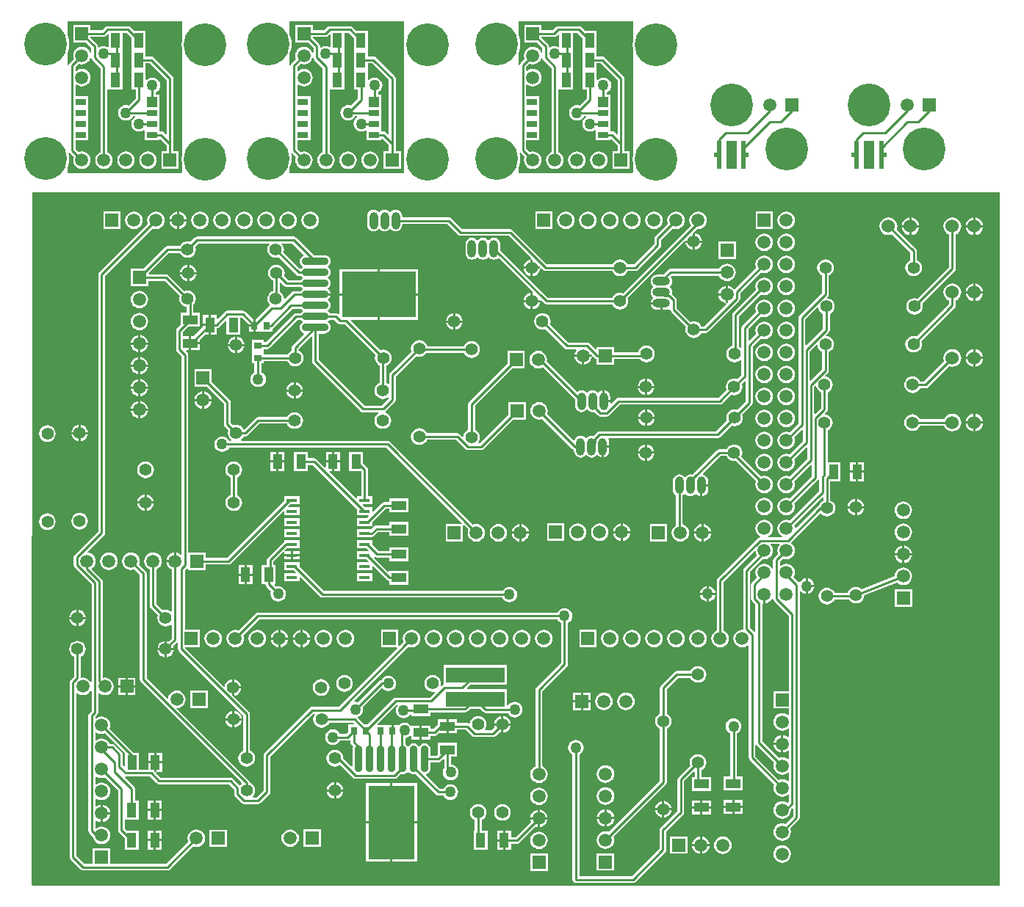
<source format=gtl>
%FSLAX25Y25*%
%MOIN*%
G70*
G01*
G75*
G04 Layer_Physical_Order=1*
G04 Layer_Color=255*
%ADD10R,0.01575X0.01969*%
%ADD11R,0.01969X0.12992*%
%ADD12R,0.05118X0.12992*%
%ADD13R,0.04724X0.03150*%
%ADD14R,0.04724X0.04724*%
%ADD15R,0.04331X0.06693*%
%ADD16R,0.04750X0.01600*%
%ADD17R,0.06693X0.04331*%
%ADD18R,0.03543X0.03150*%
%ADD19R,0.03150X0.03543*%
%ADD20O,0.12047X0.03504*%
%ADD21R,0.33622X0.21063*%
%ADD22O,0.03504X0.12047*%
%ADD23R,0.21063X0.33622*%
%ADD24R,0.26772X0.07087*%
%ADD25C,0.01000*%
%ADD26C,0.05906*%
%ADD27R,0.05906X0.05906*%
%ADD28C,0.19400*%
%ADD29R,0.05906X0.05906*%
%ADD30C,0.05512*%
%ADD31O,0.03937X0.07874*%
%ADD32O,0.03937X0.07874*%
%ADD33C,0.06000*%
%ADD34O,0.07874X0.03937*%
%ADD35O,0.07874X0.03937*%
%ADD36C,0.05000*%
%ADD37C,0.02598*%
G36*
X304093Y368367D02*
Y343846D01*
X303631Y343654D01*
X302704Y344581D01*
X302208Y344913D01*
X301623Y345029D01*
X300768D01*
Y345925D01*
Y350925D01*
Y355138D01*
Y361862D01*
X299152D01*
Y362845D01*
X299388Y362943D01*
X300119Y363504D01*
X300680Y364235D01*
X301033Y365086D01*
X301153Y366000D01*
X301033Y366914D01*
X300680Y367765D01*
X300119Y368496D01*
X299388Y369057D01*
X298536Y369410D01*
X297623Y369530D01*
X296709Y369410D01*
X295858Y369057D01*
X295127Y368496D01*
X295076Y368431D01*
X294603Y368592D01*
Y372846D01*
D01*
Y372846D01*
X294603Y372846D01*
Y373154D01*
X294603D01*
Y375971D01*
X296489D01*
X304093Y368367D01*
D02*
G37*
G36*
X106500Y386599D02*
X106399Y386179D01*
X106267Y384500D01*
X106399Y382821D01*
X106500Y382400D01*
Y334599D01*
X106399Y334179D01*
X106267Y332500D01*
X106399Y330821D01*
X106500Y330400D01*
Y326500D01*
X106000Y326000D01*
X54500D01*
Y328541D01*
X54808Y329284D01*
X55201Y330921D01*
X55333Y332600D01*
X55201Y334279D01*
X54995Y335136D01*
X55347Y335370D01*
X55424Y335414D01*
X57341Y333496D01*
X57149Y333032D01*
X57013Y332000D01*
X57149Y330968D01*
X57547Y330007D01*
X58181Y329181D01*
X59007Y328547D01*
X59968Y328149D01*
X61000Y328013D01*
X62032Y328149D01*
X62993Y328547D01*
X63819Y329181D01*
X64453Y330007D01*
X64851Y330968D01*
X64987Y332000D01*
X64851Y333032D01*
X64453Y333993D01*
X63819Y334819D01*
X62993Y335453D01*
X62032Y335851D01*
X61000Y335987D01*
X59968Y335851D01*
X59504Y335659D01*
X58029Y337134D01*
Y340925D01*
X63862D01*
Y345925D01*
Y350925D01*
Y355925D01*
Y361075D01*
X58029D01*
Y366232D01*
X58478Y366453D01*
X59007Y366047D01*
X59968Y365649D01*
X61000Y365513D01*
X62032Y365649D01*
X62993Y366047D01*
X63819Y366681D01*
X64453Y367507D01*
X64851Y368468D01*
X64987Y369500D01*
X64851Y370532D01*
X64453Y371493D01*
X63819Y372319D01*
X62993Y372953D01*
X62032Y373351D01*
X61000Y373487D01*
X59968Y373351D01*
X59007Y372953D01*
X58478Y372547D01*
X58029Y372768D01*
Y374366D01*
X59504Y375841D01*
X59968Y375649D01*
X61000Y375513D01*
X62032Y375649D01*
X62993Y376047D01*
X63819Y376681D01*
X64453Y377507D01*
X64788Y378316D01*
X65285Y378267D01*
X65337Y378008D01*
X65669Y377512D01*
X69471Y373710D01*
Y335645D01*
X69007Y335453D01*
X68181Y334819D01*
X67547Y333993D01*
X67149Y333032D01*
X67013Y332000D01*
X67149Y330968D01*
X67547Y330007D01*
X68181Y329181D01*
X69007Y328547D01*
X69968Y328149D01*
X71000Y328013D01*
X72032Y328149D01*
X72993Y328547D01*
X73819Y329181D01*
X74453Y330007D01*
X74851Y330968D01*
X74987Y332000D01*
X74851Y333032D01*
X74453Y333993D01*
X73819Y334819D01*
X72993Y335453D01*
X72529Y335645D01*
Y364154D01*
X73020D01*
Y364154D01*
X79350D01*
Y372846D01*
D01*
Y372846D01*
X79350Y372846D01*
Y373154D01*
X79350D01*
Y381846D01*
D01*
Y381846D01*
X79350Y381846D01*
Y382154D01*
X79350D01*
Y389817D01*
X81335D01*
X83650Y387503D01*
Y382200D01*
X83650Y382200D01*
X83650D01*
X83650Y382154D01*
Y381846D01*
D01*
D01*
X83650D01*
Y373154D01*
X83650Y373154D01*
X83650Y372846D01*
X83650D01*
Y364154D01*
X85471D01*
Y360134D01*
X82149Y356812D01*
X81914Y356910D01*
X81000Y357030D01*
X80086Y356910D01*
X79235Y356557D01*
X78504Y355996D01*
X77943Y355265D01*
X77590Y354414D01*
X77470Y353500D01*
X77590Y352586D01*
X77943Y351735D01*
X78504Y351004D01*
X79235Y350443D01*
X80086Y350090D01*
X81000Y349970D01*
X81914Y350090D01*
X82765Y350443D01*
X83496Y351004D01*
X84057Y351735D01*
X84142Y351940D01*
X84955D01*
X85116Y351466D01*
X84504Y350996D01*
X83943Y350265D01*
X83590Y349414D01*
X83470Y348500D01*
X83590Y347586D01*
X83943Y346735D01*
X84504Y346004D01*
X85235Y345443D01*
X86086Y345090D01*
X87000Y344970D01*
X87914Y345090D01*
X88765Y345443D01*
X88973Y345602D01*
X89421Y345381D01*
Y340925D01*
X96146D01*
Y341538D01*
X96608Y341729D01*
X99471Y338866D01*
Y335953D01*
X97047D01*
Y328047D01*
X104953D01*
Y335953D01*
X102529D01*
Y339500D01*
Y369000D01*
X102413Y369585D01*
X102081Y370081D01*
X93581Y378581D01*
X93085Y378913D01*
X92500Y379029D01*
X89980D01*
Y381800D01*
X89980Y381800D01*
D01*
D01*
X89980Y381846D01*
Y381913D01*
Y382000D01*
Y382047D01*
Y382154D01*
X89980Y382187D01*
X89980Y382200D01*
X89980Y382200D01*
X89980D01*
Y390846D01*
X84631D01*
X83050Y392428D01*
X82554Y392759D01*
X81968Y392876D01*
X72520D01*
X71934Y392759D01*
X71438Y392428D01*
X70040Y391029D01*
X64953D01*
Y393453D01*
X57047D01*
Y385547D01*
X62790D01*
X65221Y383117D01*
Y380921D01*
X64730Y380823D01*
X64453Y381493D01*
X63819Y382319D01*
X62993Y382953D01*
X62032Y383351D01*
X61000Y383487D01*
X59968Y383351D01*
X59007Y382953D01*
X58181Y382319D01*
X57547Y381493D01*
X57149Y380532D01*
X57013Y379500D01*
X57149Y378468D01*
X57341Y378004D01*
X55419Y376081D01*
X55087Y375585D01*
X54998Y375136D01*
X54500Y375185D01*
Y380734D01*
X54808Y381477D01*
X55201Y383115D01*
X55333Y384794D01*
X55201Y386473D01*
X54808Y388110D01*
X54500Y388854D01*
Y395000D01*
X106500D01*
Y386599D01*
D02*
G37*
G36*
X200286Y368367D02*
Y343846D01*
X199824Y343654D01*
X198897Y344581D01*
X198401Y344913D01*
X197815Y345029D01*
X196961D01*
Y345925D01*
Y350925D01*
Y355138D01*
Y361862D01*
X195345D01*
Y362845D01*
X195580Y362943D01*
X196312Y363504D01*
X196873Y364235D01*
X197225Y365086D01*
X197346Y366000D01*
X197225Y366914D01*
X196873Y367765D01*
X196312Y368496D01*
X195580Y369057D01*
X194729Y369410D01*
X193815Y369530D01*
X192902Y369410D01*
X192050Y369057D01*
X191319Y368496D01*
X191269Y368431D01*
X190796Y368592D01*
Y372846D01*
D01*
Y372846D01*
X190796Y372846D01*
Y373154D01*
X190796D01*
Y375971D01*
X192682D01*
X200286Y368367D01*
D02*
G37*
G36*
X477451Y2549D02*
X38357D01*
X38003Y2903D01*
X38432Y317451D01*
X477451D01*
Y2549D01*
D02*
G37*
G36*
X99471Y368367D02*
Y343846D01*
X99009Y343654D01*
X98081Y344581D01*
X97585Y344913D01*
X97000Y345029D01*
X96146D01*
Y345925D01*
Y350925D01*
Y355138D01*
Y361862D01*
X94529D01*
Y362845D01*
X94765Y362943D01*
X95496Y363504D01*
X96057Y364235D01*
X96410Y365086D01*
X96530Y366000D01*
X96410Y366914D01*
X96057Y367765D01*
X95496Y368496D01*
X94765Y369057D01*
X93914Y369410D01*
X93000Y369530D01*
X92086Y369410D01*
X91235Y369057D01*
X90504Y368496D01*
X90454Y368431D01*
X89980Y368592D01*
Y372846D01*
D01*
Y372846D01*
X89980Y372846D01*
Y373154D01*
X89980D01*
Y375971D01*
X91866D01*
X99471Y368367D01*
D02*
G37*
G36*
X173835Y389030D02*
Y383485D01*
X173387Y383264D01*
X173330Y383307D01*
X172479Y383660D01*
X171565Y383780D01*
X170652Y383660D01*
X169800Y383307D01*
X169543Y383110D01*
X169095Y383331D01*
Y383750D01*
X168978Y384335D01*
X168647Y384831D01*
X165768Y387710D01*
Y387971D01*
X171489D01*
X172074Y388087D01*
X172570Y388419D01*
X172570Y388419D01*
X172570Y388419D01*
X173373Y389222D01*
X173835Y389030D01*
D02*
G37*
G36*
X277642D02*
Y383485D01*
X277194Y383264D01*
X277138Y383307D01*
X276286Y383660D01*
X275373Y383780D01*
X274459Y383660D01*
X273608Y383307D01*
X273351Y383110D01*
X272902Y383331D01*
Y383750D01*
X272786Y384335D01*
X272454Y384831D01*
X269575Y387710D01*
Y387971D01*
X275296D01*
X275881Y388087D01*
X276377Y388419D01*
X276377Y388419D01*
X276377Y388419D01*
X277180Y389222D01*
X277642Y389030D01*
D02*
G37*
G36*
X73020D02*
Y383485D01*
X72571Y383264D01*
X72515Y383307D01*
X71664Y383660D01*
X70750Y383780D01*
X69836Y383660D01*
X68985Y383307D01*
X68728Y383110D01*
X68279Y383331D01*
Y383750D01*
X68163Y384335D01*
X67831Y384831D01*
X64953Y387710D01*
Y387971D01*
X70673D01*
X71258Y388087D01*
X71755Y388419D01*
X71755Y388419D01*
X71755Y388419D01*
X72558Y389222D01*
X73020Y389030D01*
D02*
G37*
G36*
X207315Y386599D02*
X207214Y386179D01*
X207082Y384500D01*
X207214Y382821D01*
X207315Y382400D01*
Y334599D01*
X207214Y334179D01*
X207082Y332500D01*
X207214Y330821D01*
X207315Y330400D01*
Y326500D01*
X206815Y326000D01*
X155315D01*
Y328541D01*
X155623Y329284D01*
X156016Y330921D01*
X156149Y332600D01*
X156016Y334279D01*
X155811Y335136D01*
X156162Y335370D01*
X156239Y335414D01*
X158157Y333496D01*
X157964Y333032D01*
X157829Y332000D01*
X157964Y330968D01*
X158363Y330007D01*
X158996Y329181D01*
X159822Y328547D01*
X160784Y328149D01*
X161815Y328013D01*
X162847Y328149D01*
X163809Y328547D01*
X164635Y329181D01*
X165268Y330007D01*
X165666Y330968D01*
X165802Y332000D01*
X165666Y333032D01*
X165268Y333993D01*
X164635Y334819D01*
X163809Y335453D01*
X162847Y335851D01*
X161815Y335987D01*
X160784Y335851D01*
X160319Y335659D01*
X158845Y337134D01*
Y340925D01*
X164678D01*
Y345925D01*
Y350925D01*
Y355925D01*
Y361075D01*
X158845D01*
Y366232D01*
X159293Y366453D01*
X159822Y366047D01*
X160784Y365649D01*
X161815Y365513D01*
X162847Y365649D01*
X163809Y366047D01*
X164635Y366681D01*
X165268Y367507D01*
X165666Y368468D01*
X165802Y369500D01*
X165666Y370532D01*
X165268Y371493D01*
X164635Y372319D01*
X163809Y372953D01*
X162847Y373351D01*
X161815Y373487D01*
X160784Y373351D01*
X159822Y372953D01*
X159293Y372547D01*
X158845Y372768D01*
Y374366D01*
X160319Y375841D01*
X160784Y375649D01*
X161815Y375513D01*
X162847Y375649D01*
X163809Y376047D01*
X164635Y376681D01*
X165268Y377507D01*
X165603Y378316D01*
X166101Y378267D01*
X166153Y378008D01*
X166484Y377512D01*
X170286Y373710D01*
Y335645D01*
X169822Y335453D01*
X168996Y334819D01*
X168363Y333993D01*
X167964Y333032D01*
X167829Y332000D01*
X167964Y330968D01*
X168363Y330007D01*
X168996Y329181D01*
X169822Y328547D01*
X170784Y328149D01*
X171815Y328013D01*
X172847Y328149D01*
X173809Y328547D01*
X174635Y329181D01*
X175268Y330007D01*
X175666Y330968D01*
X175802Y332000D01*
X175666Y333032D01*
X175268Y333993D01*
X174635Y334819D01*
X173809Y335453D01*
X173345Y335645D01*
Y364154D01*
X173835D01*
Y364154D01*
X180166D01*
Y372846D01*
D01*
Y372846D01*
X180166Y372846D01*
Y373154D01*
X180166D01*
Y381846D01*
D01*
Y381846D01*
X180166Y381846D01*
Y382154D01*
X180166D01*
Y389817D01*
X182150D01*
X184465Y387503D01*
Y382200D01*
X184465Y382200D01*
X184465D01*
X184465Y382154D01*
Y381846D01*
D01*
D01*
X184465D01*
Y373154D01*
X184465Y373154D01*
X184465Y372846D01*
X184465D01*
Y364154D01*
X186286D01*
Y360134D01*
X182965Y356812D01*
X182729Y356910D01*
X181815Y357030D01*
X180902Y356910D01*
X180050Y356557D01*
X179319Y355996D01*
X178758Y355265D01*
X178405Y354414D01*
X178285Y353500D01*
X178405Y352586D01*
X178758Y351735D01*
X179319Y351004D01*
X180050Y350443D01*
X180902Y350090D01*
X181815Y349970D01*
X182729Y350090D01*
X183581Y350443D01*
X184312Y351004D01*
X184873Y351735D01*
X184957Y351940D01*
X185771D01*
X185931Y351466D01*
X185319Y350996D01*
X184758Y350265D01*
X184406Y349414D01*
X184285Y348500D01*
X184406Y347586D01*
X184758Y346735D01*
X185319Y346004D01*
X186050Y345443D01*
X186902Y345090D01*
X187815Y344970D01*
X188729Y345090D01*
X189581Y345443D01*
X189788Y345602D01*
X190237Y345381D01*
Y340925D01*
X196961D01*
Y341538D01*
X197423Y341729D01*
X200286Y338866D01*
Y335953D01*
X197863D01*
Y328047D01*
X205768D01*
Y335953D01*
X203345D01*
Y339500D01*
Y369000D01*
X203228Y369585D01*
X202897Y370081D01*
X194397Y378581D01*
X193901Y378913D01*
X193315Y379029D01*
X190796D01*
Y381800D01*
X190796Y381800D01*
D01*
D01*
X190796Y381846D01*
Y381913D01*
Y382000D01*
Y382047D01*
Y382154D01*
X190796Y382187D01*
X190796Y382200D01*
X190796Y382200D01*
X190796D01*
Y390846D01*
X185447D01*
X183865Y392428D01*
X183369Y392759D01*
X182784Y392876D01*
X173335D01*
X172750Y392759D01*
X172254Y392428D01*
X170855Y391029D01*
X165768D01*
Y393453D01*
X157863D01*
Y385547D01*
X163605D01*
X166036Y383117D01*
Y380921D01*
X165546Y380823D01*
X165268Y381493D01*
X164635Y382319D01*
X163809Y382953D01*
X162847Y383351D01*
X161815Y383487D01*
X160784Y383351D01*
X159822Y382953D01*
X158996Y382319D01*
X158363Y381493D01*
X157964Y380532D01*
X157829Y379500D01*
X157964Y378468D01*
X158157Y378004D01*
X156234Y376081D01*
X155903Y375585D01*
X155813Y375136D01*
X155315Y375185D01*
Y380734D01*
X155623Y381477D01*
X156016Y383115D01*
X156149Y384794D01*
X156016Y386473D01*
X155623Y388110D01*
X155315Y388854D01*
Y395000D01*
X207315D01*
Y386599D01*
D02*
G37*
G36*
X311123D02*
X311022Y386179D01*
X310890Y384500D01*
X311022Y382821D01*
X311123Y382400D01*
Y334599D01*
X311022Y334179D01*
X310890Y332500D01*
X311022Y330821D01*
X311123Y330400D01*
Y326500D01*
X310623Y326000D01*
X259123D01*
Y328541D01*
X259431Y329284D01*
X259824Y330921D01*
X259956Y332600D01*
X259824Y334279D01*
X259618Y335136D01*
X259969Y335370D01*
X260046Y335414D01*
X261964Y333496D01*
X261772Y333032D01*
X261636Y332000D01*
X261772Y330968D01*
X262170Y330007D01*
X262804Y329181D01*
X263629Y328547D01*
X264591Y328149D01*
X265623Y328013D01*
X266655Y328149D01*
X267616Y328547D01*
X268442Y329181D01*
X269075Y330007D01*
X269474Y330968D01*
X269609Y332000D01*
X269474Y333032D01*
X269075Y333993D01*
X268442Y334819D01*
X267616Y335453D01*
X266655Y335851D01*
X265623Y335987D01*
X264591Y335851D01*
X264127Y335659D01*
X262652Y337134D01*
Y340925D01*
X268485D01*
Y345925D01*
Y350925D01*
Y355925D01*
Y361075D01*
X262652D01*
Y366232D01*
X263101Y366453D01*
X263629Y366047D01*
X264591Y365649D01*
X265623Y365513D01*
X266655Y365649D01*
X267616Y366047D01*
X268442Y366681D01*
X269075Y367507D01*
X269474Y368468D01*
X269609Y369500D01*
X269474Y370532D01*
X269075Y371493D01*
X268442Y372319D01*
X267616Y372953D01*
X266655Y373351D01*
X265623Y373487D01*
X264591Y373351D01*
X263629Y372953D01*
X263101Y372547D01*
X262652Y372768D01*
Y374366D01*
X264127Y375841D01*
X264591Y375649D01*
X265623Y375513D01*
X266655Y375649D01*
X267616Y376047D01*
X268442Y376681D01*
X269075Y377507D01*
X269411Y378316D01*
X269908Y378267D01*
X269960Y378008D01*
X270291Y377512D01*
X274093Y373710D01*
Y335645D01*
X273629Y335453D01*
X272803Y334819D01*
X272170Y333993D01*
X271772Y333032D01*
X271636Y332000D01*
X271772Y330968D01*
X272170Y330007D01*
X272803Y329181D01*
X273629Y328547D01*
X274591Y328149D01*
X275623Y328013D01*
X276655Y328149D01*
X277616Y328547D01*
X278442Y329181D01*
X279075Y330007D01*
X279474Y330968D01*
X279609Y332000D01*
X279474Y333032D01*
X279075Y333993D01*
X278442Y334819D01*
X277616Y335453D01*
X277152Y335645D01*
Y364154D01*
X277642D01*
Y364154D01*
X283973D01*
Y372846D01*
D01*
Y372846D01*
X283973Y372846D01*
Y373154D01*
X283973D01*
Y381846D01*
D01*
Y381846D01*
X283973Y381846D01*
Y382154D01*
X283973D01*
Y389817D01*
X285958D01*
X288272Y387503D01*
Y382200D01*
X288272Y382200D01*
X288272D01*
X288272Y382154D01*
Y381846D01*
D01*
D01*
X288272D01*
Y373154D01*
X288272Y373154D01*
X288272Y372846D01*
X288272D01*
Y364154D01*
X290093D01*
Y360134D01*
X286772Y356812D01*
X286536Y356910D01*
X285623Y357030D01*
X284709Y356910D01*
X283858Y356557D01*
X283126Y355996D01*
X282565Y355265D01*
X282213Y354414D01*
X282092Y353500D01*
X282213Y352586D01*
X282565Y351735D01*
X283126Y351004D01*
X283858Y350443D01*
X284709Y350090D01*
X285623Y349970D01*
X286536Y350090D01*
X287388Y350443D01*
X288119Y351004D01*
X288680Y351735D01*
X288765Y351940D01*
X289578D01*
X289739Y351466D01*
X289126Y350996D01*
X288565Y350265D01*
X288213Y349414D01*
X288092Y348500D01*
X288213Y347586D01*
X288565Y346735D01*
X289126Y346004D01*
X289858Y345443D01*
X290709Y345090D01*
X291623Y344970D01*
X292536Y345090D01*
X293388Y345443D01*
X293596Y345602D01*
X294044Y345381D01*
Y340925D01*
X300768D01*
Y341538D01*
X301230Y341729D01*
X304093Y338866D01*
Y335953D01*
X301670D01*
Y328047D01*
X309575D01*
Y335953D01*
X307152D01*
Y339500D01*
Y369000D01*
X307036Y369585D01*
X306704Y370081D01*
X298204Y378581D01*
X297708Y378913D01*
X297123Y379029D01*
X294603D01*
Y381800D01*
X294603Y381800D01*
D01*
D01*
X294603Y381846D01*
Y381913D01*
Y382000D01*
Y382047D01*
Y382154D01*
X294603Y382187D01*
X294603Y382200D01*
X294603Y382200D01*
X294603D01*
Y390846D01*
X289254D01*
X287673Y392428D01*
X287176Y392759D01*
X286591Y392876D01*
X277142D01*
X276557Y392759D01*
X276061Y392428D01*
X274662Y391029D01*
X269575D01*
Y393453D01*
X261670D01*
Y385547D01*
X267413D01*
X269843Y383117D01*
Y380921D01*
X269353Y380823D01*
X269075Y381493D01*
X268442Y382319D01*
X267616Y382953D01*
X266655Y383351D01*
X265623Y383487D01*
X264591Y383351D01*
X263629Y382953D01*
X262804Y382319D01*
X262170Y381493D01*
X261772Y380532D01*
X261636Y379500D01*
X261772Y378468D01*
X261964Y378004D01*
X260041Y376081D01*
X259710Y375585D01*
X259620Y375136D01*
X259123Y375185D01*
Y380734D01*
X259431Y381477D01*
X259824Y383115D01*
X259956Y384794D01*
X259824Y386473D01*
X259431Y388110D01*
X259123Y388854D01*
Y395000D01*
X311123D01*
Y386599D01*
D02*
G37*
%LPC*%
G36*
X58500Y127723D02*
X58020Y127659D01*
X57106Y127281D01*
X56321Y126679D01*
X55719Y125894D01*
X55341Y124980D01*
X55278Y124500D01*
X58500D01*
Y127723D01*
D02*
G37*
G36*
X62722Y123500D02*
X59500D01*
Y120278D01*
X59980Y120341D01*
X60894Y120719D01*
X61679Y121321D01*
X62281Y122106D01*
X62659Y123020D01*
X62722Y123500D01*
D02*
G37*
G36*
X59500Y127723D02*
Y124500D01*
X62722D01*
X62659Y124980D01*
X62281Y125894D01*
X61679Y126679D01*
X60894Y127281D01*
X59980Y127659D01*
X59500Y127723D01*
D02*
G37*
G36*
X159673Y149262D02*
X152923D01*
Y145662D01*
X157110D01*
X158048Y144724D01*
X157857Y144262D01*
X152923D01*
Y140662D01*
X159673D01*
Y142446D01*
X160135Y142637D01*
X169052Y133721D01*
X169052D01*
X169052Y133720D01*
X169052D01*
X169052Y133720D01*
Y133720D01*
X169052Y133720D01*
Y133720D01*
X169548Y133389D01*
X170133Y133273D01*
X251804D01*
X251943Y132937D01*
X252504Y132206D01*
X253235Y131645D01*
X254086Y131292D01*
X255000Y131172D01*
X255914Y131292D01*
X256765Y131645D01*
X257496Y132206D01*
X258057Y132937D01*
X258410Y133789D01*
X258530Y134702D01*
X258410Y135616D01*
X258057Y136467D01*
X257496Y137198D01*
X256765Y137759D01*
X255914Y138112D01*
X255000Y138232D01*
X254086Y138112D01*
X253235Y137759D01*
X252504Y137198D01*
X251943Y136467D01*
X251886Y136331D01*
X170766D01*
X159673Y147425D01*
Y149262D01*
D02*
G37*
G36*
X437756Y136953D02*
X429851D01*
Y129047D01*
X437756D01*
Y136953D01*
D02*
G37*
G36*
X58500Y123500D02*
X55278D01*
X55341Y123020D01*
X55719Y122106D01*
X56321Y121321D01*
X57106Y120719D01*
X58020Y120341D01*
X58500Y120278D01*
Y123500D01*
D02*
G37*
G36*
X150142Y118623D02*
X149610Y118553D01*
X148649Y118155D01*
X147823Y117521D01*
X147189Y116696D01*
X146791Y115734D01*
X146721Y115202D01*
X150142D01*
Y118623D01*
D02*
G37*
G36*
X164563Y114202D02*
X161142D01*
Y110781D01*
X161674Y110851D01*
X162635Y111249D01*
X163461Y111883D01*
X164095Y112709D01*
X164493Y113670D01*
X164563Y114202D01*
D02*
G37*
G36*
X151142Y118623D02*
Y115202D01*
X154563D01*
X154493Y115734D01*
X154095Y116696D01*
X153461Y117521D01*
X152635Y118155D01*
X151674Y118553D01*
X151142Y118623D01*
D02*
G37*
G36*
X161142D02*
Y115202D01*
X164563D01*
X164493Y115734D01*
X164095Y116696D01*
X163461Y117521D01*
X162635Y118155D01*
X161674Y118553D01*
X161142Y118623D01*
D02*
G37*
G36*
X160142D02*
X159610Y118553D01*
X158649Y118155D01*
X157823Y117521D01*
X157189Y116696D01*
X156791Y115734D01*
X156721Y115202D01*
X160142D01*
Y118623D01*
D02*
G37*
G36*
X134697Y143186D02*
X132032D01*
Y139340D01*
X134697D01*
Y143186D01*
D02*
G37*
G36*
X390370Y142030D02*
Y139066D01*
X393334D01*
X393280Y139480D01*
X392927Y140331D01*
X392366Y141062D01*
X391635Y141623D01*
X390784Y141976D01*
X390370Y142030D01*
D02*
G37*
G36*
X138363Y143186D02*
X135697D01*
Y139340D01*
X138363D01*
Y143186D01*
D02*
G37*
G36*
X134697Y148033D02*
X132032D01*
Y144186D01*
X134697D01*
Y148033D01*
D02*
G37*
G36*
X192673Y144262D02*
X185923D01*
Y140662D01*
X192673D01*
Y144262D01*
D02*
G37*
G36*
X433804Y146987D02*
X432772Y146851D01*
X431810Y146453D01*
X430984Y145819D01*
X430351Y144993D01*
X429952Y144032D01*
X429824Y143056D01*
X414916Y137098D01*
X414165Y137674D01*
X413251Y138052D01*
X412271Y138181D01*
X411290Y138052D01*
X410377Y137674D01*
X409592Y137072D01*
X408990Y136287D01*
X408657Y135483D01*
X402519D01*
X402368Y135848D01*
X401766Y136632D01*
X400982Y137234D01*
X400068Y137613D01*
X399087Y137742D01*
X398107Y137613D01*
X397193Y137234D01*
X396409Y136632D01*
X395807Y135848D01*
X395428Y134934D01*
X395299Y133954D01*
X395428Y132973D01*
X395807Y132060D01*
X396409Y131275D01*
X397193Y130673D01*
X398107Y130295D01*
X399087Y130165D01*
X400068Y130295D01*
X400982Y130673D01*
X401766Y131275D01*
X402368Y132060D01*
X402519Y132424D01*
X409047D01*
X409592Y131714D01*
X410377Y131112D01*
X411290Y130734D01*
X412271Y130605D01*
X413251Y130734D01*
X414165Y131112D01*
X414950Y131714D01*
X415552Y132499D01*
X415930Y133413D01*
X416041Y134253D01*
X430958Y140216D01*
X430984Y140181D01*
X431810Y139547D01*
X432772Y139149D01*
X433804Y139013D01*
X434835Y139149D01*
X435797Y139547D01*
X436623Y140181D01*
X437256Y141007D01*
X437654Y141968D01*
X437790Y143000D01*
X437654Y144032D01*
X437256Y144993D01*
X436623Y145819D01*
X435797Y146453D01*
X434835Y146851D01*
X433804Y146987D01*
D02*
G37*
G36*
X348464Y134494D02*
X345500D01*
Y131530D01*
X345914Y131584D01*
X346765Y131937D01*
X347496Y132498D01*
X348057Y133229D01*
X348410Y134081D01*
X348464Y134494D01*
D02*
G37*
G36*
X344500D02*
X341536D01*
X341590Y134081D01*
X341943Y133229D01*
X342504Y132498D01*
X343235Y131937D01*
X344086Y131584D01*
X344500Y131530D01*
Y134494D01*
D02*
G37*
G36*
X393334Y138066D02*
X390370D01*
Y135101D01*
X390784Y135156D01*
X391635Y135509D01*
X392366Y136070D01*
X392927Y136801D01*
X393280Y137652D01*
X393334Y138066D01*
D02*
G37*
G36*
X345500Y138459D02*
Y135494D01*
X348464D01*
X348410Y135908D01*
X348057Y136759D01*
X347496Y137491D01*
X346765Y138052D01*
X345914Y138404D01*
X345500Y138459D01*
D02*
G37*
G36*
X344500D02*
X344086Y138404D01*
X343235Y138052D01*
X342504Y137491D01*
X341943Y136759D01*
X341590Y135908D01*
X341536Y135494D01*
X344500D01*
Y138459D01*
D02*
G37*
G36*
X260642Y118689D02*
X259610Y118553D01*
X258648Y118155D01*
X257823Y117521D01*
X257189Y116696D01*
X256791Y115734D01*
X256655Y114702D01*
X256791Y113670D01*
X257189Y112709D01*
X257823Y111883D01*
X258648Y111249D01*
X259610Y110851D01*
X260642Y110715D01*
X261674Y110851D01*
X262635Y111249D01*
X263461Y111883D01*
X264095Y112709D01*
X264493Y113670D01*
X264629Y114702D01*
X264493Y115734D01*
X264095Y116696D01*
X263461Y117521D01*
X262635Y118155D01*
X261674Y118553D01*
X260642Y118689D01*
D02*
G37*
G36*
X250642D02*
X249610Y118553D01*
X248649Y118155D01*
X247823Y117521D01*
X247189Y116696D01*
X246791Y115734D01*
X246655Y114702D01*
X246791Y113670D01*
X247189Y112709D01*
X247823Y111883D01*
X248649Y111249D01*
X249610Y110851D01*
X250642Y110715D01*
X251674Y110851D01*
X252635Y111249D01*
X253461Y111883D01*
X254095Y112709D01*
X254493Y113670D01*
X254629Y114702D01*
X254493Y115734D01*
X254095Y116696D01*
X253461Y117521D01*
X252635Y118155D01*
X251674Y118553D01*
X250642Y118689D01*
D02*
G37*
G36*
X270642D02*
X269610Y118553D01*
X268649Y118155D01*
X267823Y117521D01*
X267189Y116696D01*
X266791Y115734D01*
X266655Y114702D01*
X266791Y113670D01*
X267189Y112709D01*
X267823Y111883D01*
X268649Y111249D01*
X269610Y110851D01*
X270642Y110715D01*
X271674Y110851D01*
X272635Y111249D01*
X273461Y111883D01*
X274095Y112709D01*
X274493Y113670D01*
X274629Y114702D01*
X274493Y115734D01*
X274095Y116696D01*
X273461Y117521D01*
X272635Y118155D01*
X271674Y118553D01*
X270642Y118689D01*
D02*
G37*
G36*
X310642D02*
X309610Y118553D01*
X308648Y118155D01*
X307823Y117521D01*
X307189Y116696D01*
X306791Y115734D01*
X306655Y114702D01*
X306791Y113670D01*
X307189Y112709D01*
X307823Y111883D01*
X308648Y111249D01*
X309610Y110851D01*
X310642Y110715D01*
X311674Y110851D01*
X312635Y111249D01*
X313461Y111883D01*
X314095Y112709D01*
X314493Y113670D01*
X314629Y114702D01*
X314493Y115734D01*
X314095Y116696D01*
X313461Y117521D01*
X312635Y118155D01*
X311674Y118553D01*
X310642Y118689D01*
D02*
G37*
G36*
X300642D02*
X299610Y118553D01*
X298649Y118155D01*
X297823Y117521D01*
X297189Y116696D01*
X296791Y115734D01*
X296655Y114702D01*
X296791Y113670D01*
X297189Y112709D01*
X297823Y111883D01*
X298649Y111249D01*
X299610Y110851D01*
X300642Y110715D01*
X301674Y110851D01*
X302635Y111249D01*
X303461Y111883D01*
X304095Y112709D01*
X304493Y113670D01*
X304629Y114702D01*
X304493Y115734D01*
X304095Y116696D01*
X303461Y117521D01*
X302635Y118155D01*
X301674Y118553D01*
X300642Y118689D01*
D02*
G37*
G36*
X240642D02*
X239610Y118553D01*
X238649Y118155D01*
X237823Y117521D01*
X237189Y116696D01*
X236791Y115734D01*
X236655Y114702D01*
X236791Y113670D01*
X237189Y112709D01*
X237823Y111883D01*
X238649Y111249D01*
X239610Y110851D01*
X240642Y110715D01*
X241674Y110851D01*
X242635Y111249D01*
X243461Y111883D01*
X244095Y112709D01*
X244493Y113670D01*
X244629Y114702D01*
X244493Y115734D01*
X244095Y116696D01*
X243461Y117521D01*
X242635Y118155D01*
X241674Y118553D01*
X240642Y118689D01*
D02*
G37*
G36*
X102723Y109406D02*
X99500D01*
Y106184D01*
X99980Y106247D01*
X100894Y106625D01*
X101679Y107227D01*
X102281Y108012D01*
X102659Y108925D01*
X102723Y109406D01*
D02*
G37*
G36*
X98500D02*
X95278D01*
X95341Y108925D01*
X95719Y108012D01*
X96321Y107227D01*
X97106Y106625D01*
X98019Y106247D01*
X98500Y106184D01*
Y109406D01*
D02*
G37*
G36*
Y113628D02*
X98019Y113565D01*
X97106Y113187D01*
X96321Y112585D01*
X95719Y111800D01*
X95341Y110887D01*
X95278Y110406D01*
X98500D01*
Y113628D01*
D02*
G37*
G36*
X230642Y118689D02*
X229610Y118553D01*
X228648Y118155D01*
X227823Y117521D01*
X227189Y116696D01*
X226791Y115734D01*
X226655Y114702D01*
X226791Y113670D01*
X227189Y112709D01*
X227823Y111883D01*
X228648Y111249D01*
X229610Y110851D01*
X230642Y110715D01*
X231674Y110851D01*
X232635Y111249D01*
X233461Y111883D01*
X234095Y112709D01*
X234493Y113670D01*
X234629Y114702D01*
X234493Y115734D01*
X234095Y116696D01*
X233461Y117521D01*
X232635Y118155D01*
X231674Y118553D01*
X230642Y118689D01*
D02*
G37*
G36*
X220642D02*
X219610Y118553D01*
X218649Y118155D01*
X217823Y117521D01*
X217189Y116696D01*
X216791Y115734D01*
X216655Y114702D01*
X216791Y113670D01*
X217189Y112709D01*
X217823Y111883D01*
X218649Y111249D01*
X219610Y110851D01*
X220642Y110715D01*
X221674Y110851D01*
X222635Y111249D01*
X223461Y111883D01*
X224095Y112709D01*
X224493Y113670D01*
X224629Y114702D01*
X224493Y115734D01*
X224095Y116696D01*
X223461Y117521D01*
X222635Y118155D01*
X221674Y118553D01*
X220642Y118689D01*
D02*
G37*
G36*
X294595Y118655D02*
X286689D01*
Y110749D01*
X294595D01*
Y118655D01*
D02*
G37*
G36*
X180642Y118689D02*
X179610Y118553D01*
X178648Y118155D01*
X177823Y117521D01*
X177189Y116696D01*
X176791Y115734D01*
X176655Y114702D01*
X176791Y113670D01*
X177189Y112709D01*
X177823Y111883D01*
X178648Y111249D01*
X179610Y110851D01*
X180642Y110715D01*
X181674Y110851D01*
X182635Y111249D01*
X183461Y111883D01*
X184095Y112709D01*
X184493Y113670D01*
X184629Y114702D01*
X184493Y115734D01*
X184095Y116696D01*
X183461Y117521D01*
X182635Y118155D01*
X181674Y118553D01*
X180642Y118689D01*
D02*
G37*
G36*
X150142Y114202D02*
X146721D01*
X146791Y113670D01*
X147189Y112709D01*
X147823Y111883D01*
X148649Y111249D01*
X149610Y110851D01*
X150142Y110781D01*
Y114202D01*
D02*
G37*
G36*
X160142D02*
X156721D01*
X156791Y113670D01*
X157189Y112709D01*
X157823Y111883D01*
X158649Y111249D01*
X159610Y110851D01*
X160142Y110781D01*
Y114202D01*
D02*
G37*
G36*
X154563D02*
X151142D01*
Y110781D01*
X151674Y110851D01*
X152635Y111249D01*
X153461Y111883D01*
X154095Y112709D01*
X154493Y113670D01*
X154563Y114202D01*
D02*
G37*
G36*
X170642Y118689D02*
X169610Y118553D01*
X168649Y118155D01*
X167823Y117521D01*
X167189Y116696D01*
X166791Y115734D01*
X166655Y114702D01*
X166791Y113670D01*
X167189Y112709D01*
X167823Y111883D01*
X168649Y111249D01*
X169610Y110851D01*
X170642Y110715D01*
X171674Y110851D01*
X172635Y111249D01*
X173461Y111883D01*
X174095Y112709D01*
X174493Y113670D01*
X174629Y114702D01*
X174493Y115734D01*
X174095Y116696D01*
X173461Y117521D01*
X172635Y118155D01*
X171674Y118553D01*
X170642Y118689D01*
D02*
G37*
G36*
X330642Y118689D02*
X329610Y118553D01*
X328648Y118155D01*
X327823Y117521D01*
X327189Y116696D01*
X326791Y115734D01*
X326655Y114702D01*
X326791Y113670D01*
X327189Y112709D01*
X327823Y111883D01*
X328648Y111249D01*
X329610Y110851D01*
X330642Y110715D01*
X331674Y110851D01*
X332635Y111249D01*
X333461Y111883D01*
X334095Y112709D01*
X334493Y113670D01*
X334629Y114702D01*
X334493Y115734D01*
X334095Y116696D01*
X333461Y117521D01*
X332635Y118155D01*
X331674Y118553D01*
X330642Y118689D01*
D02*
G37*
G36*
X320642D02*
X319610Y118553D01*
X318649Y118155D01*
X317823Y117521D01*
X317189Y116696D01*
X316791Y115734D01*
X316655Y114702D01*
X316791Y113670D01*
X317189Y112709D01*
X317823Y111883D01*
X318649Y111249D01*
X319610Y110851D01*
X320642Y110715D01*
X321674Y110851D01*
X322635Y111249D01*
X323461Y111883D01*
X324095Y112709D01*
X324493Y113670D01*
X324629Y114702D01*
X324493Y115734D01*
X324095Y116696D01*
X323461Y117521D01*
X322635Y118155D01*
X321674Y118553D01*
X320642Y118689D01*
D02*
G37*
G36*
X340642D02*
X339610Y118553D01*
X338649Y118155D01*
X337823Y117521D01*
X337189Y116696D01*
X336791Y115734D01*
X336655Y114702D01*
X336791Y113670D01*
X337189Y112709D01*
X337823Y111883D01*
X338649Y111249D01*
X339610Y110851D01*
X340642Y110715D01*
X341674Y110851D01*
X342635Y111249D01*
X343461Y111883D01*
X344095Y112709D01*
X344493Y113670D01*
X344629Y114702D01*
X344493Y115734D01*
X344095Y116696D01*
X343461Y117521D01*
X342635Y118155D01*
X341674Y118553D01*
X340642Y118689D01*
D02*
G37*
G36*
X140642Y118689D02*
X139610Y118553D01*
X138648Y118155D01*
X137823Y117521D01*
X137189Y116696D01*
X136791Y115734D01*
X136655Y114702D01*
X136791Y113670D01*
X137189Y112709D01*
X137823Y111883D01*
X138648Y111249D01*
X139610Y110851D01*
X140642Y110715D01*
X141674Y110851D01*
X142635Y111249D01*
X143461Y111883D01*
X144095Y112709D01*
X144493Y113670D01*
X144629Y114702D01*
X144493Y115734D01*
X144095Y116696D01*
X143461Y117521D01*
X142635Y118155D01*
X141674Y118553D01*
X140642Y118689D01*
D02*
G37*
G36*
X120642D02*
X119610Y118553D01*
X118649Y118155D01*
X117823Y117521D01*
X117189Y116696D01*
X116791Y115734D01*
X116655Y114702D01*
X116791Y113670D01*
X117189Y112709D01*
X117823Y111883D01*
X118649Y111249D01*
X119610Y110851D01*
X120642Y110715D01*
X121674Y110851D01*
X122635Y111249D01*
X123461Y111883D01*
X124095Y112709D01*
X124493Y113670D01*
X124629Y114702D01*
X124493Y115734D01*
X124095Y116696D01*
X123461Y117521D01*
X122635Y118155D01*
X121674Y118553D01*
X120642Y118689D01*
D02*
G37*
G36*
X138363Y148033D02*
X135697D01*
Y144186D01*
X138363D01*
Y148033D01*
D02*
G37*
G36*
X305500Y166921D02*
X304968Y166851D01*
X304007Y166453D01*
X303181Y165819D01*
X302547Y164993D01*
X302149Y164032D01*
X302079Y163500D01*
X305500D01*
Y166921D01*
D02*
G37*
G36*
X343124Y166664D02*
Y163243D01*
X346545D01*
X346475Y163775D01*
X346077Y164736D01*
X345443Y165562D01*
X344618Y166195D01*
X343656Y166594D01*
X343124Y166664D01*
D02*
G37*
G36*
X306500Y166921D02*
Y163500D01*
X309921D01*
X309851Y164032D01*
X309453Y164993D01*
X308819Y165819D01*
X307993Y166453D01*
X307032Y166851D01*
X306500Y166921D01*
D02*
G37*
G36*
X60000Y171788D02*
X59020Y171659D01*
X58106Y171281D01*
X57321Y170679D01*
X56719Y169894D01*
X56341Y168981D01*
X56212Y168000D01*
X56341Y167019D01*
X56719Y166106D01*
X57321Y165321D01*
X58106Y164719D01*
X59020Y164341D01*
X60000Y164212D01*
X60980Y164341D01*
X61894Y164719D01*
X62679Y165321D01*
X63281Y166106D01*
X63659Y167019D01*
X63788Y168000D01*
X63659Y168981D01*
X63281Y169894D01*
X62679Y170679D01*
X61894Y171281D01*
X60980Y171659D01*
X60000Y171788D01*
D02*
G37*
G36*
X45335Y171579D02*
X44354Y171450D01*
X43441Y171071D01*
X42656Y170469D01*
X42054Y169685D01*
X41675Y168771D01*
X41546Y167791D01*
X41675Y166810D01*
X42054Y165896D01*
X42656Y165112D01*
X43441Y164510D01*
X44354Y164131D01*
X45335Y164002D01*
X46315Y164131D01*
X47229Y164510D01*
X48013Y165112D01*
X48616Y165896D01*
X48994Y166810D01*
X49123Y167791D01*
X48994Y168771D01*
X48616Y169685D01*
X48013Y170469D01*
X47229Y171071D01*
X46315Y171450D01*
X45335Y171579D01*
D02*
G37*
G36*
X342124Y166664D02*
X341592Y166594D01*
X340631Y166195D01*
X339805Y165562D01*
X339171Y164736D01*
X338773Y163775D01*
X338703Y163243D01*
X342124D01*
Y166664D01*
D02*
G37*
G36*
X159673Y164262D02*
X152923D01*
Y160662D01*
X159673D01*
Y164262D01*
D02*
G37*
G36*
X309921Y162500D02*
X306500D01*
Y159079D01*
X307032Y159149D01*
X307993Y159547D01*
X308819Y160181D01*
X309453Y161007D01*
X309851Y161968D01*
X309921Y162500D01*
D02*
G37*
G36*
X209141Y167686D02*
X200448D01*
Y166050D01*
X194681D01*
X194095Y165933D01*
X193599Y165602D01*
X192259Y164262D01*
X185923D01*
Y160662D01*
X192673D01*
Y160943D01*
X193207Y161049D01*
X193704Y161380D01*
X195314Y162991D01*
X200448D01*
Y161355D01*
X209141D01*
Y167686D01*
D02*
G37*
G36*
X260500Y166664D02*
Y163243D01*
X263921D01*
X263851Y163775D01*
X263453Y164736D01*
X262819Y165562D01*
X261993Y166195D01*
X261032Y166594D01*
X260500Y166664D01*
D02*
G37*
G36*
X259500D02*
X258968Y166594D01*
X258007Y166195D01*
X257181Y165562D01*
X256547Y164736D01*
X256149Y163775D01*
X256079Y163243D01*
X259500D01*
Y166664D01*
D02*
G37*
G36*
X93643Y175999D02*
X90420D01*
Y172777D01*
X90901Y172840D01*
X91814Y173219D01*
X92599Y173820D01*
X93201Y174605D01*
X93579Y175519D01*
X93643Y175999D01*
D02*
G37*
G36*
X89420D02*
X86198D01*
X86261Y175519D01*
X86639Y174605D01*
X87241Y173820D01*
X88026Y173219D01*
X88940Y172840D01*
X89420Y172777D01*
Y175999D01*
D02*
G37*
G36*
X411771Y178116D02*
X411290Y178052D01*
X410377Y177674D01*
X409592Y177072D01*
X408990Y176287D01*
X408611Y175374D01*
X408548Y174893D01*
X411771D01*
Y178116D01*
D02*
G37*
G36*
X89420Y180222D02*
X88940Y180158D01*
X88026Y179780D01*
X87241Y179178D01*
X86639Y178393D01*
X86261Y177480D01*
X86198Y176999D01*
X89420D01*
Y180222D01*
D02*
G37*
G36*
X412771Y178116D02*
Y174893D01*
X415993D01*
X415930Y175374D01*
X415552Y176287D01*
X414950Y177072D01*
X414165Y177674D01*
X413251Y178052D01*
X412771Y178116D01*
D02*
G37*
G36*
X129933Y195094D02*
X128952Y194965D01*
X128039Y194587D01*
X127254Y193985D01*
X126652Y193200D01*
X126274Y192287D01*
X126145Y191306D01*
X126274Y190326D01*
X126652Y189412D01*
X127254Y188627D01*
X128039Y188025D01*
X128403Y187874D01*
Y179936D01*
X128026Y179780D01*
X127241Y179178D01*
X126639Y178393D01*
X126261Y177480D01*
X126132Y176499D01*
X126261Y175519D01*
X126639Y174605D01*
X127241Y173820D01*
X128026Y173219D01*
X128940Y172840D01*
X129920Y172711D01*
X130901Y172840D01*
X131814Y173219D01*
X132599Y173820D01*
X133201Y174605D01*
X133579Y175519D01*
X133709Y176499D01*
X133579Y177480D01*
X133201Y178393D01*
X132599Y179178D01*
X131814Y179780D01*
X131462Y179926D01*
Y187874D01*
X131827Y188025D01*
X132612Y188627D01*
X133214Y189412D01*
X133592Y190326D01*
X133721Y191306D01*
X133592Y192287D01*
X133214Y193200D01*
X132612Y193985D01*
X131827Y194587D01*
X130913Y194965D01*
X129933Y195094D01*
D02*
G37*
G36*
X433804Y176987D02*
X432772Y176851D01*
X431810Y176453D01*
X430984Y175819D01*
X430351Y174993D01*
X429952Y174032D01*
X429817Y173000D01*
X429952Y171968D01*
X430351Y171007D01*
X430984Y170181D01*
X431810Y169547D01*
X432772Y169149D01*
X433804Y169013D01*
X434835Y169149D01*
X435797Y169547D01*
X436623Y170181D01*
X437256Y171007D01*
X437654Y171968D01*
X437790Y173000D01*
X437654Y174032D01*
X437256Y174993D01*
X436623Y175819D01*
X435797Y176453D01*
X434835Y176851D01*
X433804Y176987D01*
D02*
G37*
G36*
X159673Y169262D02*
X152923D01*
Y165662D01*
X159673D01*
Y169262D01*
D02*
G37*
G36*
X411771Y173893D02*
X408548D01*
X408611Y173413D01*
X408990Y172499D01*
X409592Y171714D01*
X410377Y171112D01*
X411290Y170734D01*
X411771Y170671D01*
Y173893D01*
D02*
G37*
G36*
X370642Y178689D02*
X369610Y178553D01*
X368649Y178155D01*
X367823Y177521D01*
X367189Y176696D01*
X366791Y175734D01*
X366655Y174702D01*
X366791Y173670D01*
X367189Y172709D01*
X367823Y171883D01*
X368649Y171249D01*
X369610Y170851D01*
X370642Y170715D01*
X371674Y170851D01*
X372635Y171249D01*
X373461Y171883D01*
X374095Y172709D01*
X374493Y173670D01*
X374629Y174702D01*
X374493Y175734D01*
X374095Y176696D01*
X373461Y177521D01*
X372635Y178155D01*
X371674Y178553D01*
X370642Y178689D01*
D02*
G37*
G36*
X415993Y173893D02*
X412771D01*
Y170671D01*
X413251Y170734D01*
X414165Y171112D01*
X414950Y171714D01*
X415552Y172499D01*
X415930Y173413D01*
X415993Y173893D01*
D02*
G37*
G36*
X159673Y159262D02*
X152923D01*
Y158884D01*
X152876Y158875D01*
X152379Y158543D01*
X145372Y151536D01*
X145041Y151040D01*
X144924Y150455D01*
Y148033D01*
X142662D01*
Y139340D01*
X144211D01*
X144298Y139253D01*
X144298Y139253D01*
D01*
X144414Y138668D01*
X144746Y138172D01*
X146774Y136144D01*
X146676Y135908D01*
X146556Y134994D01*
X146676Y134081D01*
X147029Y133229D01*
X147590Y132498D01*
X148321Y131937D01*
X149173Y131584D01*
X150086Y131464D01*
X151000Y131584D01*
X151851Y131937D01*
X152583Y132498D01*
X153144Y133229D01*
X153496Y134081D01*
X153616Y134994D01*
X153496Y135908D01*
X153144Y136759D01*
X152583Y137491D01*
X151851Y138052D01*
X151000Y138404D01*
X150086Y138524D01*
X149173Y138404D01*
X148937Y138307D01*
X148365Y138878D01*
X148557Y139340D01*
X148993D01*
Y148033D01*
X147983D01*
Y149821D01*
X152461Y154299D01*
X152582Y154249D01*
X152582D01*
X152923Y154108D01*
Y152962D01*
X155798D01*
Y154262D01*
X153077D01*
X152936Y154603D01*
Y154602D01*
X152886Y154724D01*
X153824Y155662D01*
X159673D01*
Y159262D01*
D02*
G37*
G36*
Y151962D02*
X156798D01*
Y150662D01*
X159673D01*
Y151962D01*
D02*
G37*
G36*
Y154262D02*
X156798D01*
Y152962D01*
X159673D01*
Y154262D01*
D02*
G37*
G36*
X434304Y156921D02*
Y153500D01*
X437724D01*
X437654Y154032D01*
X437256Y154993D01*
X436623Y155819D01*
X435797Y156453D01*
X434835Y156851D01*
X434304Y156921D01*
D02*
G37*
G36*
X433303D02*
X432772Y156851D01*
X431810Y156453D01*
X430984Y155819D01*
X430351Y154993D01*
X429952Y154032D01*
X429882Y153500D01*
X433303D01*
Y156921D01*
D02*
G37*
G36*
X155798Y151962D02*
X152923D01*
Y150662D01*
X155798D01*
Y151962D01*
D02*
G37*
G36*
X433303Y152500D02*
X429882D01*
X429952Y151968D01*
X430351Y151007D01*
X430984Y150181D01*
X431810Y149547D01*
X432772Y149149D01*
X433303Y149079D01*
Y152500D01*
D02*
G37*
G36*
X73274Y153796D02*
X72242Y153660D01*
X71280Y153262D01*
X70455Y152628D01*
X69821Y151803D01*
X69423Y150841D01*
X69287Y149809D01*
X69423Y148777D01*
X69821Y147816D01*
X70455Y146990D01*
X71280Y146356D01*
X72242Y145958D01*
X73274Y145822D01*
X74306Y145958D01*
X75267Y146356D01*
X76093Y146990D01*
X76727Y147816D01*
X77125Y148777D01*
X77261Y149809D01*
X77125Y150841D01*
X76727Y151803D01*
X76093Y152628D01*
X75267Y153262D01*
X74306Y153660D01*
X73274Y153796D01*
D02*
G37*
G36*
X437724Y152500D02*
X434304D01*
Y149079D01*
X434835Y149149D01*
X435797Y149547D01*
X436623Y150181D01*
X437256Y151007D01*
X437654Y151968D01*
X437724Y152500D01*
D02*
G37*
G36*
X102774Y153730D02*
X102242Y153660D01*
X101280Y153262D01*
X100455Y152628D01*
X99821Y151803D01*
X99423Y150841D01*
X99353Y150309D01*
X102774D01*
Y153730D01*
D02*
G37*
G36*
X192673Y159262D02*
X185923D01*
Y155662D01*
X190110D01*
X191048Y154724D01*
X190857Y154262D01*
X185923D01*
Y150662D01*
X190110D01*
X191048Y149724D01*
X190857Y149262D01*
X185923D01*
Y145662D01*
X192673D01*
Y147446D01*
X193135Y147637D01*
X199487Y141285D01*
D01*
X199487D01*
X199487Y141285D01*
X199487Y141285D01*
X199487D01*
D01*
X199487D01*
X199487Y141285D01*
Y141285D01*
X199487Y141285D01*
Y141285D01*
X199983Y140954D01*
X200448Y140861D01*
Y139201D01*
X209141D01*
Y145532D01*
X200448D01*
Y145303D01*
X199986Y145111D01*
X193629Y151469D01*
X193946Y151856D01*
X194353Y151583D01*
X194939Y151467D01*
X200448D01*
Y149831D01*
X209141D01*
Y156162D01*
X200448D01*
Y154526D01*
X195572D01*
X192673Y157425D01*
Y159262D01*
D02*
G37*
G36*
X296000Y166987D02*
X294968Y166851D01*
X294007Y166453D01*
X293181Y165819D01*
X292547Y164993D01*
X292149Y164032D01*
X292013Y163000D01*
X292149Y161968D01*
X292547Y161007D01*
X293181Y160181D01*
X294007Y159547D01*
X294968Y159149D01*
X296000Y159013D01*
X297032Y159149D01*
X297993Y159547D01*
X298819Y160181D01*
X299453Y161007D01*
X299851Y161968D01*
X299987Y163000D01*
X299851Y164032D01*
X299453Y164993D01*
X298819Y165819D01*
X297993Y166453D01*
X297032Y166851D01*
X296000Y166987D01*
D02*
G37*
G36*
X286000D02*
X284968Y166851D01*
X284007Y166453D01*
X283181Y165819D01*
X282547Y164993D01*
X282149Y164032D01*
X282013Y163000D01*
X282149Y161968D01*
X282547Y161007D01*
X283181Y160181D01*
X284007Y159547D01*
X284968Y159149D01*
X286000Y159013D01*
X287032Y159149D01*
X287993Y159547D01*
X288819Y160181D01*
X289453Y161007D01*
X289851Y161968D01*
X289987Y163000D01*
X289851Y164032D01*
X289453Y164993D01*
X288819Y165819D01*
X287993Y166453D01*
X287032Y166851D01*
X286000Y166987D01*
D02*
G37*
G36*
X433804D02*
X432772Y166851D01*
X431810Y166453D01*
X430984Y165819D01*
X430351Y164993D01*
X429952Y164032D01*
X429817Y163000D01*
X429952Y161968D01*
X430351Y161007D01*
X430984Y160181D01*
X431810Y159547D01*
X432772Y159149D01*
X433804Y159013D01*
X434835Y159149D01*
X435797Y159547D01*
X436623Y160181D01*
X437256Y161007D01*
X437654Y161968D01*
X437790Y163000D01*
X437654Y164032D01*
X437256Y164993D01*
X436623Y165819D01*
X435797Y166453D01*
X434835Y166851D01*
X433804Y166987D01*
D02*
G37*
G36*
X305500Y162500D02*
X302079D01*
X302149Y161968D01*
X302547Y161007D01*
X303181Y160181D01*
X304007Y159547D01*
X304968Y159149D01*
X305500Y159079D01*
Y162500D01*
D02*
G37*
G36*
X279953Y166953D02*
X272047D01*
Y159047D01*
X279953D01*
Y166953D01*
D02*
G37*
G36*
X346545Y162243D02*
X343124D01*
Y158822D01*
X343656Y158892D01*
X344618Y159290D01*
X345443Y159923D01*
X346077Y160749D01*
X346475Y161711D01*
X346545Y162243D01*
D02*
G37*
G36*
X326577Y166695D02*
X318671D01*
Y158790D01*
X326577D01*
Y166695D01*
D02*
G37*
G36*
X250000Y166729D02*
X248968Y166594D01*
X248007Y166195D01*
X247181Y165562D01*
X246547Y164736D01*
X246149Y163775D01*
X246013Y162743D01*
X246149Y161711D01*
X246547Y160749D01*
X247181Y159923D01*
X248007Y159290D01*
X248968Y158892D01*
X250000Y158756D01*
X251032Y158892D01*
X251993Y159290D01*
X252819Y159923D01*
X253453Y160749D01*
X253851Y161711D01*
X253987Y162743D01*
X253851Y163775D01*
X253453Y164736D01*
X252819Y165562D01*
X251993Y166195D01*
X251032Y166594D01*
X250000Y166729D01*
D02*
G37*
G36*
X259500Y162243D02*
X256079D01*
X256149Y161711D01*
X256547Y160749D01*
X257181Y159923D01*
X258007Y159290D01*
X258968Y158892D01*
X259500Y158822D01*
Y162243D01*
D02*
G37*
G36*
X342124D02*
X338703D01*
X338773Y161711D01*
X339171Y160749D01*
X339805Y159923D01*
X340631Y159290D01*
X341592Y158892D01*
X342124Y158822D01*
Y162243D01*
D02*
G37*
G36*
X263921D02*
X260500D01*
Y158822D01*
X261032Y158892D01*
X261993Y159290D01*
X262819Y159923D01*
X263453Y160749D01*
X263851Y161711D01*
X263921Y162243D01*
D02*
G37*
G36*
X251830Y39496D02*
X250850Y39367D01*
X249936Y38989D01*
X249151Y38387D01*
X248550Y37602D01*
X248171Y36688D01*
X248042Y35708D01*
X248171Y34727D01*
X248550Y33814D01*
X249151Y33029D01*
X249936Y32427D01*
X250850Y32049D01*
X251830Y31920D01*
X252811Y32049D01*
X253724Y32427D01*
X254509Y33029D01*
X255111Y33814D01*
X255489Y34727D01*
X255619Y35708D01*
X255489Y36688D01*
X255111Y37602D01*
X254509Y38387D01*
X253724Y38989D01*
X252811Y39367D01*
X251830Y39496D01*
D02*
G37*
G36*
X213025Y49028D02*
X201994D01*
Y31717D01*
X213025D01*
Y49028D01*
D02*
G37*
G36*
X93636Y36374D02*
X90971D01*
Y32527D01*
X93636D01*
Y36374D01*
D02*
G37*
G36*
X324323Y36696D02*
X321101D01*
X321164Y36216D01*
X321543Y35302D01*
X322145Y34517D01*
X322929Y33915D01*
X323843Y33537D01*
X324323Y33474D01*
Y36696D01*
D02*
G37*
G36*
X97302Y36374D02*
X94636D01*
Y32527D01*
X97302D01*
Y36374D01*
D02*
G37*
G36*
X200994Y49028D02*
X189962D01*
Y31717D01*
X200994D01*
Y49028D01*
D02*
G37*
G36*
X272322Y32526D02*
X268901D01*
Y29105D01*
X269433Y29175D01*
X270394Y29574D01*
X271220Y30207D01*
X271854Y31033D01*
X272252Y31995D01*
X272322Y32526D01*
D02*
G37*
G36*
X267901D02*
X264480D01*
X264550Y31995D01*
X264742Y31530D01*
X257718Y24506D01*
X255688D01*
Y27323D01*
X253023D01*
Y22976D01*
Y18631D01*
X255688D01*
Y21448D01*
X258351D01*
X258937Y21564D01*
X259433Y21895D01*
X266905Y29368D01*
X267369Y29175D01*
X267901Y29105D01*
Y32526D01*
D02*
G37*
G36*
X298079Y32712D02*
X294658D01*
X294728Y32180D01*
X295126Y31219D01*
X295760Y30393D01*
X296585Y29760D01*
X297547Y29361D01*
X298079Y29291D01*
Y32712D01*
D02*
G37*
G36*
X73848Y34811D02*
X70427D01*
Y31390D01*
X70959Y31460D01*
X71921Y31858D01*
X72746Y32492D01*
X73380Y33318D01*
X73778Y34279D01*
X73848Y34811D01*
D02*
G37*
G36*
X302500Y32712D02*
X299079D01*
Y29291D01*
X299611Y29361D01*
X300572Y29760D01*
X301398Y30393D01*
X302031Y31219D01*
X302430Y32180D01*
X302500Y32712D01*
D02*
G37*
G36*
X356102Y37635D02*
X352256D01*
Y34969D01*
X356102D01*
Y37635D01*
D02*
G37*
G36*
X346368Y37551D02*
X342521D01*
Y34886D01*
X346368D01*
Y37551D01*
D02*
G37*
G36*
X360949Y37635D02*
X357102D01*
Y34969D01*
X360949D01*
Y37635D01*
D02*
G37*
G36*
X93636Y41220D02*
X90971D01*
Y37374D01*
X93636D01*
Y41220D01*
D02*
G37*
G36*
X70427Y39232D02*
Y35811D01*
X73848D01*
X73778Y36343D01*
X73380Y37305D01*
X72746Y38130D01*
X71921Y38764D01*
X70959Y39162D01*
X70427Y39232D01*
D02*
G37*
G36*
X341521Y37551D02*
X337675D01*
Y34886D01*
X341521D01*
Y37551D01*
D02*
G37*
G36*
X267901Y36947D02*
X267369Y36877D01*
X266408Y36479D01*
X265582Y35846D01*
X264948Y35020D01*
X264550Y34058D01*
X264480Y33526D01*
X267901D01*
Y36947D01*
D02*
G37*
G36*
X328546Y36696D02*
X325323D01*
Y33474D01*
X325804Y33537D01*
X326717Y33915D01*
X327502Y34517D01*
X328104Y35302D01*
X328483Y36216D01*
X328546Y36696D01*
D02*
G37*
G36*
X268901Y36947D02*
Y33526D01*
X272322D01*
X272252Y34058D01*
X271854Y35020D01*
X271220Y35846D01*
X270394Y36479D01*
X269433Y36877D01*
X268901Y36947D01*
D02*
G37*
G36*
X299079Y37133D02*
Y33712D01*
X302500D01*
X302430Y34244D01*
X302031Y35206D01*
X301398Y36031D01*
X300572Y36665D01*
X299611Y37063D01*
X299079Y37133D01*
D02*
G37*
G36*
X298079D02*
X297547Y37063D01*
X296585Y36665D01*
X295760Y36031D01*
X295126Y35206D01*
X294728Y34244D01*
X294658Y33712D01*
X298079D01*
Y37133D01*
D02*
G37*
G36*
X341338Y20377D02*
X337917D01*
X337987Y19845D01*
X338385Y18883D01*
X339019Y18057D01*
X339845Y17424D01*
X340806Y17026D01*
X341338Y16956D01*
Y20377D01*
D02*
G37*
G36*
X335791Y24829D02*
X327885D01*
Y16924D01*
X335791D01*
Y24829D01*
D02*
G37*
G36*
X345759Y20377D02*
X342338D01*
Y16956D01*
X342870Y17026D01*
X343831Y17424D01*
X344657Y18057D01*
X345291Y18883D01*
X345689Y19845D01*
X345759Y20377D01*
D02*
G37*
G36*
X252023Y22477D02*
X249357D01*
Y18631D01*
X252023D01*
Y22477D01*
D02*
G37*
G36*
X240836Y39557D02*
X239855Y39428D01*
X238942Y39049D01*
X238157Y38447D01*
X237555Y37663D01*
X237177Y36749D01*
X237048Y35768D01*
X237177Y34788D01*
X237555Y33874D01*
X238157Y33090D01*
X238942Y32488D01*
X239306Y32337D01*
Y27323D01*
X238727D01*
Y18631D01*
X245058D01*
Y27323D01*
X242365D01*
Y32337D01*
X242730Y32488D01*
X243515Y33090D01*
X244117Y33874D01*
X244495Y34788D01*
X244624Y35768D01*
X244495Y36749D01*
X244117Y37663D01*
X243515Y38447D01*
X242730Y39049D01*
X241816Y39428D01*
X240836Y39557D01*
D02*
G37*
G36*
X351838Y24863D02*
X350806Y24728D01*
X349845Y24329D01*
X349019Y23696D01*
X348385Y22870D01*
X347987Y21908D01*
X347851Y20877D01*
X347987Y19845D01*
X348385Y18883D01*
X349019Y18057D01*
X349845Y17424D01*
X350806Y17026D01*
X351838Y16890D01*
X352870Y17026D01*
X353832Y17424D01*
X354657Y18057D01*
X355291Y18883D01*
X355689Y19845D01*
X355825Y20877D01*
X355689Y21908D01*
X355291Y22870D01*
X354657Y23696D01*
X353832Y24329D01*
X352870Y24728D01*
X351838Y24863D01*
D02*
G37*
G36*
X302531Y17165D02*
X294626D01*
Y9260D01*
X302531D01*
Y17165D01*
D02*
G37*
G36*
X272354Y16979D02*
X264448D01*
Y9074D01*
X272354D01*
Y16979D01*
D02*
G37*
G36*
X378790Y20861D02*
X377758Y20725D01*
X376796Y20327D01*
X375971Y19693D01*
X375337Y18867D01*
X374939Y17906D01*
X374803Y16874D01*
X374939Y15842D01*
X375337Y14880D01*
X375971Y14055D01*
X376796Y13421D01*
X377758Y13023D01*
X378790Y12887D01*
X379821Y13023D01*
X380783Y13421D01*
X381609Y14055D01*
X382242Y14880D01*
X382641Y15842D01*
X382776Y16874D01*
X382641Y17906D01*
X382242Y18867D01*
X381609Y19693D01*
X380783Y20327D01*
X379821Y20725D01*
X378790Y20861D01*
D02*
G37*
G36*
X213025Y30717D02*
X201994D01*
Y13406D01*
X213025D01*
Y30717D01*
D02*
G37*
G36*
X200994D02*
X189962D01*
Y13406D01*
X200994D01*
Y30717D01*
D02*
G37*
G36*
X342338Y24798D02*
Y21377D01*
X345759D01*
X345689Y21908D01*
X345291Y22870D01*
X344657Y23696D01*
X343831Y24329D01*
X342870Y24728D01*
X342338Y24798D01*
D02*
G37*
G36*
X341338D02*
X340806Y24728D01*
X339845Y24329D01*
X339019Y23696D01*
X338385Y22870D01*
X337987Y21908D01*
X337917Y21377D01*
X341338D01*
Y24798D01*
D02*
G37*
G36*
X252023Y27323D02*
X249357D01*
Y23477D01*
X252023D01*
Y27323D01*
D02*
G37*
G36*
X97302Y27559D02*
X94636D01*
Y23712D01*
X97302D01*
Y27559D01*
D02*
G37*
G36*
X93636D02*
X90971D01*
Y23712D01*
X93636D01*
Y27559D01*
D02*
G37*
G36*
X169445Y27987D02*
X161540D01*
Y20081D01*
X169445D01*
Y27987D01*
D02*
G37*
G36*
X97302Y22712D02*
X94636D01*
Y18866D01*
X97302D01*
Y22712D01*
D02*
G37*
G36*
X93636D02*
X90971D01*
Y18866D01*
X93636D01*
Y22712D01*
D02*
G37*
G36*
X268401Y27013D02*
X267369Y26877D01*
X266408Y26479D01*
X265582Y25846D01*
X264948Y25020D01*
X264550Y24058D01*
X264414Y23026D01*
X264550Y21994D01*
X264948Y21033D01*
X265582Y20207D01*
X266408Y19574D01*
X267369Y19175D01*
X268401Y19040D01*
X269433Y19175D01*
X270394Y19574D01*
X271220Y20207D01*
X271854Y21033D01*
X272252Y21994D01*
X272388Y23026D01*
X272252Y24058D01*
X271854Y25020D01*
X271220Y25846D01*
X270394Y26479D01*
X269433Y26877D01*
X268401Y27013D01*
D02*
G37*
G36*
X155492Y28021D02*
X154461Y27885D01*
X153499Y27487D01*
X152673Y26853D01*
X152040Y26027D01*
X151641Y25066D01*
X151505Y24034D01*
X151641Y23002D01*
X152040Y22040D01*
X152673Y21215D01*
X153499Y20581D01*
X154461Y20183D01*
X155492Y20047D01*
X156524Y20183D01*
X157486Y20581D01*
X158311Y21215D01*
X158945Y22040D01*
X159343Y23002D01*
X159479Y24034D01*
X159343Y25066D01*
X158945Y26027D01*
X158311Y26853D01*
X157486Y27487D01*
X156524Y27885D01*
X155492Y28021D01*
D02*
G37*
G36*
X126839Y27875D02*
X118933D01*
Y19970D01*
X126839D01*
Y27875D01*
D02*
G37*
G36*
X97302Y41220D02*
X94636D01*
Y37374D01*
X97302D01*
Y41220D01*
D02*
G37*
G36*
X287377Y85632D02*
X283924D01*
Y82179D01*
X287377D01*
Y85632D01*
D02*
G37*
G36*
X307877Y90119D02*
X306845Y89983D01*
X305884Y89584D01*
X305058Y88951D01*
X304425Y88125D01*
X304026Y87164D01*
X303890Y86132D01*
X304026Y85100D01*
X304425Y84138D01*
X305058Y83313D01*
X305884Y82679D01*
X306845Y82281D01*
X307877Y82145D01*
X308909Y82281D01*
X309871Y82679D01*
X310696Y83313D01*
X311330Y84138D01*
X311728Y85100D01*
X311864Y86132D01*
X311728Y87164D01*
X311330Y88125D01*
X310696Y88951D01*
X309871Y89584D01*
X308909Y89983D01*
X307877Y90119D01*
D02*
G37*
G36*
X291830Y85632D02*
X288377D01*
Y82179D01*
X291830D01*
Y85632D01*
D02*
G37*
G36*
X287377Y90084D02*
X283924D01*
Y86632D01*
X287377D01*
Y90084D01*
D02*
G37*
G36*
X118002Y91016D02*
X110096D01*
Y83111D01*
X118002D01*
Y91016D01*
D02*
G37*
G36*
X297877Y90119D02*
X296845Y89983D01*
X295884Y89584D01*
X295058Y88951D01*
X294425Y88125D01*
X294026Y87164D01*
X293890Y86132D01*
X294026Y85100D01*
X294425Y84138D01*
X295058Y83313D01*
X295884Y82679D01*
X296845Y82281D01*
X297877Y82145D01*
X298909Y82281D01*
X299871Y82679D01*
X300696Y83313D01*
X301330Y84138D01*
X301728Y85100D01*
X301864Y86132D01*
X301728Y87164D01*
X301330Y88125D01*
X300696Y88951D01*
X299871Y89584D01*
X298909Y89983D01*
X297877Y90119D01*
D02*
G37*
G36*
X251330Y79430D02*
X250850Y79367D01*
X249936Y78989D01*
X249151Y78387D01*
X248550Y77602D01*
X248171Y76688D01*
X248108Y76208D01*
X251330D01*
Y79430D01*
D02*
G37*
G36*
X240836Y79557D02*
X239855Y79428D01*
X238942Y79049D01*
X238157Y78447D01*
X237555Y77663D01*
X237177Y76749D01*
X237110Y76244D01*
X236655Y76037D01*
X236329Y76255D01*
X235743Y76372D01*
X231305D01*
Y78008D01*
X227458D01*
Y74841D01*
Y71677D01*
X231305D01*
Y73313D01*
X235110D01*
X237992Y70431D01*
D01*
X237992D01*
X237992Y70431D01*
X237992Y70431D01*
X237992D01*
D01*
X237992D01*
X237992Y70431D01*
Y70431D01*
X237992Y70431D01*
Y70431D01*
X238488Y70100D01*
X239073Y69983D01*
X247635D01*
X248220Y70100D01*
X248716Y70431D01*
X250485Y72200D01*
X250850Y72049D01*
X251330Y71985D01*
Y75208D01*
X248108D01*
X248171Y74727D01*
X248322Y74363D01*
X247002Y73042D01*
X244043D01*
X243822Y73491D01*
X244117Y73874D01*
X244495Y74788D01*
X244624Y75769D01*
X244495Y76749D01*
X244117Y77663D01*
X243515Y78447D01*
X242730Y79049D01*
X241816Y79428D01*
X240836Y79557D01*
D02*
G37*
G36*
X252330Y79430D02*
Y76208D01*
X255553D01*
X255489Y76688D01*
X255111Y77602D01*
X254509Y78387D01*
X253724Y78989D01*
X252811Y79367D01*
X252330Y79430D01*
D02*
G37*
G36*
X130248Y81684D02*
Y78462D01*
X133471D01*
X133407Y78942D01*
X133029Y79856D01*
X132427Y80641D01*
X131642Y81243D01*
X130729Y81621D01*
X130248Y81684D01*
D02*
G37*
G36*
X129248D02*
X128768Y81621D01*
X127854Y81243D01*
X127069Y80641D01*
X126468Y79856D01*
X126089Y78942D01*
X126026Y78462D01*
X129248D01*
Y81684D01*
D02*
G37*
G36*
X80876Y96878D02*
X77423D01*
Y93426D01*
X80876D01*
Y96878D01*
D02*
G37*
G36*
X130111Y96226D02*
Y93003D01*
X133333D01*
X133270Y93484D01*
X132891Y94397D01*
X132289Y95182D01*
X131505Y95784D01*
X130591Y96163D01*
X130111Y96226D01*
D02*
G37*
G36*
X85329Y96878D02*
X81876D01*
Y93426D01*
X85329D01*
Y96878D01*
D02*
G37*
G36*
X280000Y128530D02*
X279086Y128410D01*
X278235Y128057D01*
X277504Y127496D01*
X276943Y126765D01*
X276845Y126529D01*
X140940D01*
X140354Y126413D01*
X139858Y126081D01*
X132138Y118361D01*
X131674Y118553D01*
X130642Y118689D01*
X129610Y118553D01*
X128648Y118155D01*
X127823Y117521D01*
X127189Y116696D01*
X126791Y115734D01*
X126655Y114702D01*
X126791Y113670D01*
X127189Y112709D01*
X127823Y111883D01*
X128648Y111249D01*
X129610Y110851D01*
X130642Y110715D01*
X131674Y110851D01*
X132635Y111249D01*
X133461Y111883D01*
X134095Y112709D01*
X134493Y113670D01*
X134629Y114702D01*
X134493Y115734D01*
X134301Y116198D01*
X141573Y123471D01*
X276845D01*
X276943Y123235D01*
X277504Y122504D01*
X278235Y121943D01*
X278471Y121845D01*
Y103633D01*
X267320Y92482D01*
X266988Y91986D01*
X266872Y91401D01*
Y56671D01*
X266408Y56479D01*
X265582Y55846D01*
X264948Y55020D01*
X264550Y54058D01*
X264414Y53026D01*
X264550Y51995D01*
X264948Y51033D01*
X265582Y50207D01*
X266408Y49574D01*
X267369Y49175D01*
X268401Y49040D01*
X269433Y49175D01*
X270394Y49574D01*
X271220Y50207D01*
X271854Y51033D01*
X272252Y51995D01*
X272388Y53026D01*
X272252Y54058D01*
X271854Y55020D01*
X271220Y55846D01*
X270394Y56479D01*
X269930Y56671D01*
Y90768D01*
X281081Y101919D01*
X281413Y102415D01*
X281413Y102415D01*
X281413Y102415D01*
X281529Y103000D01*
Y121845D01*
X281765Y121943D01*
X282496Y122504D01*
X283057Y123235D01*
X283410Y124086D01*
X283530Y125000D01*
X283410Y125914D01*
X283057Y126765D01*
X282496Y127496D01*
X281765Y128057D01*
X280914Y128410D01*
X280000Y128530D01*
D02*
G37*
G36*
X340599Y102216D02*
X339618Y102087D01*
X338705Y101709D01*
X337920Y101107D01*
X337318Y100322D01*
X337167Y99957D01*
X330965D01*
X330379Y99841D01*
X329883Y99509D01*
X323742Y93368D01*
X323410Y92872D01*
X323294Y92287D01*
Y80628D01*
X322929Y80477D01*
X322145Y79875D01*
X321543Y79090D01*
X321164Y78177D01*
X321035Y77196D01*
X321164Y76216D01*
X321543Y75302D01*
X322145Y74517D01*
X322929Y73915D01*
X323294Y73764D01*
Y50090D01*
X300075Y26871D01*
X299611Y27063D01*
X298579Y27199D01*
X297547Y27063D01*
X296585Y26665D01*
X295760Y26032D01*
X295126Y25206D01*
X294728Y24244D01*
X294592Y23212D01*
X294728Y22180D01*
X295126Y21219D01*
X295760Y20393D01*
X296585Y19760D01*
X297547Y19361D01*
X298579Y19226D01*
X299611Y19361D01*
X300572Y19760D01*
X301398Y20393D01*
X302031Y21219D01*
X302430Y22180D01*
X302566Y23212D01*
X302430Y24244D01*
X302238Y24708D01*
X325905Y48375D01*
X326236Y48872D01*
X326353Y49457D01*
X326353Y49457D01*
X326353Y49457D01*
Y49457D01*
Y73764D01*
X326717Y73915D01*
X327502Y74517D01*
X328104Y75302D01*
X328483Y76216D01*
X328612Y77196D01*
X328483Y78177D01*
X328104Y79090D01*
X327502Y79875D01*
X326717Y80477D01*
X326353Y80628D01*
Y91653D01*
X331598Y96899D01*
X337167D01*
X337318Y96534D01*
X337920Y95749D01*
X338705Y95147D01*
X339618Y94769D01*
X340599Y94640D01*
X341580Y94769D01*
X342493Y95147D01*
X343278Y95749D01*
X343880Y96534D01*
X344258Y97448D01*
X344387Y98428D01*
X344258Y99408D01*
X343880Y100322D01*
X343278Y101107D01*
X342493Y101709D01*
X341580Y102087D01*
X340599Y102216D01*
D02*
G37*
G36*
X180167Y98041D02*
X179186Y97912D01*
X178272Y97533D01*
X177488Y96931D01*
X176886Y96146D01*
X176507Y95233D01*
X176378Y94252D01*
X176507Y93272D01*
X176886Y92358D01*
X177488Y91574D01*
X178272Y90971D01*
X179186Y90593D01*
X180167Y90464D01*
X181147Y90593D01*
X182061Y90971D01*
X182845Y91574D01*
X183447Y92358D01*
X183826Y93272D01*
X183955Y94252D01*
X183826Y95233D01*
X183447Y96146D01*
X182845Y96931D01*
X182061Y97533D01*
X181147Y97912D01*
X180167Y98041D01*
D02*
G37*
G36*
X169611Y96292D02*
X168630Y96163D01*
X167716Y95784D01*
X166932Y95182D01*
X166330Y94397D01*
X165951Y93484D01*
X165822Y92503D01*
X165951Y91523D01*
X166330Y90609D01*
X166932Y89825D01*
X167716Y89223D01*
X168630Y88844D01*
X169611Y88715D01*
X170591Y88844D01*
X171505Y89223D01*
X172289Y89825D01*
X172891Y90609D01*
X173270Y91523D01*
X173399Y92503D01*
X173270Y93484D01*
X172891Y94397D01*
X172289Y95182D01*
X171505Y95784D01*
X170591Y96163D01*
X169611Y96292D01*
D02*
G37*
G36*
X291830Y90084D02*
X288377D01*
Y86632D01*
X291830D01*
Y90084D01*
D02*
G37*
G36*
X133333Y92003D02*
X130111D01*
Y88781D01*
X130591Y88844D01*
X131505Y89223D01*
X132289Y89825D01*
X132891Y90609D01*
X133270Y91523D01*
X133333Y92003D01*
D02*
G37*
G36*
X85329Y92426D02*
X81876D01*
Y88973D01*
X85329D01*
Y92426D01*
D02*
G37*
G36*
X80876D02*
X77423D01*
Y88973D01*
X80876D01*
Y92426D01*
D02*
G37*
G36*
X298579Y47199D02*
X297547Y47063D01*
X296585Y46665D01*
X295760Y46031D01*
X295126Y45206D01*
X294728Y44244D01*
X294592Y43212D01*
X294728Y42180D01*
X295126Y41219D01*
X295760Y40393D01*
X296585Y39760D01*
X297547Y39361D01*
X298579Y39226D01*
X299611Y39361D01*
X300572Y39760D01*
X301398Y40393D01*
X302031Y41219D01*
X302430Y42180D01*
X302566Y43212D01*
X302430Y44244D01*
X302031Y45206D01*
X301398Y46031D01*
X300572Y46665D01*
X299611Y47063D01*
X298579Y47199D01*
D02*
G37*
G36*
X268401Y47013D02*
X267369Y46877D01*
X266408Y46479D01*
X265582Y45846D01*
X264948Y45020D01*
X264550Y44058D01*
X264414Y43026D01*
X264550Y41995D01*
X264948Y41033D01*
X265582Y40207D01*
X266408Y39574D01*
X267369Y39175D01*
X268401Y39040D01*
X269433Y39175D01*
X270394Y39574D01*
X271220Y40207D01*
X271854Y41033D01*
X272252Y41995D01*
X272388Y43026D01*
X272252Y44058D01*
X271854Y45020D01*
X271220Y45846D01*
X270394Y46479D01*
X269433Y46877D01*
X268401Y47013D01*
D02*
G37*
G36*
X175374Y45195D02*
X172151D01*
X172214Y44714D01*
X172593Y43800D01*
X173195Y43016D01*
X173980Y42414D01*
X174893Y42035D01*
X175374Y41972D01*
Y45195D01*
D02*
G37*
G36*
X285148Y68662D02*
X284234Y68542D01*
X283383Y68189D01*
X282651Y67628D01*
X282090Y66897D01*
X281738Y66046D01*
X281617Y65132D01*
X281738Y64218D01*
X282090Y63367D01*
X282651Y62636D01*
X283383Y62075D01*
X283618Y61977D01*
Y5208D01*
X283618Y5208D01*
X283618D01*
X283735Y4623D01*
X284066Y4126D01*
X284562Y3795D01*
X285148Y3678D01*
X311050D01*
X311635Y3795D01*
X312131Y4126D01*
X325712Y17707D01*
X326043Y18203D01*
X326160Y18789D01*
X326160Y18789D01*
X326160Y18789D01*
Y18789D01*
Y26976D01*
X333833Y34648D01*
X334164Y35145D01*
X334183Y35242D01*
X334280Y35730D01*
Y49946D01*
X338608Y54274D01*
X339070Y54082D01*
Y51846D01*
X337675D01*
Y45516D01*
X346368D01*
Y51846D01*
X342128D01*
Y54996D01*
X342493Y55147D01*
X343278Y55749D01*
X343880Y56534D01*
X344258Y57447D01*
X344387Y58428D01*
X344258Y59408D01*
X343880Y60322D01*
X343278Y61107D01*
X342493Y61709D01*
X341580Y62087D01*
X340599Y62216D01*
X339618Y62087D01*
X338705Y61709D01*
X337920Y61107D01*
X337318Y60322D01*
X336940Y59408D01*
X336811Y58428D01*
X336940Y57447D01*
X337091Y57083D01*
X331670Y51661D01*
X331338Y51165D01*
X331222Y50580D01*
Y36364D01*
X323549Y28691D01*
X323218Y28195D01*
X323101Y27609D01*
Y19422D01*
X310416Y6737D01*
X286677D01*
Y61977D01*
X286913Y62075D01*
X287644Y62636D01*
X288205Y63367D01*
X288558Y64218D01*
X288678Y65132D01*
X288558Y66046D01*
X288205Y66897D01*
X287644Y67628D01*
X286913Y68189D01*
X286061Y68542D01*
X285148Y68662D01*
D02*
G37*
G36*
X179596Y45195D02*
X176374D01*
Y41972D01*
X176854Y42035D01*
X177768Y42414D01*
X178552Y43016D01*
X179155Y43800D01*
X179533Y44714D01*
X179596Y45195D01*
D02*
G37*
G36*
X360949Y41300D02*
X357102D01*
Y38635D01*
X360949D01*
Y41300D01*
D02*
G37*
G36*
X325323Y40919D02*
Y37696D01*
X328546D01*
X328483Y38177D01*
X328104Y39090D01*
X327502Y39875D01*
X326717Y40477D01*
X325804Y40855D01*
X325323Y40919D01*
D02*
G37*
G36*
X324323D02*
X323843Y40855D01*
X322929Y40477D01*
X322145Y39875D01*
X321543Y39090D01*
X321164Y38177D01*
X321101Y37696D01*
X324323D01*
Y40919D01*
D02*
G37*
G36*
X341521Y41216D02*
X337675D01*
Y38551D01*
X341521D01*
Y41216D01*
D02*
G37*
G36*
X356102Y41300D02*
X352256D01*
Y38635D01*
X356102D01*
Y41300D01*
D02*
G37*
G36*
X346368Y41216D02*
X342521D01*
Y38551D01*
X346368D01*
Y41216D01*
D02*
G37*
G36*
X255553Y75208D02*
X252330D01*
Y71985D01*
X252811Y72049D01*
X253724Y72427D01*
X254509Y73029D01*
X255111Y73814D01*
X255489Y74727D01*
X255553Y75208D01*
D02*
G37*
G36*
X97480Y62774D02*
X94815D01*
Y58928D01*
X97480D01*
Y62774D01*
D02*
G37*
G36*
X226458Y78008D02*
X222612D01*
Y75650D01*
X220532Y73570D01*
X219088D01*
Y75206D01*
X215242D01*
Y72040D01*
Y68876D01*
X219088D01*
Y70512D01*
X221166D01*
X221751Y70628D01*
X222247Y70960D01*
X222965Y71677D01*
X226458D01*
Y74841D01*
Y78008D01*
D02*
G37*
G36*
X133471Y77462D02*
X130248D01*
Y74239D01*
X130729Y74303D01*
X131642Y74681D01*
X132427Y75283D01*
X133029Y76068D01*
X133407Y76981D01*
X133471Y77462D01*
D02*
G37*
G36*
X129248D02*
X126026D01*
X126089Y76981D01*
X126468Y76068D01*
X127069Y75283D01*
X127854Y74681D01*
X128768Y74303D01*
X129248Y74239D01*
Y77462D01*
D02*
G37*
G36*
X93815Y62774D02*
X91150D01*
Y58928D01*
X93815D01*
Y62774D01*
D02*
G37*
G36*
X175374Y49417D02*
X174893Y49354D01*
X173980Y48975D01*
X173195Y48373D01*
X172593Y47589D01*
X172214Y46675D01*
X172151Y46194D01*
X175374D01*
Y49417D01*
D02*
G37*
G36*
X356682Y78429D02*
X355769Y78309D01*
X354917Y77956D01*
X354186Y77395D01*
X353625Y76664D01*
X353273Y75812D01*
X353152Y74899D01*
X353273Y73985D01*
X353625Y73134D01*
X354186Y72402D01*
X354917Y71841D01*
X355153Y71744D01*
Y51930D01*
X352256D01*
Y45599D01*
X360949D01*
Y51930D01*
X358212D01*
Y71744D01*
X358448Y71841D01*
X359179Y72402D01*
X359740Y73134D01*
X360092Y73985D01*
X360213Y74899D01*
X360092Y75812D01*
X359740Y76664D01*
X359179Y77395D01*
X358448Y77956D01*
X357596Y78309D01*
X356682Y78429D01*
D02*
G37*
G36*
X176374Y49417D02*
Y46194D01*
X179596D01*
X179533Y46675D01*
X179155Y47589D01*
X178552Y48373D01*
X177768Y48975D01*
X176854Y49354D01*
X176374Y49417D01*
D02*
G37*
G36*
X97480Y57928D02*
X94815D01*
Y54081D01*
X97480D01*
Y57928D01*
D02*
G37*
G36*
X298579Y57199D02*
X297547Y57063D01*
X296585Y56665D01*
X295760Y56032D01*
X295126Y55206D01*
X294728Y54244D01*
X294592Y53212D01*
X294728Y52180D01*
X295126Y51219D01*
X295760Y50393D01*
X296585Y49760D01*
X297547Y49361D01*
X298579Y49226D01*
X299611Y49361D01*
X300572Y49760D01*
X301398Y50393D01*
X302031Y51219D01*
X302430Y52180D01*
X302566Y53212D01*
X302430Y54244D01*
X302031Y55206D01*
X301398Y56032D01*
X300572Y56665D01*
X299611Y57063D01*
X298579Y57199D01*
D02*
G37*
G36*
X90420Y180222D02*
Y176999D01*
X93643D01*
X93579Y177480D01*
X93201Y178393D01*
X92599Y179178D01*
X91814Y179780D01*
X90901Y180158D01*
X90420Y180222D01*
D02*
G37*
G36*
X380642Y278689D02*
X379610Y278553D01*
X378648Y278155D01*
X377823Y277521D01*
X377189Y276696D01*
X376791Y275734D01*
X376655Y274702D01*
X376791Y273670D01*
X377189Y272709D01*
X377823Y271883D01*
X378648Y271250D01*
X379610Y270851D01*
X380642Y270715D01*
X381674Y270851D01*
X382635Y271250D01*
X383461Y271883D01*
X384095Y272709D01*
X384493Y273670D01*
X384629Y274702D01*
X384493Y275734D01*
X384095Y276696D01*
X383461Y277521D01*
X382635Y278155D01*
X381674Y278553D01*
X380642Y278689D01*
D02*
G37*
G36*
X370642D02*
X369610Y278553D01*
X368649Y278155D01*
X367823Y277521D01*
X367189Y276696D01*
X366791Y275734D01*
X366655Y274702D01*
X366791Y273670D01*
X366983Y273206D01*
X356484Y262707D01*
X356152Y262211D01*
X356036Y261626D01*
Y247614D01*
X355232Y247281D01*
X354447Y246679D01*
X353845Y245894D01*
X353467Y244981D01*
X353338Y244000D01*
X353467Y243020D01*
X353845Y242106D01*
X354447Y241321D01*
X355232Y240719D01*
X356145Y240341D01*
X357126Y240212D01*
X358106Y240341D01*
X359020Y240719D01*
X359805Y241321D01*
X359818Y241339D01*
X360292Y241178D01*
Y234455D01*
X358345Y232508D01*
X357980Y232659D01*
X357000Y232788D01*
X356019Y232659D01*
X355106Y232281D01*
X354321Y231679D01*
X353719Y230894D01*
X353341Y229980D01*
X353212Y229000D01*
X353341Y228019D01*
X353492Y227655D01*
X349860Y224022D01*
X304616D01*
X304030Y223906D01*
X303534Y223574D01*
X301198Y221238D01*
X300736Y221430D01*
Y221993D01*
X297741D01*
Y222492D01*
X297242D01*
Y227390D01*
X296967Y227354D01*
X296245Y227055D01*
X295625Y226579D01*
X295492Y226406D01*
X294992D01*
X294859Y226579D01*
X294239Y227055D01*
X293517Y227354D01*
X292742Y227456D01*
X291967Y227354D01*
X291245Y227055D01*
X290625Y226579D01*
X290492Y226406D01*
X289992D01*
X289859Y226579D01*
X289239Y227055D01*
X288517Y227354D01*
X287742Y227456D01*
X286967Y227354D01*
X286245Y227055D01*
X285735Y226663D01*
X271894Y240504D01*
X272013Y241403D01*
X271877Y242435D01*
X271479Y243396D01*
X270845Y244222D01*
X270019Y244856D01*
X269058Y245254D01*
X268026Y245390D01*
X266994Y245254D01*
X266032Y244856D01*
X265207Y244222D01*
X264573Y243396D01*
X264175Y242435D01*
X264039Y241403D01*
X264175Y240371D01*
X264573Y239410D01*
X265207Y238584D01*
X266032Y237950D01*
X266994Y237552D01*
X268026Y237416D01*
X269058Y237552D01*
X270019Y237950D01*
X270077Y237995D01*
X284748Y223324D01*
Y220525D01*
X284850Y219750D01*
X285149Y219027D01*
X285625Y218407D01*
X286245Y217932D01*
X286967Y217633D01*
X287742Y217530D01*
X288517Y217633D01*
X289239Y217932D01*
X289859Y218407D01*
X289992Y218581D01*
X290492D01*
X290625Y218407D01*
X291245Y217932D01*
X291967Y217633D01*
X292742Y217530D01*
X293517Y217633D01*
X293552Y217647D01*
X295224Y215975D01*
Y215975D01*
D01*
Y215975D01*
X295224Y215975D01*
D01*
D01*
X295224D01*
X295224Y215975D01*
Y215975D01*
X295224Y215975D01*
Y215975D01*
X295720Y215643D01*
X296305Y215527D01*
X299179D01*
X299764Y215643D01*
X300260Y215975D01*
X305249Y220964D01*
X350493D01*
X351078Y221080D01*
X351574Y221412D01*
X355655Y225492D01*
X356019Y225341D01*
X357000Y225212D01*
X357980Y225341D01*
X358894Y225719D01*
X359679Y226321D01*
X360281Y227106D01*
X360659Y228019D01*
X360788Y229000D01*
X360659Y229980D01*
X360508Y230345D01*
X361830Y231667D01*
X362292Y231476D01*
Y222329D01*
X358471Y218508D01*
X358106Y218659D01*
X357126Y218788D01*
X356145Y218659D01*
X355232Y218281D01*
X354447Y217679D01*
X353845Y216894D01*
X353467Y215981D01*
X353338Y215000D01*
X353467Y214019D01*
X353618Y213655D01*
X348768Y208806D01*
X295866D01*
X295281Y208689D01*
X294784Y208358D01*
X293112Y206685D01*
X293077Y206700D01*
X292302Y206802D01*
X291528Y206700D01*
X290805Y206401D01*
X290185Y205925D01*
X290053Y205752D01*
X289552D01*
X289420Y205925D01*
X288800Y206401D01*
X288077Y206700D01*
X287302Y206802D01*
X286527Y206700D01*
X285805Y206401D01*
X285185Y205925D01*
X284710Y205305D01*
X284509Y204820D01*
X284018Y204722D01*
X272124Y216617D01*
X272316Y217081D01*
X272452Y218112D01*
X272316Y219144D01*
X271918Y220106D01*
X271284Y220932D01*
X270459Y221565D01*
X269497Y221964D01*
X268465Y222099D01*
X267433Y221964D01*
X266472Y221565D01*
X265646Y220932D01*
X265013Y220106D01*
X264614Y219144D01*
X264478Y218112D01*
X264614Y217081D01*
X265013Y216119D01*
X265646Y215293D01*
X266472Y214660D01*
X267433Y214262D01*
X268465Y214126D01*
X269497Y214262D01*
X269961Y214454D01*
X283657Y200758D01*
X284153Y200426D01*
X284250Y200407D01*
X284308Y200395D01*
Y199871D01*
X284410Y199096D01*
X284710Y198374D01*
X285185Y197754D01*
X285805Y197278D01*
X286527Y196979D01*
X287302Y196877D01*
X288077Y196979D01*
X288800Y197278D01*
X289420Y197754D01*
X289552Y197927D01*
X290053D01*
X290185Y197754D01*
X290805Y197278D01*
X291528Y196979D01*
X292302Y196877D01*
X293077Y196979D01*
X293799Y197278D01*
X294420Y197754D01*
X294552Y197927D01*
X295053D01*
X295185Y197754D01*
X295805Y197278D01*
X296528Y196979D01*
X296802Y196942D01*
Y201840D01*
X297302D01*
Y202339D01*
X300297D01*
Y203808D01*
X300195Y204583D01*
X299896Y205305D01*
X300114Y205747D01*
X349402D01*
X349987Y205863D01*
X350483Y206195D01*
X355781Y211492D01*
X356145Y211341D01*
X357126Y211212D01*
X358106Y211341D01*
X359020Y211719D01*
X359805Y212321D01*
X360406Y213106D01*
X360785Y214019D01*
X360914Y215000D01*
X360785Y215981D01*
X360634Y216345D01*
X364903Y220614D01*
X365234Y221110D01*
X365351Y221695D01*
X365351Y221695D01*
X365351Y221695D01*
Y221695D01*
Y247248D01*
X369146Y251043D01*
X369610Y250851D01*
X370642Y250715D01*
X371674Y250851D01*
X372635Y251250D01*
X373461Y251883D01*
X374095Y252709D01*
X374493Y253670D01*
X374629Y254702D01*
X374493Y255734D01*
X374095Y256696D01*
X373461Y257521D01*
X372635Y258155D01*
X371674Y258553D01*
X370642Y258689D01*
X369610Y258553D01*
X368649Y258155D01*
X367823Y257521D01*
X367189Y256696D01*
X366791Y255734D01*
X366655Y254702D01*
X366791Y253670D01*
X366983Y253206D01*
X363812Y250036D01*
X363351Y250227D01*
Y255248D01*
X369146Y261043D01*
X369610Y260851D01*
X370642Y260715D01*
X371674Y260851D01*
X372635Y261249D01*
X373461Y261883D01*
X374095Y262709D01*
X374493Y263670D01*
X374629Y264702D01*
X374493Y265734D01*
X374095Y266696D01*
X373461Y267521D01*
X372635Y268155D01*
X371674Y268553D01*
X370642Y268689D01*
X369610Y268553D01*
X368649Y268155D01*
X367823Y267521D01*
X367189Y266696D01*
X366791Y265734D01*
X366655Y264702D01*
X366791Y263670D01*
X366983Y263206D01*
X360740Y256963D01*
X360408Y256467D01*
X360292Y255881D01*
Y246821D01*
X359818Y246661D01*
X359805Y246679D01*
X359095Y247223D01*
Y260992D01*
X369146Y271043D01*
X369610Y270851D01*
X370642Y270715D01*
X371674Y270851D01*
X372635Y271250D01*
X373461Y271883D01*
X374095Y272709D01*
X374493Y273670D01*
X374629Y274702D01*
X374493Y275734D01*
X374095Y276696D01*
X373461Y277521D01*
X372635Y278155D01*
X371674Y278553D01*
X370642Y278689D01*
D02*
G37*
G36*
X195209Y282506D02*
X177898D01*
Y271475D01*
X195209D01*
Y282506D01*
D02*
G37*
G36*
X353250Y274965D02*
X352718Y274895D01*
X351757Y274496D01*
X350931Y273863D01*
X350297Y273037D01*
X349899Y272076D01*
X349829Y271544D01*
X353250D01*
Y274965D01*
D02*
G37*
G36*
X213520Y282506D02*
X196209D01*
Y271475D01*
X213520D01*
Y282506D01*
D02*
G37*
G36*
X398423Y286939D02*
X397443Y286809D01*
X396529Y286431D01*
X395744Y285829D01*
X395142Y285044D01*
X394764Y284131D01*
X394635Y283150D01*
X394764Y282170D01*
X395142Y281256D01*
X395744Y280471D01*
X396529Y279870D01*
X396894Y279718D01*
Y271785D01*
X386646Y261538D01*
X386315Y261042D01*
X386198Y260456D01*
Y212421D01*
X382138Y208361D01*
X381674Y208553D01*
X380642Y208689D01*
X379610Y208553D01*
X378648Y208155D01*
X377823Y207521D01*
X377189Y206696D01*
X376791Y205734D01*
X376655Y204702D01*
X376791Y203670D01*
X377189Y202709D01*
X377823Y201883D01*
X378648Y201250D01*
X379610Y200851D01*
X380642Y200715D01*
X381674Y200851D01*
X382635Y201250D01*
X383461Y201883D01*
X384095Y202709D01*
X384493Y203670D01*
X384629Y204702D01*
X384493Y205734D01*
X384301Y206198D01*
X387736Y209634D01*
X388198Y209442D01*
Y204421D01*
X382138Y198361D01*
X381674Y198553D01*
X380642Y198689D01*
X379610Y198553D01*
X378648Y198155D01*
X377823Y197521D01*
X377189Y196696D01*
X376791Y195734D01*
X376655Y194702D01*
X376791Y193670D01*
X377189Y192709D01*
X377823Y191883D01*
X378648Y191250D01*
X379610Y190851D01*
X380642Y190715D01*
X381674Y190851D01*
X382635Y191250D01*
X383461Y191883D01*
X384095Y192709D01*
X384493Y193670D01*
X384629Y194702D01*
X384493Y195734D01*
X384301Y196198D01*
X389736Y201634D01*
X390198Y201442D01*
Y196421D01*
X382138Y188361D01*
X381674Y188553D01*
X380642Y188689D01*
X379610Y188553D01*
X378648Y188155D01*
X377823Y187521D01*
X377189Y186696D01*
X376791Y185734D01*
X376655Y184702D01*
X376791Y183670D01*
X377189Y182709D01*
X377823Y181883D01*
X378648Y181249D01*
X379610Y180851D01*
X380642Y180715D01*
X381674Y180851D01*
X382635Y181249D01*
X383461Y181883D01*
X384095Y182709D01*
X384493Y183670D01*
X384629Y184702D01*
X384493Y185734D01*
X384301Y186198D01*
X391736Y193634D01*
X392198Y193442D01*
Y188421D01*
X382138Y178361D01*
X381674Y178553D01*
X380642Y178689D01*
X379610Y178553D01*
X378648Y178155D01*
X377823Y177521D01*
X377189Y176696D01*
X376791Y175734D01*
X376655Y174702D01*
X376791Y173670D01*
X377189Y172709D01*
X377823Y171883D01*
X378648Y171249D01*
X379610Y170851D01*
X380642Y170715D01*
X381674Y170851D01*
X382635Y171249D01*
X383461Y171883D01*
X384095Y172709D01*
X384493Y173670D01*
X384629Y174702D01*
X384493Y175734D01*
X384301Y176198D01*
X394809Y186706D01*
X395079Y187111D01*
X395558Y186966D01*
Y181781D01*
X382138Y168361D01*
X381674Y168553D01*
X380642Y168689D01*
X379610Y168553D01*
X378648Y168155D01*
X377823Y167521D01*
X377189Y166696D01*
X376791Y165734D01*
X376655Y164702D01*
X376791Y163670D01*
X377189Y162709D01*
X377823Y161883D01*
X378648Y161249D01*
X378829Y161175D01*
X378731Y160684D01*
X372552D01*
X372455Y161175D01*
X372635Y161249D01*
X373461Y161883D01*
X374095Y162709D01*
X374493Y163670D01*
X374629Y164702D01*
X374493Y165734D01*
X374095Y166696D01*
X373461Y167521D01*
X372635Y168155D01*
X371674Y168553D01*
X370642Y168689D01*
X369610Y168553D01*
X368649Y168155D01*
X367823Y167521D01*
X367189Y166696D01*
X366791Y165734D01*
X366655Y164702D01*
X366791Y163670D01*
X367189Y162709D01*
X367823Y161883D01*
X368649Y161249D01*
X368798Y161188D01*
Y160920D01*
X368774Y160680D01*
X368212Y160568D01*
X367716Y160236D01*
X349560Y142081D01*
X349229Y141585D01*
X349113Y140999D01*
Y118347D01*
X348649Y118155D01*
X347823Y117521D01*
X347189Y116696D01*
X346791Y115734D01*
X346655Y114702D01*
X346791Y113670D01*
X347189Y112709D01*
X347823Y111883D01*
X348649Y111249D01*
X349610Y110851D01*
X350642Y110715D01*
X351674Y110851D01*
X352635Y111249D01*
X353461Y111883D01*
X354095Y112709D01*
X354493Y113670D01*
X354629Y114702D01*
X354493Y115734D01*
X354095Y116696D01*
X353461Y117521D01*
X352635Y118155D01*
X352171Y118347D01*
Y140366D01*
X366238Y154433D01*
X366712Y154272D01*
X366791Y153670D01*
X367189Y152709D01*
X367359Y152488D01*
X361493Y146622D01*
X361162Y146126D01*
X361046Y145541D01*
Y119066D01*
X361050Y119045D01*
X360708Y118680D01*
X360642Y118689D01*
X359610Y118553D01*
X358648Y118155D01*
X357823Y117521D01*
X357189Y116696D01*
X356791Y115734D01*
X356655Y114702D01*
X356791Y113670D01*
X357189Y112709D01*
X357823Y111883D01*
X358648Y111249D01*
X359610Y110851D01*
X360642Y110715D01*
X361674Y110851D01*
X362635Y111249D01*
X363117Y111619D01*
X363565Y111398D01*
Y60569D01*
X363565Y60569D01*
X363565D01*
X363682Y59984D01*
X364013Y59487D01*
X375131Y48370D01*
X374939Y47906D01*
X374803Y46874D01*
X374939Y45842D01*
X375337Y44880D01*
X375971Y44055D01*
X376796Y43421D01*
X377758Y43023D01*
X378790Y42887D01*
X379821Y43023D01*
X380783Y43421D01*
X381265Y43791D01*
X381713Y43569D01*
Y40402D01*
X381267Y39955D01*
X380783Y40327D01*
X379821Y40725D01*
X378790Y40861D01*
X377758Y40725D01*
X376796Y40327D01*
X375971Y39693D01*
X375337Y38867D01*
X374939Y37906D01*
X374803Y36874D01*
X374939Y35842D01*
X375337Y34880D01*
X375971Y34055D01*
X376796Y33421D01*
X377758Y33023D01*
X378790Y32887D01*
X379821Y33023D01*
X380783Y33421D01*
X381609Y34055D01*
X382242Y34880D01*
X382641Y35842D01*
X382776Y36874D01*
X382746Y37108D01*
X383251Y37614D01*
X383713Y37422D01*
Y33960D01*
X380286Y30533D01*
X379821Y30725D01*
X378790Y30861D01*
X377758Y30725D01*
X376796Y30327D01*
X375971Y29693D01*
X375337Y28867D01*
X374939Y27906D01*
X374803Y26874D01*
X374939Y25842D01*
X375337Y24880D01*
X375971Y24055D01*
X376796Y23421D01*
X377758Y23023D01*
X378790Y22887D01*
X379821Y23023D01*
X380783Y23421D01*
X381609Y24055D01*
X382242Y24880D01*
X382641Y25842D01*
X382776Y26874D01*
X382641Y27906D01*
X382449Y28370D01*
X386324Y32245D01*
X386655Y32741D01*
X386772Y33327D01*
X386772Y33327D01*
X386772Y33327D01*
Y33327D01*
Y136076D01*
X387245Y136237D01*
X387374Y136070D01*
X388105Y135509D01*
X388956Y135156D01*
X389370Y135101D01*
Y138565D01*
Y142030D01*
X388956Y141976D01*
X388105Y141623D01*
X387374Y141062D01*
X386813Y140331D01*
X386793Y140283D01*
X386324Y140236D01*
X383989Y142571D01*
X384095Y142709D01*
X384493Y143670D01*
X384629Y144702D01*
X384493Y145734D01*
X384095Y146696D01*
X383461Y147521D01*
X382635Y148155D01*
X381674Y148553D01*
X380642Y148689D01*
X379610Y148553D01*
X378648Y148155D01*
X378167Y147785D01*
X377719Y148007D01*
Y149616D01*
X379146Y151043D01*
X379610Y150851D01*
X380642Y150715D01*
X381674Y150851D01*
X382635Y151250D01*
X383461Y151883D01*
X384095Y152709D01*
X384493Y153670D01*
X384629Y154702D01*
X384493Y155734D01*
X384095Y156696D01*
X383461Y157521D01*
X382635Y158155D01*
X382622Y158222D01*
X395822Y171422D01*
X396321Y171389D01*
X396409Y171275D01*
X397193Y170673D01*
X398107Y170294D01*
X399087Y170165D01*
X400068Y170294D01*
X400982Y170673D01*
X401766Y171275D01*
X402368Y172060D01*
X402747Y172973D01*
X402876Y173954D01*
X402747Y174934D01*
X402368Y175848D01*
X401766Y176632D01*
X400982Y177234D01*
X400617Y177385D01*
Y186081D01*
X405287D01*
Y194774D01*
X399513D01*
Y209407D01*
X399878Y209558D01*
X400662Y210160D01*
X401264Y210945D01*
X401643Y211859D01*
X401772Y212839D01*
X401643Y213820D01*
X401264Y214733D01*
X400662Y215518D01*
X399878Y216120D01*
X398964Y216498D01*
X397984Y216628D01*
X397961Y216673D01*
X399065Y217776D01*
X399396Y218273D01*
X399513Y218858D01*
Y226546D01*
X399878Y226697D01*
X400662Y227299D01*
X401264Y228083D01*
X401643Y228997D01*
X401772Y229977D01*
X401643Y230958D01*
X401264Y231872D01*
X400662Y232656D01*
X399878Y233258D01*
X398964Y233637D01*
X397984Y233766D01*
X397961Y233811D01*
X399504Y235354D01*
X399836Y235851D01*
X399952Y236436D01*
X399952Y236436D01*
X399952Y236436D01*
Y236436D01*
Y245002D01*
X400317Y245153D01*
X401102Y245755D01*
X401704Y246540D01*
X402082Y247454D01*
X402211Y248434D01*
X402082Y249415D01*
X401704Y250328D01*
X401102Y251113D01*
X400317Y251715D01*
X399403Y252093D01*
X398423Y252222D01*
X398401Y252268D01*
X399944Y253811D01*
X400275Y254307D01*
X400392Y254892D01*
X400392Y254892D01*
X400392Y254892D01*
Y254892D01*
Y262141D01*
X400757Y262292D01*
X401541Y262894D01*
X402143Y263678D01*
X402522Y264592D01*
X402651Y265573D01*
X402522Y266553D01*
X402143Y267467D01*
X401541Y268251D01*
X400757Y268853D01*
X399843Y269232D01*
X398862Y269361D01*
X398840Y269406D01*
X399504Y270070D01*
X399836Y270567D01*
X399836Y270567D01*
X399836Y270567D01*
X399952Y271152D01*
Y279718D01*
X400317Y279870D01*
X401102Y280471D01*
X401704Y281256D01*
X402082Y282170D01*
X402211Y283150D01*
X402082Y284131D01*
X401704Y285044D01*
X401102Y285829D01*
X400317Y286431D01*
X399403Y286809D01*
X398423Y286939D01*
D02*
G37*
G36*
X465500Y271500D02*
X462031D01*
X462103Y270956D01*
X462506Y269983D01*
X463147Y269147D01*
X463983Y268506D01*
X464956Y268103D01*
X465500Y268031D01*
Y271500D01*
D02*
G37*
G36*
X353250Y270544D02*
X349829D01*
X349899Y270012D01*
X350297Y269050D01*
X350931Y268225D01*
X351757Y267591D01*
X352718Y267193D01*
X353250Y267123D01*
Y270544D01*
D02*
G37*
G36*
X469969Y271500D02*
X466500D01*
Y268031D01*
X467044Y268103D01*
X468017Y268506D01*
X468853Y269147D01*
X469494Y269983D01*
X469897Y270956D01*
X469969Y271500D01*
D02*
G37*
G36*
X456000Y306034D02*
X454956Y305897D01*
X453983Y305494D01*
X453147Y304853D01*
X452506Y304017D01*
X452103Y303044D01*
X451966Y302000D01*
X452103Y300956D01*
X452506Y299983D01*
X453147Y299147D01*
X453983Y298506D01*
X454471Y298304D01*
Y283344D01*
X440208Y269081D01*
X439843Y269232D01*
X438862Y269361D01*
X437882Y269232D01*
X436968Y268853D01*
X436184Y268251D01*
X435582Y267467D01*
X435203Y266553D01*
X435074Y265573D01*
X435203Y264592D01*
X435582Y263678D01*
X436184Y262894D01*
X436968Y262292D01*
X437882Y261913D01*
X438862Y261784D01*
X439843Y261913D01*
X440757Y262292D01*
X441541Y262894D01*
X442143Y263678D01*
X442522Y264592D01*
X442651Y265573D01*
X442522Y266553D01*
X442371Y266918D01*
X457081Y281629D01*
X457413Y282125D01*
X457432Y282222D01*
X457529Y282710D01*
Y298304D01*
X458017Y298506D01*
X458853Y299147D01*
X459494Y299983D01*
X459897Y300956D01*
X460035Y302000D01*
X459897Y303044D01*
X459494Y304017D01*
X458853Y304853D01*
X458017Y305494D01*
X457044Y305897D01*
X456000Y306034D01*
D02*
G37*
G36*
X264648Y271723D02*
X264167Y271659D01*
X263253Y271281D01*
X262469Y270679D01*
X261867Y269894D01*
X261488Y268981D01*
X261425Y268500D01*
X264648D01*
Y271723D01*
D02*
G37*
G36*
X268870Y282650D02*
X265648D01*
Y279428D01*
X266128Y279491D01*
X267042Y279870D01*
X267826Y280471D01*
X268428Y281256D01*
X268807Y282170D01*
X268870Y282650D01*
D02*
G37*
G36*
X264648D02*
X261425D01*
X261488Y282170D01*
X261867Y281256D01*
X262469Y280471D01*
X263253Y279870D01*
X264167Y279491D01*
X264648Y279428D01*
Y282650D01*
D02*
G37*
G36*
X380642Y288689D02*
X379610Y288553D01*
X378648Y288155D01*
X377823Y287521D01*
X377189Y286696D01*
X376791Y285734D01*
X376655Y284702D01*
X376791Y283670D01*
X377189Y282709D01*
X377823Y281883D01*
X378648Y281249D01*
X379610Y280851D01*
X380642Y280715D01*
X381674Y280851D01*
X382635Y281249D01*
X383461Y281883D01*
X384095Y282709D01*
X384493Y283670D01*
X384629Y284702D01*
X384493Y285734D01*
X384095Y286696D01*
X383461Y287521D01*
X382635Y288155D01*
X381674Y288553D01*
X380642Y288689D01*
D02*
G37*
G36*
X109790Y284402D02*
Y281179D01*
X113013D01*
X112949Y281660D01*
X112571Y282573D01*
X111969Y283358D01*
X111184Y283960D01*
X110271Y284338D01*
X109790Y284402D01*
D02*
G37*
G36*
X108790D02*
X108310Y284338D01*
X107396Y283960D01*
X106611Y283358D01*
X106009Y282573D01*
X105631Y281660D01*
X105568Y281179D01*
X108790D01*
Y284402D01*
D02*
G37*
G36*
X427000Y306034D02*
X425956Y305897D01*
X424983Y305494D01*
X424147Y304853D01*
X423506Y304017D01*
X423103Y303044D01*
X422965Y302000D01*
X423103Y300956D01*
X423506Y299983D01*
X424147Y299147D01*
X424983Y298506D01*
X425956Y298103D01*
X427000Y297966D01*
X428044Y298103D01*
X428532Y298305D01*
X436894Y289944D01*
Y286582D01*
X436529Y286431D01*
X435744Y285829D01*
X435142Y285044D01*
X434764Y284131D01*
X434635Y283150D01*
X434764Y282170D01*
X435142Y281256D01*
X435744Y280471D01*
X436529Y279870D01*
X437442Y279491D01*
X438423Y279362D01*
X439403Y279491D01*
X440317Y279870D01*
X441102Y280471D01*
X441704Y281256D01*
X442082Y282170D01*
X442211Y283150D01*
X442082Y284131D01*
X441704Y285044D01*
X441102Y285829D01*
X440317Y286431D01*
X439952Y286582D01*
Y290577D01*
X439836Y291162D01*
X439504Y291658D01*
X430695Y300468D01*
X430897Y300956D01*
X431035Y302000D01*
X430897Y303044D01*
X430494Y304017D01*
X429853Y304853D01*
X429017Y305494D01*
X428044Y305897D01*
X427000Y306034D01*
D02*
G37*
G36*
X466500Y275969D02*
Y272500D01*
X469969D01*
X469897Y273044D01*
X469494Y274017D01*
X468853Y274853D01*
X468017Y275494D01*
X467044Y275897D01*
X466500Y275969D01*
D02*
G37*
G36*
X465500D02*
X464956Y275897D01*
X463983Y275494D01*
X463147Y274853D01*
X462506Y274017D01*
X462103Y273044D01*
X462031Y272500D01*
X465500D01*
Y275969D01*
D02*
G37*
G36*
X108790Y280179D02*
X105568D01*
X105631Y279699D01*
X106009Y278785D01*
X106611Y278000D01*
X107396Y277398D01*
X108310Y277020D01*
X108790Y276957D01*
Y280179D01*
D02*
G37*
G36*
X370642Y288689D02*
X369610Y288553D01*
X368649Y288155D01*
X367823Y287521D01*
X367189Y286696D01*
X366791Y285734D01*
X366655Y284702D01*
X366791Y283670D01*
X366983Y283206D01*
X357302Y273525D01*
X356803Y273558D01*
X356569Y273863D01*
X355744Y274496D01*
X354782Y274895D01*
X354250Y274965D01*
Y271043D01*
Y267410D01*
X353919Y267079D01*
X353750Y267057D01*
X353320Y267113D01*
X353481Y266640D01*
X343370Y256529D01*
X342089D01*
X341938Y256894D01*
X341336Y257679D01*
X340551Y258281D01*
X339638Y258659D01*
X338657Y258788D01*
X337677Y258659D01*
X337312Y258508D01*
X330966Y264854D01*
Y268437D01*
X330850Y269022D01*
X330518Y269518D01*
X328846Y271190D01*
X328861Y271225D01*
X328963Y272000D01*
X328861Y272775D01*
X328561Y273497D01*
X328086Y274117D01*
X327913Y274250D01*
Y274750D01*
X328086Y274883D01*
X328561Y275503D01*
X328861Y276225D01*
X328963Y277000D01*
X328861Y277775D01*
X328561Y278497D01*
X328170Y279007D01*
X328677Y279514D01*
X350105D01*
X350297Y279050D01*
X350931Y278224D01*
X351757Y277591D01*
X352718Y277193D01*
X353750Y277057D01*
X354782Y277193D01*
X355744Y277591D01*
X356569Y278224D01*
X357203Y279050D01*
X357601Y280012D01*
X357737Y281044D01*
X357601Y282076D01*
X357203Y283037D01*
X356569Y283863D01*
X355744Y284496D01*
X354782Y284895D01*
X353750Y285031D01*
X352718Y284895D01*
X351757Y284496D01*
X350931Y283863D01*
X350297Y283037D01*
X350105Y282573D01*
X328044D01*
X327555Y282476D01*
X327458Y282457D01*
X326962Y282125D01*
X324831Y279994D01*
X322031D01*
X321257Y279892D01*
X320534Y279593D01*
X319914Y279117D01*
X319439Y278497D01*
X319139Y277775D01*
X319037Y277000D01*
X319139Y276225D01*
X319439Y275503D01*
X319914Y274883D01*
X320087Y274750D01*
Y274250D01*
X319914Y274117D01*
X319439Y273497D01*
X319139Y272775D01*
X319037Y272000D01*
X319139Y271225D01*
X319439Y270503D01*
X319914Y269883D01*
X320088Y269750D01*
Y269250D01*
X319914Y269117D01*
X319439Y268497D01*
X319139Y267775D01*
X319103Y267500D01*
X324001D01*
Y267001D01*
X324500D01*
Y264006D01*
X325969D01*
X326743Y264108D01*
X327466Y264407D01*
X327490Y264426D01*
X327908Y264220D01*
X328024Y263635D01*
X328356Y263139D01*
X335149Y256345D01*
X334998Y255980D01*
X334869Y255000D01*
X334998Y254019D01*
X335377Y253106D01*
X335979Y252321D01*
X336763Y251719D01*
X337677Y251341D01*
X338657Y251212D01*
X339638Y251341D01*
X340551Y251719D01*
X341336Y252321D01*
X341938Y253106D01*
X342089Y253471D01*
X344004D01*
X344589Y253587D01*
X345085Y253919D01*
X359284Y268118D01*
X359616Y268614D01*
X359732Y269199D01*
Y271630D01*
X369146Y281043D01*
X369610Y280851D01*
X370642Y280715D01*
X371674Y280851D01*
X372635Y281249D01*
X373461Y281883D01*
X374095Y282709D01*
X374493Y283670D01*
X374629Y284702D01*
X374493Y285734D01*
X374095Y286696D01*
X373461Y287521D01*
X372635Y288155D01*
X371674Y288553D01*
X370642Y288689D01*
D02*
G37*
G36*
X113013Y280179D02*
X109790D01*
Y276957D01*
X110271Y277020D01*
X111184Y277398D01*
X111969Y278000D01*
X112571Y278785D01*
X112949Y279699D01*
X113013Y280179D01*
D02*
G37*
G36*
X456000Y276034D02*
X454956Y275897D01*
X453983Y275494D01*
X453147Y274853D01*
X452506Y274017D01*
X452103Y273044D01*
X451966Y272000D01*
X452103Y270956D01*
X452506Y269983D01*
X453147Y269147D01*
X453983Y268506D01*
X454471Y268304D01*
Y266645D01*
X439768Y251942D01*
X439403Y252093D01*
X438423Y252222D01*
X437442Y252093D01*
X436529Y251715D01*
X435744Y251113D01*
X435142Y250328D01*
X434764Y249415D01*
X434635Y248434D01*
X434764Y247454D01*
X435142Y246540D01*
X435744Y245755D01*
X436529Y245153D01*
X437442Y244775D01*
X438423Y244646D01*
X439403Y244775D01*
X440317Y245153D01*
X441102Y245755D01*
X441704Y246540D01*
X442082Y247454D01*
X442211Y248434D01*
X442082Y249415D01*
X441931Y249779D01*
X457081Y264930D01*
X457413Y265426D01*
X457529Y266011D01*
X457529Y266011D01*
X457529Y266011D01*
Y266011D01*
Y268304D01*
X458017Y268506D01*
X458853Y269147D01*
X459494Y269983D01*
X459897Y270956D01*
X460035Y272000D01*
X459897Y273044D01*
X459494Y274017D01*
X458853Y274853D01*
X458017Y275494D01*
X457044Y275897D01*
X456000Y276034D01*
D02*
G37*
G36*
X380642Y258689D02*
X379610Y258553D01*
X378648Y258155D01*
X377823Y257521D01*
X377189Y256696D01*
X376791Y255734D01*
X376655Y254702D01*
X376791Y253670D01*
X377189Y252709D01*
X377823Y251883D01*
X378648Y251250D01*
X379610Y250851D01*
X380642Y250715D01*
X381674Y250851D01*
X382635Y251250D01*
X383461Y251883D01*
X384095Y252709D01*
X384493Y253670D01*
X384629Y254702D01*
X384493Y255734D01*
X384095Y256696D01*
X383461Y257521D01*
X382635Y258155D01*
X381674Y258553D01*
X380642Y258689D01*
D02*
G37*
G36*
X138781Y256337D02*
X136706D01*
Y254065D01*
X138781D01*
Y256337D01*
D02*
G37*
G36*
X229500Y258202D02*
X226277D01*
X226341Y257722D01*
X226719Y256808D01*
X227321Y256024D01*
X228106Y255421D01*
X229019Y255043D01*
X229500Y254980D01*
Y258202D01*
D02*
G37*
G36*
X87142Y262689D02*
X86110Y262553D01*
X85149Y262155D01*
X84323Y261521D01*
X83689Y260696D01*
X83291Y259734D01*
X83155Y258702D01*
X83291Y257670D01*
X83689Y256709D01*
X84323Y255883D01*
X85149Y255250D01*
X86110Y254851D01*
X87142Y254715D01*
X88174Y254851D01*
X89135Y255250D01*
X89961Y255883D01*
X90595Y256709D01*
X90993Y257670D01*
X91129Y258702D01*
X90993Y259734D01*
X90595Y260696D01*
X89961Y261521D01*
X89135Y262155D01*
X88174Y262553D01*
X87142Y262689D01*
D02*
G37*
G36*
X118610Y256728D02*
X115945D01*
Y256226D01*
X111667Y251948D01*
X110575D01*
Y249282D01*
X114422D01*
Y250377D01*
X116927Y252882D01*
X118610D01*
Y256728D01*
D02*
G37*
G36*
X130500Y251723D02*
X130019Y251659D01*
X129106Y251281D01*
X128321Y250679D01*
X127719Y249894D01*
X127341Y248980D01*
X127278Y248500D01*
X130500D01*
Y251723D01*
D02*
G37*
G36*
X114422Y248282D02*
X110575D01*
Y245617D01*
X114422D01*
Y248282D01*
D02*
G37*
G36*
X131500Y251723D02*
Y248500D01*
X134722D01*
X134659Y248980D01*
X134281Y249894D01*
X133679Y250679D01*
X132894Y251281D01*
X131981Y251659D01*
X131500Y251723D01*
D02*
G37*
G36*
X87642Y252623D02*
Y249202D01*
X91063D01*
X90993Y249734D01*
X90595Y250696D01*
X89961Y251521D01*
X89135Y252155D01*
X88174Y252553D01*
X87642Y252623D01*
D02*
G37*
G36*
X86642D02*
X86110Y252553D01*
X85149Y252155D01*
X84323Y251521D01*
X83689Y250696D01*
X83291Y249734D01*
X83221Y249202D01*
X86642D01*
Y252623D01*
D02*
G37*
G36*
X323500Y266500D02*
X319103D01*
X319139Y266225D01*
X319439Y265503D01*
X319914Y264883D01*
X320534Y264407D01*
X321257Y264108D01*
X322031Y264006D01*
X323500D01*
Y266500D01*
D02*
G37*
G36*
X380642Y268689D02*
X379610Y268553D01*
X378648Y268155D01*
X377823Y267521D01*
X377189Y266696D01*
X376791Y265734D01*
X376655Y264702D01*
X376791Y263670D01*
X377189Y262709D01*
X377823Y261883D01*
X378648Y261249D01*
X379610Y260851D01*
X380642Y260715D01*
X381674Y260851D01*
X382635Y261249D01*
X383461Y261883D01*
X384095Y262709D01*
X384493Y263670D01*
X384629Y264702D01*
X384493Y265734D01*
X384095Y266696D01*
X383461Y267521D01*
X382635Y268155D01*
X381674Y268553D01*
X380642Y268689D01*
D02*
G37*
G36*
X264648Y267500D02*
X261425D01*
X261488Y267020D01*
X261867Y266106D01*
X262469Y265321D01*
X263253Y264719D01*
X264167Y264341D01*
X264648Y264278D01*
Y267500D01*
D02*
G37*
G36*
X87142Y272689D02*
X86110Y272553D01*
X85149Y272155D01*
X84323Y271521D01*
X83689Y270696D01*
X83291Y269734D01*
X83155Y268702D01*
X83291Y267670D01*
X83689Y266709D01*
X84323Y265883D01*
X85149Y265249D01*
X86110Y264851D01*
X87142Y264715D01*
X88174Y264851D01*
X89135Y265249D01*
X89961Y265883D01*
X90595Y266709D01*
X90993Y267670D01*
X91129Y268702D01*
X90993Y269734D01*
X90595Y270696D01*
X89961Y271521D01*
X89135Y272155D01*
X88174Y272553D01*
X87142Y272689D01*
D02*
G37*
G36*
X268870Y267500D02*
X265648D01*
Y264278D01*
X266128Y264341D01*
X267042Y264719D01*
X267826Y265321D01*
X268428Y266106D01*
X268807Y267020D01*
X268870Y267500D01*
D02*
G37*
G36*
X134043Y263604D02*
X126953D01*
X126368Y263488D01*
X125872Y263156D01*
X122738Y260022D01*
X122276Y260213D01*
Y261575D01*
X119610D01*
Y257227D01*
Y252882D01*
X122276D01*
Y255732D01*
X122692Y255815D01*
X123188Y256147D01*
X126113Y259071D01*
X126575Y258880D01*
Y252882D01*
X132905D01*
Y260545D01*
X133409D01*
X136706Y257249D01*
Y257337D01*
X138781D01*
Y259609D01*
X138672D01*
X135124Y263156D01*
X134628Y263488D01*
X134043Y263604D01*
D02*
G37*
G36*
X118610Y261575D02*
X115945D01*
Y257728D01*
X118610D01*
Y261575D01*
D02*
G37*
G36*
X233722Y258202D02*
X230500D01*
Y254980D01*
X230980Y255043D01*
X231894Y255421D01*
X232679Y256024D01*
X233281Y256808D01*
X233659Y257722D01*
X233722Y258202D01*
D02*
G37*
G36*
X229500Y262425D02*
X229019Y262362D01*
X228106Y261983D01*
X227321Y261381D01*
X226719Y260596D01*
X226341Y259683D01*
X226277Y259202D01*
X229500D01*
Y262425D01*
D02*
G37*
G36*
X213520Y270475D02*
X196209D01*
Y259443D01*
X213520D01*
Y270475D01*
D02*
G37*
G36*
X230500Y262425D02*
Y259202D01*
X233722D01*
X233659Y259683D01*
X233281Y260596D01*
X232679Y261381D01*
X231894Y261983D01*
X230980Y262362D01*
X230500Y262425D01*
D02*
G37*
G36*
X264648Y286873D02*
X264167Y286809D01*
X263253Y286431D01*
X262469Y285829D01*
X261867Y285044D01*
X261488Y284131D01*
X261425Y283650D01*
X264648D01*
Y286873D01*
D02*
G37*
G36*
X104142Y304202D02*
X100721D01*
X100791Y303670D01*
X101189Y302709D01*
X101823Y301883D01*
X102648Y301250D01*
X103610Y300851D01*
X104142Y300781D01*
Y304202D01*
D02*
G37*
G36*
X374595Y308655D02*
X366689D01*
Y300749D01*
X374595D01*
Y308655D01*
D02*
G37*
G36*
X108563Y304202D02*
X105142D01*
Y300781D01*
X105674Y300851D01*
X106635Y301250D01*
X107461Y301883D01*
X108095Y302709D01*
X108493Y303670D01*
X108563Y304202D01*
D02*
G37*
G36*
X437500Y305969D02*
Y302500D01*
X440969D01*
X440897Y303044D01*
X440494Y304017D01*
X439853Y304853D01*
X439017Y305494D01*
X438044Y305897D01*
X437500Y305969D01*
D02*
G37*
G36*
X436500D02*
X435956Y305897D01*
X434983Y305494D01*
X434147Y304853D01*
X433506Y304017D01*
X433103Y303044D01*
X433031Y302500D01*
X436500D01*
Y305969D01*
D02*
G37*
G36*
X274595Y308655D02*
X266689D01*
Y300749D01*
X274595D01*
Y308655D01*
D02*
G37*
G36*
X320642Y308689D02*
X319610Y308553D01*
X318649Y308155D01*
X317823Y307521D01*
X317189Y306696D01*
X316791Y305734D01*
X316655Y304702D01*
X316791Y303670D01*
X317189Y302709D01*
X317823Y301883D01*
X318649Y301250D01*
X319610Y300851D01*
X320642Y300715D01*
X321674Y300851D01*
X322635Y301250D01*
X323461Y301883D01*
X324095Y302709D01*
X324493Y303670D01*
X324629Y304702D01*
X324493Y305734D01*
X324095Y306696D01*
X323461Y307521D01*
X322635Y308155D01*
X321674Y308553D01*
X320642Y308689D01*
D02*
G37*
G36*
X310642D02*
X309610Y308553D01*
X308648Y308155D01*
X307823Y307521D01*
X307189Y306696D01*
X306791Y305734D01*
X306655Y304702D01*
X306791Y303670D01*
X307189Y302709D01*
X307823Y301883D01*
X308648Y301250D01*
X309610Y300851D01*
X310642Y300715D01*
X311674Y300851D01*
X312635Y301250D01*
X313461Y301883D01*
X314095Y302709D01*
X314493Y303670D01*
X314629Y304702D01*
X314493Y305734D01*
X314095Y306696D01*
X313461Y307521D01*
X312635Y308155D01*
X311674Y308553D01*
X310642Y308689D01*
D02*
G37*
G36*
X340642D02*
X339610Y308553D01*
X338649Y308155D01*
X337823Y307521D01*
X337189Y306696D01*
X336791Y305734D01*
X336655Y304702D01*
X336791Y303670D01*
X337189Y302709D01*
X337408Y302423D01*
X306493Y271508D01*
X306128Y271659D01*
X305148Y271788D01*
X304167Y271659D01*
X303254Y271281D01*
X302469Y270679D01*
X301867Y269894D01*
X301716Y269529D01*
X272429D01*
X250994Y290964D01*
Y293764D01*
X250892Y294539D01*
X250593Y295261D01*
X250117Y295881D01*
X249497Y296357D01*
X248775Y296656D01*
X248000Y296758D01*
X247225Y296656D01*
X246503Y296357D01*
X245883Y295881D01*
X245750Y295708D01*
X245250D01*
X245117Y295881D01*
X244497Y296357D01*
X243775Y296656D01*
X243000Y296758D01*
X242225Y296656D01*
X241503Y296357D01*
X240883Y295881D01*
X240750Y295708D01*
X240250D01*
X240117Y295881D01*
X239497Y296357D01*
X238775Y296656D01*
X238000Y296758D01*
X237225Y296656D01*
X236503Y296357D01*
X235883Y295881D01*
X235407Y295261D01*
X235108Y294539D01*
X235006Y293764D01*
Y289827D01*
X235108Y289052D01*
X235407Y288330D01*
X235883Y287710D01*
X236503Y287234D01*
X237225Y286935D01*
X238000Y286833D01*
X238775Y286935D01*
X239497Y287234D01*
X240117Y287710D01*
X240250Y287883D01*
X240750D01*
X240883Y287710D01*
X241503Y287234D01*
X242225Y286935D01*
X243000Y286833D01*
X243775Y286935D01*
X244497Y287234D01*
X245117Y287710D01*
X245250Y287883D01*
X245750D01*
X245883Y287709D01*
X246503Y287234D01*
X247225Y286935D01*
X248000Y286833D01*
X248775Y286935D01*
X249497Y287234D01*
X250007Y287625D01*
X265400Y272233D01*
X265179Y271784D01*
X265648Y271723D01*
Y268500D01*
X268870D01*
X268932Y268031D01*
X269380Y268252D01*
X270714Y266919D01*
X271210Y266587D01*
X271795Y266471D01*
X301716D01*
X301867Y266106D01*
X302469Y265321D01*
X303254Y264719D01*
X304167Y264341D01*
X305148Y264212D01*
X306128Y264341D01*
X307042Y264719D01*
X307826Y265321D01*
X308428Y266106D01*
X308807Y267020D01*
X308936Y268000D01*
X308807Y268981D01*
X308656Y269345D01*
X334404Y295094D01*
X334878Y294933D01*
X334869Y295000D01*
X334935Y295500D01*
X338157D01*
Y298723D01*
X338657Y298788D01*
X338473Y299162D01*
X340098Y300787D01*
X340642Y300715D01*
X341674Y300851D01*
X342635Y301250D01*
X343461Y301883D01*
X344095Y302709D01*
X344493Y303670D01*
X344629Y304702D01*
X344493Y305734D01*
X344095Y306696D01*
X343461Y307521D01*
X342635Y308155D01*
X341674Y308553D01*
X340642Y308689D01*
D02*
G37*
G36*
X78595Y308655D02*
X70689D01*
Y300749D01*
X78595D01*
Y308655D01*
D02*
G37*
G36*
X380642Y308689D02*
X379610Y308553D01*
X378648Y308155D01*
X377823Y307521D01*
X377189Y306696D01*
X376791Y305734D01*
X376655Y304702D01*
X376791Y303670D01*
X377189Y302709D01*
X377823Y301883D01*
X378648Y301250D01*
X379610Y300851D01*
X380642Y300715D01*
X381674Y300851D01*
X382635Y301250D01*
X383461Y301883D01*
X384095Y302709D01*
X384493Y303670D01*
X384629Y304702D01*
X384493Y305734D01*
X384095Y306696D01*
X383461Y307521D01*
X382635Y308155D01*
X381674Y308553D01*
X380642Y308689D01*
D02*
G37*
G36*
X181815Y335987D02*
X180784Y335851D01*
X179822Y335453D01*
X178996Y334819D01*
X178363Y333993D01*
X177964Y333032D01*
X177829Y332000D01*
X177964Y330968D01*
X178363Y330007D01*
X178996Y329181D01*
X179822Y328547D01*
X180784Y328149D01*
X181815Y328013D01*
X182847Y328149D01*
X183809Y328547D01*
X184635Y329181D01*
X185268Y330007D01*
X185667Y330968D01*
X185802Y332000D01*
X185667Y333032D01*
X185268Y333993D01*
X184635Y334819D01*
X183809Y335453D01*
X182847Y335851D01*
X181815Y335987D01*
D02*
G37*
G36*
X91000D02*
X89968Y335851D01*
X89007Y335453D01*
X88181Y334819D01*
X87547Y333993D01*
X87149Y333032D01*
X87013Y332000D01*
X87149Y330968D01*
X87547Y330007D01*
X88181Y329181D01*
X89007Y328547D01*
X89968Y328149D01*
X91000Y328013D01*
X92032Y328149D01*
X92993Y328547D01*
X93819Y329181D01*
X94453Y330007D01*
X94851Y330968D01*
X94987Y332000D01*
X94851Y333032D01*
X94453Y333993D01*
X93819Y334819D01*
X92993Y335453D01*
X92032Y335851D01*
X91000Y335987D01*
D02*
G37*
G36*
X191815D02*
X190784Y335851D01*
X189822Y335453D01*
X188996Y334819D01*
X188363Y333993D01*
X187964Y333032D01*
X187829Y332000D01*
X187964Y330968D01*
X188363Y330007D01*
X188996Y329181D01*
X189822Y328547D01*
X190784Y328149D01*
X191815Y328013D01*
X192847Y328149D01*
X193809Y328547D01*
X194635Y329181D01*
X195268Y330007D01*
X195667Y330968D01*
X195802Y332000D01*
X195667Y333032D01*
X195268Y333993D01*
X194635Y334819D01*
X193809Y335453D01*
X192847Y335851D01*
X191815Y335987D01*
D02*
G37*
G36*
X295623D02*
X294591Y335851D01*
X293629Y335453D01*
X292804Y334819D01*
X292170Y333993D01*
X291772Y333032D01*
X291636Y332000D01*
X291772Y330968D01*
X292170Y330007D01*
X292804Y329181D01*
X293629Y328547D01*
X294591Y328149D01*
X295623Y328013D01*
X296655Y328149D01*
X297616Y328547D01*
X298442Y329181D01*
X299075Y330007D01*
X299474Y330968D01*
X299609Y332000D01*
X299474Y333032D01*
X299075Y333993D01*
X298442Y334819D01*
X297616Y335453D01*
X296655Y335851D01*
X295623Y335987D01*
D02*
G37*
G36*
X285623D02*
X284591Y335851D01*
X283629Y335453D01*
X282804Y334819D01*
X282170Y333993D01*
X281772Y333032D01*
X281636Y332000D01*
X281772Y330968D01*
X282170Y330007D01*
X282804Y329181D01*
X283629Y328547D01*
X284591Y328149D01*
X285623Y328013D01*
X286655Y328149D01*
X287616Y328547D01*
X288442Y329181D01*
X289075Y330007D01*
X289474Y330968D01*
X289610Y332000D01*
X289474Y333032D01*
X289075Y333993D01*
X288442Y334819D01*
X287616Y335453D01*
X286655Y335851D01*
X285623Y335987D01*
D02*
G37*
G36*
X81000D02*
X79968Y335851D01*
X79007Y335453D01*
X78181Y334819D01*
X77547Y333993D01*
X77149Y333032D01*
X77013Y332000D01*
X77149Y330968D01*
X77547Y330007D01*
X78181Y329181D01*
X79007Y328547D01*
X79968Y328149D01*
X81000Y328013D01*
X82032Y328149D01*
X82993Y328547D01*
X83819Y329181D01*
X84453Y330007D01*
X84851Y330968D01*
X84987Y332000D01*
X84851Y333032D01*
X84453Y333993D01*
X83819Y334819D01*
X82993Y335453D01*
X82032Y335851D01*
X81000Y335987D01*
D02*
G37*
G36*
X466500Y305969D02*
Y302500D01*
X469969D01*
X469897Y303044D01*
X469494Y304017D01*
X468853Y304853D01*
X468017Y305494D01*
X467044Y305897D01*
X466500Y305969D01*
D02*
G37*
G36*
X465500D02*
X464956Y305897D01*
X463983Y305494D01*
X463147Y304853D01*
X462506Y304017D01*
X462103Y303044D01*
X462031Y302500D01*
X465500D01*
Y305969D01*
D02*
G37*
G36*
X104142Y308623D02*
X103610Y308553D01*
X102648Y308155D01*
X101823Y307521D01*
X101189Y306696D01*
X100791Y305734D01*
X100721Y305202D01*
X104142D01*
Y308623D01*
D02*
G37*
G36*
X203350Y309502D02*
X202575Y309400D01*
X201853Y309100D01*
X201233Y308625D01*
X201100Y308452D01*
X200600D01*
X200467Y308625D01*
X199847Y309100D01*
X199125Y309400D01*
X198350Y309502D01*
X197575Y309400D01*
X196853Y309100D01*
X196233Y308625D01*
X196100Y308452D01*
X195600D01*
X195467Y308625D01*
X194847Y309100D01*
X194125Y309400D01*
X193350Y309502D01*
X192575Y309400D01*
X191853Y309100D01*
X191233Y308625D01*
X190757Y308004D01*
X190458Y307282D01*
X190356Y306507D01*
Y302570D01*
X190458Y301796D01*
X190757Y301073D01*
X191233Y300453D01*
X191853Y299977D01*
X192575Y299678D01*
X193350Y299576D01*
X194125Y299678D01*
X194847Y299977D01*
X195467Y300453D01*
X195600Y300626D01*
X196100D01*
X196233Y300453D01*
X196853Y299977D01*
X197575Y299678D01*
X198350Y299576D01*
X199125Y299678D01*
X199847Y299977D01*
X200467Y300453D01*
X200600Y300626D01*
X201100D01*
X201233Y300453D01*
X201853Y299977D01*
X202575Y299678D01*
X203350Y299576D01*
X204125Y299678D01*
X204847Y299977D01*
X205467Y300453D01*
X205943Y301073D01*
X206242Y301796D01*
X206344Y302570D01*
Y303010D01*
X226737D01*
X231727Y298021D01*
X232223Y297689D01*
X232808Y297572D01*
X254754D01*
X264960Y287366D01*
X264800Y286893D01*
X265148Y286939D01*
X265424Y286902D01*
X265648Y286679D01*
Y283650D01*
X268676D01*
X268900Y283426D01*
X268936Y283150D01*
X268890Y282802D01*
X269364Y282963D01*
X270258Y282069D01*
X270754Y281737D01*
X271339Y281621D01*
X301716D01*
X301867Y281256D01*
X302469Y280471D01*
X303254Y279870D01*
X304167Y279491D01*
X305148Y279362D01*
X306128Y279491D01*
X307042Y279870D01*
X307826Y280471D01*
X308428Y281256D01*
X308579Y281621D01*
X312169D01*
X312754Y281737D01*
X313250Y282069D01*
X313250Y282069D01*
X313250Y282069D01*
X323337Y292156D01*
X323669Y292652D01*
X323785Y293237D01*
X323785Y293237D01*
X323785Y293237D01*
Y293237D01*
Y295683D01*
X329146Y301043D01*
X329610Y300851D01*
X330642Y300715D01*
X331674Y300851D01*
X332635Y301250D01*
X333461Y301883D01*
X334095Y302709D01*
X334493Y303670D01*
X334629Y304702D01*
X334493Y305734D01*
X334095Y306696D01*
X333461Y307521D01*
X332635Y308155D01*
X331674Y308553D01*
X330642Y308689D01*
X329610Y308553D01*
X328648Y308155D01*
X327823Y307521D01*
X327189Y306696D01*
X326791Y305734D01*
X326655Y304702D01*
X326791Y303670D01*
X326983Y303206D01*
X321175Y297398D01*
X320843Y296901D01*
X320726Y296316D01*
Y293871D01*
X311536Y284680D01*
X308579D01*
X308428Y285044D01*
X307826Y285829D01*
X307042Y286431D01*
X306128Y286809D01*
X305148Y286939D01*
X304167Y286809D01*
X303254Y286431D01*
X302469Y285829D01*
X301867Y285044D01*
X301716Y284680D01*
X271973D01*
X256469Y300183D01*
X255973Y300515D01*
X255387Y300631D01*
X233441D01*
X228452Y305620D01*
X227956Y305952D01*
X227371Y306068D01*
X206344D01*
Y306507D01*
X206242Y307282D01*
X205943Y308004D01*
X205467Y308625D01*
X204847Y309100D01*
X204125Y309400D01*
X203350Y309502D01*
D02*
G37*
G36*
X105142Y308623D02*
Y305202D01*
X108563D01*
X108493Y305734D01*
X108095Y306696D01*
X107461Y307521D01*
X106635Y308155D01*
X105674Y308553D01*
X105142Y308623D01*
D02*
G37*
G36*
X436500Y301500D02*
X433031D01*
X433103Y300956D01*
X433506Y299983D01*
X434147Y299147D01*
X434983Y298506D01*
X435956Y298103D01*
X436500Y298031D01*
Y301500D01*
D02*
G37*
G36*
X339157Y298723D02*
Y295500D01*
X342380D01*
X342317Y295981D01*
X341938Y296894D01*
X341336Y297679D01*
X340551Y298281D01*
X339638Y298659D01*
X339157Y298723D01*
D02*
G37*
G36*
X440969Y301500D02*
X437500D01*
Y298031D01*
X438044Y298103D01*
X439017Y298506D01*
X439853Y299147D01*
X440494Y299983D01*
X440897Y300956D01*
X440969Y301500D01*
D02*
G37*
G36*
X469969D02*
X466500D01*
Y298031D01*
X467044Y298103D01*
X468017Y298506D01*
X468853Y299147D01*
X469494Y299983D01*
X469897Y300956D01*
X469969Y301500D01*
D02*
G37*
G36*
X465500D02*
X462031D01*
X462103Y300956D01*
X462506Y299983D01*
X463147Y299147D01*
X463983Y298506D01*
X464956Y298103D01*
X465500Y298031D01*
Y301500D01*
D02*
G37*
G36*
X157211Y297241D02*
X113285D01*
X112699Y297125D01*
X112203Y296793D01*
X110333Y294923D01*
X109968Y295074D01*
X108988Y295203D01*
X108007Y295074D01*
X107093Y294695D01*
X106309Y294093D01*
X105707Y293309D01*
X105556Y292944D01*
X99854D01*
X99269Y292828D01*
X98773Y292496D01*
X88932Y282655D01*
X83189D01*
Y274749D01*
X91095D01*
Y277173D01*
X98601D01*
X105448Y270327D01*
X105297Y269962D01*
X105167Y268981D01*
X105297Y268001D01*
X105675Y267087D01*
X106277Y266303D01*
X107062Y265701D01*
X107975Y265322D01*
X108546Y265247D01*
Y262578D01*
X105729D01*
Y257229D01*
X104147Y255647D01*
X103816Y255151D01*
X103699Y254566D01*
Y245996D01*
X103699Y245996D01*
X103699D01*
X103816Y245410D01*
X104147Y244914D01*
X106197Y242864D01*
Y153113D01*
X105749Y152892D01*
X105267Y153262D01*
X104306Y153660D01*
X103774Y153730D01*
Y149808D01*
X103275D01*
Y149309D01*
X99353D01*
X99423Y148777D01*
X99821Y147816D01*
X100455Y146990D01*
X101280Y146356D01*
X101745Y146164D01*
Y127193D01*
X101296Y126972D01*
X100894Y127281D01*
X99980Y127659D01*
X99000Y127788D01*
X98019Y127659D01*
X97655Y127508D01*
X94803Y130359D01*
Y146164D01*
X95267Y146356D01*
X96093Y146990D01*
X96727Y147816D01*
X97125Y148777D01*
X97261Y149809D01*
X97125Y150841D01*
X96727Y151803D01*
X96093Y152628D01*
X95267Y153262D01*
X94306Y153660D01*
X93274Y153796D01*
X92242Y153660D01*
X91281Y153262D01*
X90455Y152628D01*
X89821Y151803D01*
X89423Y150841D01*
X89287Y149809D01*
X89423Y148777D01*
X89821Y147816D01*
X90455Y146990D01*
X91281Y146356D01*
X91745Y146164D01*
Y129726D01*
X91745Y129726D01*
X91745D01*
X91861Y129141D01*
X92193Y128645D01*
X95492Y125345D01*
X95341Y124980D01*
X95212Y124000D01*
X95341Y123020D01*
X95719Y122106D01*
X96321Y121321D01*
X97106Y120719D01*
X98019Y120341D01*
X99000Y120212D01*
X99980Y120341D01*
X100894Y120719D01*
X101296Y121028D01*
X101745Y120807D01*
Y114813D01*
X100345Y113414D01*
X99980Y113565D01*
X99500Y113628D01*
Y110406D01*
X102723D01*
X102659Y110887D01*
X102508Y111251D01*
X104198Y112941D01*
X104660Y112750D01*
Y109906D01*
X104660Y109906D01*
X104660D01*
X104776Y109321D01*
X105108Y108825D01*
X134217Y79715D01*
Y63765D01*
X133852Y63614D01*
X133068Y63012D01*
X132466Y62227D01*
X132087Y61313D01*
X131958Y60333D01*
X132087Y59352D01*
X132466Y58439D01*
X133068Y57654D01*
X133852Y57052D01*
X134766Y56674D01*
X135746Y56545D01*
X136727Y56674D01*
X137641Y57052D01*
X138425Y57654D01*
X139027Y58439D01*
X139406Y59352D01*
X139535Y60333D01*
X139406Y61313D01*
X139027Y62227D01*
X138425Y63012D01*
X137641Y63614D01*
X137276Y63765D01*
Y80349D01*
X137159Y80934D01*
X136828Y81430D01*
X129588Y88670D01*
X129611Y88715D01*
X129533Y88725D01*
X129111Y89148D01*
Y92502D01*
Y96226D01*
X128630Y96163D01*
X127716Y95784D01*
X126932Y95182D01*
X126330Y94397D01*
X125951Y93484D01*
X125888Y93004D01*
X125415Y92843D01*
X107719Y110539D01*
Y110749D01*
X114595D01*
Y118655D01*
X107719D01*
Y145794D01*
X108808Y146883D01*
X108843Y146935D01*
X109321Y146790D01*
Y145856D01*
X117227D01*
Y148280D01*
X127470D01*
X128056Y148396D01*
X128552Y148728D01*
X128552Y148728D01*
X128552Y148728D01*
X152461Y172637D01*
X152923Y172446D01*
Y170662D01*
X159673D01*
Y174262D01*
X154739D01*
X154548Y174724D01*
X155486Y175662D01*
X159673D01*
Y179262D01*
X152923D01*
Y177425D01*
X126837Y151339D01*
X117227D01*
Y153762D01*
X109610D01*
X109610Y153762D01*
Y153762D01*
X109321Y153762D01*
X109256Y153827D01*
Y243498D01*
X109140Y244083D01*
X108808Y244579D01*
X108232Y245155D01*
X108424Y245617D01*
X109575D01*
Y248781D01*
Y251948D01*
X106758D01*
Y253932D01*
X109073Y256247D01*
X114422D01*
Y262578D01*
X111605D01*
Y266280D01*
X111635Y266303D01*
X112236Y267087D01*
X112615Y268001D01*
X112744Y268981D01*
X112615Y269962D01*
X112236Y270876D01*
X111635Y271660D01*
X110850Y272262D01*
X109936Y272641D01*
X108956Y272770D01*
X107975Y272641D01*
X107610Y272490D01*
X100316Y279784D01*
X99820Y280115D01*
X99235Y280232D01*
X91487D01*
X91296Y280694D01*
X100488Y289885D01*
X105556D01*
X105707Y289520D01*
X106309Y288736D01*
X107093Y288134D01*
X108007Y287755D01*
X108988Y287626D01*
X109968Y287755D01*
X110882Y288134D01*
X111666Y288736D01*
X112268Y289520D01*
X112647Y290434D01*
X112776Y291414D01*
X112647Y292395D01*
X112496Y292760D01*
X113918Y294182D01*
X145812D01*
X146033Y293734D01*
X145707Y293309D01*
X145328Y292395D01*
X145199Y291414D01*
X145328Y290434D01*
X145707Y289520D01*
X146309Y288736D01*
X147093Y288134D01*
X148007Y287755D01*
X148988Y287626D01*
X149968Y287755D01*
X150333Y287906D01*
X158346Y279893D01*
D01*
X158346D01*
X158346Y279893D01*
X158346Y279893D01*
X158346D01*
D01*
X158346D01*
X158346Y279893D01*
Y279893D01*
X158346Y279893D01*
Y279893D01*
X158842Y279562D01*
X159427Y279445D01*
X160382D01*
X160714Y279012D01*
X161089Y278725D01*
Y278225D01*
X160714Y277937D01*
X160382Y277504D01*
X154628D01*
X152798Y279334D01*
X152949Y279699D01*
X153078Y280679D01*
X152949Y281660D01*
X152571Y282573D01*
X151969Y283358D01*
X151184Y283960D01*
X150271Y284338D01*
X149290Y284468D01*
X148310Y284338D01*
X147396Y283960D01*
X146611Y283358D01*
X146009Y282573D01*
X145631Y281660D01*
X145502Y280679D01*
X145631Y279699D01*
X146009Y278785D01*
X146611Y278000D01*
X147396Y277398D01*
X147761Y277247D01*
Y272552D01*
X147062Y272262D01*
X146277Y271660D01*
X145675Y270876D01*
X145297Y269962D01*
X145167Y268981D01*
X145297Y268001D01*
X145675Y267087D01*
X146242Y266349D01*
X146160Y265855D01*
X146088Y265807D01*
X139889Y259609D01*
X139781D01*
Y256836D01*
Y254065D01*
X141855D01*
Y254065D01*
X141855D01*
X141855Y254065D01*
X142218D01*
Y254065D01*
X147367D01*
Y255413D01*
X147422Y255424D01*
X147918Y255755D01*
X156608Y264445D01*
X160382D01*
X160714Y264012D01*
X161089Y263725D01*
Y263225D01*
X160714Y262937D01*
X160382Y262504D01*
X158286D01*
X157701Y262388D01*
X157204Y262056D01*
X144399Y249251D01*
X143634D01*
Y250296D01*
X138091D01*
Y245147D01*
X138091Y245147D01*
X138091Y244784D01*
X138091D01*
Y239635D01*
X139333D01*
Y235530D01*
X139235Y235490D01*
X138504Y234929D01*
X137943Y234198D01*
X137590Y233346D01*
X137470Y232433D01*
X137590Y231519D01*
X137943Y230667D01*
X138504Y229936D01*
X139235Y229375D01*
X140086Y229023D01*
X141000Y228902D01*
X141914Y229023D01*
X142765Y229375D01*
X143496Y229936D01*
X144057Y230667D01*
X144410Y231519D01*
X144530Y232433D01*
X144410Y233346D01*
X144057Y234198D01*
X143496Y234929D01*
X142765Y235490D01*
X142392Y235644D01*
Y239635D01*
X143634D01*
Y240680D01*
X154303D01*
X154466Y240285D01*
X155068Y239501D01*
X155853Y238899D01*
X156766Y238520D01*
X157747Y238391D01*
X158727Y238520D01*
X159641Y238899D01*
X160426Y239501D01*
X161028Y240285D01*
X161406Y241199D01*
X161535Y242179D01*
X161406Y243160D01*
X161028Y244074D01*
X160426Y244858D01*
X159641Y245460D01*
X159246Y245624D01*
Y246109D01*
X164957Y251820D01*
X165419Y251629D01*
Y240651D01*
X165419Y240651D01*
X165419D01*
X165536Y240066D01*
X165867Y239570D01*
X187545Y217892D01*
D01*
X187545D01*
X187545Y217892D01*
X187545Y217892D01*
X187545D01*
D01*
X187545D01*
X187545Y217892D01*
Y217892D01*
X187545Y217892D01*
Y217892D01*
X188041Y217561D01*
X188626Y217444D01*
X195385D01*
X195546Y216971D01*
X194878Y216458D01*
X194276Y215674D01*
X193897Y214760D01*
X193768Y213779D01*
X193897Y212799D01*
X194276Y211885D01*
X194878Y211101D01*
X195662Y210499D01*
X196576Y210120D01*
X197556Y209991D01*
X198537Y210120D01*
X199451Y210499D01*
X200235Y211101D01*
X200837Y211885D01*
X201216Y212799D01*
X201345Y213779D01*
X201216Y214760D01*
X200837Y215674D01*
X200235Y216458D01*
X199451Y217060D01*
X198537Y217439D01*
X198341Y217465D01*
X198337Y217561D01*
X198834Y217892D01*
X202945Y222004D01*
X203276Y222500D01*
X203393Y223085D01*
Y233611D01*
X212736Y242954D01*
X213101Y242803D01*
X214081Y242674D01*
X215062Y242803D01*
X215976Y243181D01*
X216760Y243783D01*
X217305Y244493D01*
X234380D01*
X234531Y244128D01*
X235133Y243344D01*
X235917Y242742D01*
X236831Y242363D01*
X237811Y242234D01*
X238792Y242363D01*
X239706Y242742D01*
X240490Y243344D01*
X241092Y244128D01*
X241471Y245042D01*
X241600Y246023D01*
X241471Y247003D01*
X241092Y247917D01*
X240490Y248701D01*
X239706Y249303D01*
X238792Y249682D01*
X237811Y249811D01*
X236831Y249682D01*
X235917Y249303D01*
X235133Y248701D01*
X234531Y247917D01*
X234380Y247552D01*
X217695D01*
X217362Y248356D01*
X216760Y249141D01*
X215976Y249743D01*
X215062Y250121D01*
X214081Y250250D01*
X213101Y250121D01*
X212187Y249743D01*
X211403Y249141D01*
X210801Y248356D01*
X210422Y247443D01*
X210293Y246462D01*
X210422Y245481D01*
X210573Y245117D01*
X200782Y235326D01*
X200450Y234829D01*
X200334Y234244D01*
Y230548D01*
X199886Y230327D01*
X199502Y230622D01*
X199178Y230756D01*
Y238707D01*
X199641Y238899D01*
X200426Y239501D01*
X201028Y240285D01*
X201406Y241199D01*
X201535Y242179D01*
X201406Y243160D01*
X201028Y244074D01*
X200426Y244858D01*
X199641Y245460D01*
X198727Y245839D01*
X197747Y245968D01*
X196766Y245839D01*
X196402Y245688D01*
X183108Y258981D01*
X183299Y259443D01*
X195209D01*
Y270475D01*
X177898D01*
Y262138D01*
X177436Y261947D01*
X177326Y262056D01*
X176830Y262388D01*
X176245Y262504D01*
X173515D01*
X173183Y262937D01*
X172608Y263378D01*
Y263571D01*
X173183Y264012D01*
X173624Y264587D01*
X173901Y265256D01*
X173996Y265975D01*
X173901Y266693D01*
X173624Y267362D01*
X173183Y267937D01*
X172608Y268378D01*
Y268571D01*
X173183Y269012D01*
X173624Y269587D01*
X173901Y270256D01*
X173930Y270475D01*
X166948D01*
Y271475D01*
X173930D01*
X173901Y271693D01*
X173624Y272362D01*
X173183Y272937D01*
X172608Y273378D01*
Y273571D01*
X173183Y274012D01*
X173624Y274587D01*
X173901Y275256D01*
X173996Y275975D01*
X173901Y276693D01*
X173624Y277362D01*
X173183Y277937D01*
X172608Y278378D01*
Y278571D01*
X173183Y279012D01*
X173624Y279587D01*
X173901Y280256D01*
X173996Y280975D01*
X173901Y281693D01*
X173624Y282362D01*
X173183Y282937D01*
X172608Y283378D01*
Y283571D01*
X173183Y284012D01*
X173624Y284587D01*
X173901Y285256D01*
X173996Y285975D01*
X173901Y286693D01*
X173624Y287362D01*
X173183Y287937D01*
X172608Y288378D01*
X171939Y288656D01*
X171220Y288750D01*
X166336D01*
X158293Y296793D01*
X157797Y297125D01*
X157211Y297241D01*
D02*
G37*
G36*
X370642Y298689D02*
X369610Y298553D01*
X368649Y298155D01*
X367823Y297521D01*
X367189Y296696D01*
X366791Y295734D01*
X366655Y294702D01*
X366791Y293670D01*
X367189Y292709D01*
X367823Y291883D01*
X368649Y291249D01*
X369610Y290851D01*
X370642Y290715D01*
X371674Y290851D01*
X372635Y291249D01*
X373461Y291883D01*
X374095Y292709D01*
X374493Y293670D01*
X374629Y294702D01*
X374493Y295734D01*
X374095Y296696D01*
X373461Y297521D01*
X372635Y298155D01*
X371674Y298553D01*
X370642Y298689D01*
D02*
G37*
G36*
X357703Y294996D02*
X349797D01*
Y287091D01*
X357703D01*
Y294996D01*
D02*
G37*
G36*
X380642Y298689D02*
X379610Y298553D01*
X378648Y298155D01*
X377823Y297521D01*
X377189Y296696D01*
X376791Y295734D01*
X376655Y294702D01*
X376791Y293670D01*
X377189Y292709D01*
X377823Y291883D01*
X378648Y291249D01*
X379610Y290851D01*
X380642Y290715D01*
X381674Y290851D01*
X382635Y291249D01*
X383461Y291883D01*
X384095Y292709D01*
X384493Y293670D01*
X384629Y294702D01*
X384493Y295734D01*
X384095Y296696D01*
X383461Y297521D01*
X382635Y298155D01*
X381674Y298553D01*
X380642Y298689D01*
D02*
G37*
G36*
X342380Y294500D02*
X339157D01*
Y291278D01*
X339638Y291341D01*
X340551Y291719D01*
X341336Y292321D01*
X341938Y293106D01*
X342317Y294020D01*
X342380Y294500D01*
D02*
G37*
G36*
X338157D02*
X334935D01*
X334998Y294020D01*
X335377Y293106D01*
X335979Y292321D01*
X336763Y291719D01*
X337677Y291341D01*
X338157Y291278D01*
Y294500D01*
D02*
G37*
G36*
X164642Y308689D02*
X163610Y308553D01*
X162648Y308155D01*
X161823Y307521D01*
X161189Y306696D01*
X160791Y305734D01*
X160655Y304702D01*
X160791Y303670D01*
X161189Y302709D01*
X161823Y301883D01*
X162648Y301250D01*
X163610Y300851D01*
X164642Y300715D01*
X165674Y300851D01*
X166635Y301250D01*
X167461Y301883D01*
X168095Y302709D01*
X168493Y303670D01*
X168629Y304702D01*
X168493Y305734D01*
X168095Y306696D01*
X167461Y307521D01*
X166635Y308155D01*
X165674Y308553D01*
X164642Y308689D01*
D02*
G37*
G36*
X154642D02*
X153610Y308553D01*
X152648Y308155D01*
X151823Y307521D01*
X151189Y306696D01*
X150791Y305734D01*
X150655Y304702D01*
X150791Y303670D01*
X151189Y302709D01*
X151823Y301883D01*
X152648Y301250D01*
X153610Y300851D01*
X154642Y300715D01*
X155674Y300851D01*
X156635Y301250D01*
X157461Y301883D01*
X158095Y302709D01*
X158493Y303670D01*
X158629Y304702D01*
X158493Y305734D01*
X158095Y306696D01*
X157461Y307521D01*
X156635Y308155D01*
X155674Y308553D01*
X154642Y308689D01*
D02*
G37*
G36*
X280642D02*
X279610Y308553D01*
X278648Y308155D01*
X277823Y307521D01*
X277189Y306696D01*
X276791Y305734D01*
X276655Y304702D01*
X276791Y303670D01*
X277189Y302709D01*
X277823Y301883D01*
X278648Y301250D01*
X279610Y300851D01*
X280642Y300715D01*
X281674Y300851D01*
X282635Y301250D01*
X283461Y301883D01*
X284095Y302709D01*
X284493Y303670D01*
X284629Y304702D01*
X284493Y305734D01*
X284095Y306696D01*
X283461Y307521D01*
X282635Y308155D01*
X281674Y308553D01*
X280642Y308689D01*
D02*
G37*
G36*
X300642D02*
X299610Y308553D01*
X298649Y308155D01*
X297823Y307521D01*
X297189Y306696D01*
X296791Y305734D01*
X296655Y304702D01*
X296791Y303670D01*
X297189Y302709D01*
X297823Y301883D01*
X298649Y301250D01*
X299610Y300851D01*
X300642Y300715D01*
X301674Y300851D01*
X302635Y301250D01*
X303461Y301883D01*
X304095Y302709D01*
X304493Y303670D01*
X304629Y304702D01*
X304493Y305734D01*
X304095Y306696D01*
X303461Y307521D01*
X302635Y308155D01*
X301674Y308553D01*
X300642Y308689D01*
D02*
G37*
G36*
X290642D02*
X289610Y308553D01*
X288649Y308155D01*
X287823Y307521D01*
X287189Y306696D01*
X286791Y305734D01*
X286655Y304702D01*
X286791Y303670D01*
X287189Y302709D01*
X287823Y301883D01*
X288649Y301250D01*
X289610Y300851D01*
X290642Y300715D01*
X291674Y300851D01*
X292635Y301250D01*
X293461Y301883D01*
X294095Y302709D01*
X294493Y303670D01*
X294629Y304702D01*
X294493Y305734D01*
X294095Y306696D01*
X293461Y307521D01*
X292635Y308155D01*
X291674Y308553D01*
X290642Y308689D01*
D02*
G37*
G36*
X144642D02*
X143610Y308553D01*
X142648Y308155D01*
X141823Y307521D01*
X141189Y306696D01*
X140791Y305734D01*
X140655Y304702D01*
X140791Y303670D01*
X141189Y302709D01*
X141823Y301883D01*
X142648Y301250D01*
X143610Y300851D01*
X144642Y300715D01*
X145674Y300851D01*
X146635Y301250D01*
X147461Y301883D01*
X148095Y302709D01*
X148493Y303670D01*
X148629Y304702D01*
X148493Y305734D01*
X148095Y306696D01*
X147461Y307521D01*
X146635Y308155D01*
X145674Y308553D01*
X144642Y308689D01*
D02*
G37*
G36*
X94642D02*
X93610Y308553D01*
X92649Y308155D01*
X91823Y307521D01*
X91189Y306696D01*
X90791Y305734D01*
X90655Y304702D01*
X90791Y303670D01*
X90983Y303206D01*
X68846Y281069D01*
X68514Y280573D01*
X68398Y279988D01*
Y163393D01*
X57740Y152735D01*
X57408Y152239D01*
X57292Y151654D01*
Y147965D01*
X57292Y147965D01*
X57292D01*
X57408Y147379D01*
X57740Y146883D01*
X65345Y139278D01*
Y94955D01*
X64854Y94857D01*
X64829Y94919D01*
X64195Y95745D01*
X63369Y96378D01*
X62408Y96776D01*
X61376Y96912D01*
X60905Y96850D01*
X60529Y97180D01*
Y106474D01*
X60894Y106625D01*
X61679Y107227D01*
X62281Y108012D01*
X62659Y108925D01*
X62788Y109906D01*
X62659Y110887D01*
X62281Y111800D01*
X61679Y112585D01*
X60894Y113187D01*
X59980Y113565D01*
X59000Y113694D01*
X58020Y113565D01*
X57106Y113187D01*
X56321Y112585D01*
X55719Y111800D01*
X55341Y110887D01*
X55212Y109906D01*
X55341Y108925D01*
X55719Y108012D01*
X56321Y107227D01*
X57106Y106625D01*
X57471Y106474D01*
Y97480D01*
X55842Y95851D01*
X55510Y95355D01*
X55394Y94770D01*
Y15551D01*
X55394Y15551D01*
X55394D01*
X55510Y14966D01*
X55842Y14470D01*
X60535Y9777D01*
X61031Y9445D01*
X61616Y9329D01*
X99822D01*
X100407Y9445D01*
X100903Y9777D01*
X100903Y9777D01*
X100903Y9777D01*
X111390Y20264D01*
X111854Y20071D01*
X112886Y19936D01*
X113918Y20071D01*
X114879Y20470D01*
X115705Y21103D01*
X116339Y21929D01*
X116737Y22891D01*
X116873Y23922D01*
X116737Y24954D01*
X116339Y25916D01*
X115705Y26742D01*
X114879Y27375D01*
X113918Y27773D01*
X112886Y27909D01*
X111854Y27773D01*
X110892Y27375D01*
X110067Y26742D01*
X109433Y25916D01*
X109035Y24954D01*
X108899Y23922D01*
X109035Y22891D01*
X109227Y22426D01*
X99188Y12388D01*
X73880D01*
Y19264D01*
X65975D01*
Y12388D01*
X62250D01*
X58453Y16185D01*
Y89621D01*
X58901Y89842D01*
X59383Y89473D01*
X60344Y89074D01*
X61376Y88939D01*
X62408Y89074D01*
X63369Y89473D01*
X64195Y90106D01*
X64829Y90932D01*
X64854Y90994D01*
X65345Y90896D01*
Y81797D01*
X64393Y80845D01*
X64062Y80349D01*
X63945Y79764D01*
Y27280D01*
X64062Y26695D01*
X64393Y26199D01*
X66040Y24551D01*
X66076Y24279D01*
X66475Y23318D01*
X67108Y22492D01*
X67934Y21858D01*
X68895Y21460D01*
X69927Y21324D01*
X70959Y21460D01*
X71921Y21858D01*
X72746Y22492D01*
X73380Y23318D01*
X73778Y24279D01*
X73914Y25311D01*
X73778Y26343D01*
X73380Y27305D01*
X72746Y28130D01*
X71921Y28764D01*
X70959Y29162D01*
X69927Y29298D01*
X68895Y29162D01*
X67934Y28764D01*
X67452Y28394D01*
X67004Y28615D01*
Y32007D01*
X67452Y32228D01*
X67934Y31858D01*
X68895Y31460D01*
X69427Y31390D01*
Y35310D01*
Y39232D01*
X68895Y39162D01*
X67934Y38764D01*
X67452Y38394D01*
X67004Y38616D01*
Y42007D01*
X67452Y42228D01*
X67934Y41858D01*
X68895Y41460D01*
X69927Y41324D01*
X70959Y41460D01*
X71921Y41858D01*
X72746Y42492D01*
X73380Y43318D01*
X73778Y44279D01*
X73914Y45311D01*
X73778Y46343D01*
X73380Y47305D01*
X72746Y48130D01*
X71921Y48764D01*
X70959Y49162D01*
X69927Y49298D01*
X68895Y49162D01*
X67934Y48764D01*
X67452Y48394D01*
X67004Y48616D01*
Y52007D01*
X67452Y52228D01*
X67934Y51858D01*
X68895Y51460D01*
X69927Y51324D01*
X70959Y51460D01*
X71423Y51652D01*
X77471Y45605D01*
Y27718D01*
X77587Y27133D01*
X77919Y26637D01*
X80341Y24215D01*
Y18866D01*
X86672D01*
Y27559D01*
X81323D01*
X80529Y28352D01*
Y32527D01*
X86672D01*
Y41220D01*
X85036D01*
Y46494D01*
X84919Y47079D01*
X84588Y47575D01*
X80524Y51639D01*
X80760Y52080D01*
X80898Y52052D01*
X91785D01*
X94919Y48919D01*
X94919D01*
X94919Y48919D01*
X94919Y48919D01*
Y48919D01*
X95415Y48587D01*
X96000Y48471D01*
X127726D01*
X130088Y46108D01*
Y43932D01*
X130088Y43932D01*
X130088D01*
X130205Y43346D01*
X130536Y42850D01*
X133468Y39919D01*
X133468D01*
X133468Y39919D01*
X133468D01*
X133468Y39919D01*
Y39919D01*
X133468Y39919D01*
Y39919D01*
X133964Y39587D01*
X134549Y39471D01*
X141000D01*
X141585Y39587D01*
X142081Y39919D01*
X146081Y43918D01*
X146413Y44415D01*
X146432Y44512D01*
X146529Y45000D01*
Y61092D01*
X166100Y80663D01*
X166594Y80581D01*
X166762Y80240D01*
X166467Y79856D01*
X166089Y78942D01*
X165960Y77962D01*
X166089Y76981D01*
X166467Y76068D01*
X167069Y75283D01*
X167854Y74681D01*
X168768Y74303D01*
X169748Y74174D01*
X170729Y74303D01*
X171642Y74681D01*
X172427Y75283D01*
X173029Y76068D01*
X173180Y76433D01*
X184115D01*
X184465Y76082D01*
X184274Y75620D01*
X181775D01*
Y72437D01*
X180756Y71418D01*
X178037D01*
X177940Y71654D01*
X177379Y72385D01*
X176647Y72946D01*
X175796Y73299D01*
X174882Y73419D01*
X173969Y73299D01*
X173117Y72946D01*
X172386Y72385D01*
X171825Y71654D01*
X171472Y70802D01*
X171352Y69889D01*
X171472Y68975D01*
X171825Y68124D01*
X172386Y67392D01*
X173117Y66831D01*
X173969Y66479D01*
X174882Y66359D01*
X175796Y66479D01*
X176647Y66831D01*
X177379Y67392D01*
X177940Y68124D01*
X178037Y68359D01*
X181390D01*
X181975Y68476D01*
X182379Y68746D01*
X182820Y68510D01*
Y67704D01*
X182937Y67118D01*
X183268Y66622D01*
X184161Y65729D01*
X184090Y65636D01*
X183812Y64967D01*
X183718Y64249D01*
Y56698D01*
X183256Y56507D01*
X179523Y60240D01*
X179535Y60333D01*
X179406Y61313D01*
X179027Y62227D01*
X178425Y63012D01*
X177641Y63614D01*
X176727Y63992D01*
X175746Y64121D01*
X174766Y63992D01*
X173852Y63614D01*
X173068Y63012D01*
X172466Y62227D01*
X172087Y61313D01*
X171958Y60333D01*
X172087Y59352D01*
X172466Y58439D01*
X173068Y57654D01*
X173852Y57052D01*
X174766Y56674D01*
X175746Y56545D01*
X176727Y56674D01*
X177641Y57052D01*
X178062Y57375D01*
X184065Y51372D01*
X184561Y51040D01*
X185147Y50924D01*
X202841D01*
X203426Y51040D01*
X203922Y51372D01*
X205633Y53083D01*
X205775Y53024D01*
X206494Y52930D01*
X207212Y53024D01*
X207881Y53301D01*
X208456Y53742D01*
X208744Y54117D01*
X209244D01*
X209531Y53742D01*
X210106Y53301D01*
X210775Y53024D01*
X211494Y52930D01*
X212212Y53024D01*
X212354Y53083D01*
X221588Y43849D01*
X222084Y43518D01*
X222181Y43498D01*
X222669Y43401D01*
X225066D01*
X225164Y43165D01*
X225725Y42434D01*
X226456Y41873D01*
X227307Y41521D01*
X228221Y41400D01*
X229135Y41521D01*
X229986Y41873D01*
X230717Y42434D01*
X231278Y43165D01*
X231631Y44017D01*
X231751Y44930D01*
X231631Y45844D01*
X231278Y46696D01*
X230717Y47427D01*
X229986Y47988D01*
X229135Y48340D01*
X228221Y48461D01*
X227307Y48340D01*
X226456Y47988D01*
X225725Y47427D01*
X225164Y46696D01*
X225066Y46460D01*
X223303D01*
X217092Y52671D01*
X217212Y53024D01*
X217881Y53301D01*
X218456Y53742D01*
X218897Y54317D01*
X219175Y54987D01*
X219269Y55705D01*
Y58447D01*
X222723D01*
X223308Y58564D01*
X223804Y58895D01*
X224967Y60058D01*
X225429Y59867D01*
Y55847D01*
X225304Y55685D01*
X224952Y54833D01*
X224831Y53919D01*
X224952Y53006D01*
X225304Y52154D01*
X225865Y51423D01*
X226596Y50862D01*
X227448Y50510D01*
X228361Y50389D01*
X229275Y50510D01*
X230127Y50862D01*
X230858Y51423D01*
X231419Y52154D01*
X231771Y53006D01*
X231892Y53919D01*
X231771Y54833D01*
X231419Y55685D01*
X230858Y56416D01*
X230127Y56977D01*
X229275Y57329D01*
X228488Y57433D01*
Y61047D01*
X231305D01*
Y67378D01*
X222612D01*
Y62029D01*
X222089Y61506D01*
X219269D01*
Y64249D01*
X219175Y64967D01*
X218897Y65636D01*
X218456Y66211D01*
X217881Y66652D01*
X217212Y66930D01*
X216494Y67024D01*
X215775Y66930D01*
X215106Y66652D01*
X214531Y66211D01*
X214244Y65837D01*
X213744D01*
X213456Y66211D01*
X212881Y66652D01*
X212212Y66930D01*
X211494Y67024D01*
X210775Y66930D01*
X210106Y66652D01*
X209531Y66211D01*
X209244Y65837D01*
X208744D01*
X208456Y66211D01*
X207881Y66652D01*
X207683Y66735D01*
Y69503D01*
X208395Y69597D01*
X209246Y69950D01*
X209947Y70487D01*
X210395Y70266D01*
Y68876D01*
X214242D01*
Y72040D01*
Y75206D01*
X210396D01*
X210395Y75206D01*
Y75206D01*
X210244Y75155D01*
X209977Y75503D01*
X209246Y76064D01*
X208395Y76417D01*
X207481Y76537D01*
X206567Y76417D01*
X205716Y76064D01*
X204985Y75503D01*
X204849Y75326D01*
X204429Y75469D01*
Y75469D01*
X204429Y75469D01*
X202355D01*
Y72696D01*
X201355D01*
Y75469D01*
X199280D01*
D01*
D01*
X199280Y75469D01*
X198918D01*
Y75469D01*
X195298D01*
X195106Y75931D01*
X203778Y84602D01*
X204271Y84520D01*
X204351Y84358D01*
X203921Y83799D01*
X203569Y82947D01*
X203448Y82033D01*
X203569Y81120D01*
X203921Y80268D01*
X204482Y79537D01*
X205213Y78976D01*
X206065Y78624D01*
X206979Y78503D01*
X207892Y78624D01*
X208744Y78976D01*
X209475Y79537D01*
X209922Y80120D01*
X210395Y79959D01*
Y79505D01*
X219088D01*
Y81141D01*
X234995D01*
X235580Y81258D01*
X236076Y81589D01*
X236076Y81589D01*
X236076Y81589D01*
X237151Y82664D01*
X241912D01*
X243232Y81345D01*
X243232D01*
X243232Y81345D01*
X243232D01*
X243232Y81345D01*
Y81345D01*
X243232Y81345D01*
Y81345D01*
X243728Y81013D01*
X244313Y80897D01*
X254270D01*
X254368Y80661D01*
X254929Y79930D01*
X255660Y79369D01*
X256511Y79016D01*
X257425Y78896D01*
X258339Y79016D01*
X259190Y79369D01*
X259921Y79930D01*
X260482Y80661D01*
X260835Y81512D01*
X260955Y82426D01*
X260835Y83340D01*
X260482Y84191D01*
X259921Y84922D01*
X259190Y85483D01*
X258339Y85836D01*
X257425Y85956D01*
X256511Y85836D01*
X255660Y85483D01*
X254929Y84922D01*
X254391Y84221D01*
X253917Y84382D01*
Y91751D01*
X235867D01*
X235676Y92213D01*
X237151Y93688D01*
X253917D01*
Y102775D01*
X225146D01*
Y93705D01*
X224939Y93664D01*
X224443Y93332D01*
X224291Y93181D01*
X223843Y93402D01*
X223955Y94252D01*
X223826Y95233D01*
X223447Y96146D01*
X222845Y96931D01*
X222061Y97533D01*
X221147Y97912D01*
X220167Y98041D01*
X219186Y97912D01*
X218272Y97533D01*
X217488Y96931D01*
X216886Y96146D01*
X216507Y95233D01*
X216378Y94252D01*
X216507Y93272D01*
X216886Y92358D01*
X217488Y91574D01*
X218272Y90971D01*
X219186Y90593D01*
X220167Y90464D01*
X221017Y90576D01*
X221238Y90127D01*
X218976Y87866D01*
X203349D01*
X202764Y87749D01*
X202268Y87418D01*
X190470Y75620D01*
X189253D01*
X185997Y78876D01*
X186037Y78992D01*
X186888Y79344D01*
X187619Y79905D01*
X188180Y80636D01*
X188533Y81488D01*
X188653Y82402D01*
X188533Y83315D01*
X188435Y83551D01*
X196931Y92047D01*
X197430Y92014D01*
X197581Y91817D01*
X198312Y91256D01*
X199164Y90903D01*
X200077Y90783D01*
X200991Y90903D01*
X201842Y91256D01*
X202573Y91817D01*
X203134Y92548D01*
X203487Y93399D01*
X203608Y94313D01*
X203487Y95227D01*
X203134Y96078D01*
X202573Y96809D01*
X201842Y97370D01*
X200991Y97723D01*
X200077Y97843D01*
X199164Y97723D01*
X198312Y97370D01*
X197581Y96809D01*
X197020Y96078D01*
X196912Y95818D01*
X196449Y95726D01*
X195953Y95394D01*
X186272Y85714D01*
X186037Y85811D01*
X185123Y85932D01*
X184640Y85868D01*
X184419Y86317D01*
X209146Y111043D01*
X209610Y110851D01*
X210642Y110715D01*
X211674Y110851D01*
X212635Y111249D01*
X213461Y111883D01*
X214095Y112709D01*
X214493Y113670D01*
X214629Y114702D01*
X214493Y115734D01*
X214095Y116696D01*
X213461Y117521D01*
X212635Y118155D01*
X211674Y118553D01*
X210642Y118689D01*
X209610Y118553D01*
X208648Y118155D01*
X207823Y117521D01*
X207189Y116696D01*
X206791Y115734D01*
X206655Y114702D01*
X206791Y113670D01*
X206983Y113206D01*
X205057Y111280D01*
X204595Y111471D01*
Y118655D01*
X196689D01*
Y110749D01*
X203873D01*
X204064Y110287D01*
X177524Y83747D01*
X165492D01*
X164907Y83631D01*
X164411Y83299D01*
X143919Y62807D01*
X143587Y62311D01*
X143471Y61725D01*
Y45634D01*
X140366Y42529D01*
X138696D01*
X138536Y43003D01*
X138552Y43016D01*
X139155Y43800D01*
X139533Y44714D01*
X139662Y45695D01*
X139533Y46675D01*
X139155Y47589D01*
X138552Y48373D01*
X137768Y48975D01*
X137363Y49143D01*
X137287Y49527D01*
X136955Y50023D01*
X104000Y82978D01*
X104049Y83077D01*
X105081Y83213D01*
X106043Y83611D01*
X106868Y84245D01*
X107502Y85070D01*
X107900Y86032D01*
X108036Y87064D01*
X107900Y88095D01*
X107502Y89057D01*
X106868Y89883D01*
X106043Y90516D01*
X105081Y90915D01*
X104049Y91050D01*
X103017Y90915D01*
X102056Y90516D01*
X101230Y89883D01*
X100596Y89057D01*
X100198Y88095D01*
X100119Y87494D01*
X99645Y87333D01*
X90351Y96628D01*
Y144262D01*
X90234Y144847D01*
X89903Y145343D01*
X86933Y148313D01*
X87125Y148777D01*
X87261Y149809D01*
X87125Y150841D01*
X86727Y151803D01*
X86093Y152628D01*
X85267Y153262D01*
X84306Y153660D01*
X83274Y153796D01*
X82242Y153660D01*
X81280Y153262D01*
X80455Y152628D01*
X79821Y151803D01*
X79423Y150841D01*
X79287Y149809D01*
X79423Y148777D01*
X79821Y147816D01*
X80455Y146990D01*
X81280Y146356D01*
X82242Y145958D01*
X83274Y145822D01*
X84306Y145958D01*
X84770Y146150D01*
X87292Y143628D01*
Y95994D01*
X87292Y95994D01*
X87292D01*
X87408Y95409D01*
X87740Y94913D01*
X133540Y49112D01*
X133508Y48613D01*
X133195Y48373D01*
X132972Y48082D01*
X132473Y48050D01*
X129441Y51081D01*
X128945Y51413D01*
X128359Y51529D01*
X96633D01*
X94543Y53620D01*
X94735Y54081D01*
X94082D01*
X93815Y54348D01*
Y57928D01*
X91150D01*
Y55111D01*
X86850D01*
Y62774D01*
X84627D01*
X73586Y73815D01*
X73778Y74279D01*
X73914Y75311D01*
X73778Y76343D01*
X73380Y77305D01*
X72746Y78130D01*
X71921Y78764D01*
X70959Y79162D01*
X69927Y79298D01*
X68895Y79162D01*
X67934Y78764D01*
X67452Y78394D01*
X67004Y78615D01*
Y79130D01*
X67955Y80082D01*
X68287Y80578D01*
X68403Y81163D01*
X68403Y81163D01*
X68403Y81163D01*
Y81163D01*
Y89659D01*
X68852Y89880D01*
X69383Y89473D01*
X70344Y89074D01*
X71376Y88939D01*
X72408Y89074D01*
X73369Y89473D01*
X74195Y90106D01*
X74829Y90932D01*
X75227Y91894D01*
X75363Y92926D01*
X75227Y93957D01*
X74829Y94919D01*
X74195Y95745D01*
X73369Y96378D01*
X72408Y96776D01*
X71376Y96912D01*
X70779Y96834D01*
X70403Y97163D01*
Y140740D01*
X70287Y141325D01*
X69955Y141822D01*
X65622Y146155D01*
X65655Y146654D01*
X66093Y146990D01*
X66727Y147816D01*
X67125Y148777D01*
X67261Y149809D01*
X67125Y150841D01*
X66727Y151803D01*
X66093Y152628D01*
X65267Y153262D01*
X64306Y153660D01*
X63274Y153796D01*
X63225Y153895D01*
X71009Y161678D01*
X71340Y162174D01*
X71457Y162760D01*
X71457Y162760D01*
X71457Y162760D01*
Y162760D01*
Y279354D01*
X93146Y301043D01*
X93610Y300851D01*
X94642Y300715D01*
X95674Y300851D01*
X96635Y301250D01*
X97461Y301883D01*
X98095Y302709D01*
X98493Y303670D01*
X98629Y304702D01*
X98493Y305734D01*
X98095Y306696D01*
X97461Y307521D01*
X96635Y308155D01*
X95674Y308553D01*
X94642Y308689D01*
D02*
G37*
G36*
X84642D02*
X83610Y308553D01*
X82648Y308155D01*
X81823Y307521D01*
X81189Y306696D01*
X80791Y305734D01*
X80655Y304702D01*
X80791Y303670D01*
X81189Y302709D01*
X81823Y301883D01*
X82648Y301250D01*
X83610Y300851D01*
X84642Y300715D01*
X85674Y300851D01*
X86635Y301250D01*
X87461Y301883D01*
X88095Y302709D01*
X88493Y303670D01*
X88629Y304702D01*
X88493Y305734D01*
X88095Y306696D01*
X87461Y307521D01*
X86635Y308155D01*
X85674Y308553D01*
X84642Y308689D01*
D02*
G37*
G36*
X114642D02*
X113610Y308553D01*
X112648Y308155D01*
X111823Y307521D01*
X111189Y306696D01*
X110791Y305734D01*
X110655Y304702D01*
X110791Y303670D01*
X111189Y302709D01*
X111823Y301883D01*
X112648Y301250D01*
X113610Y300851D01*
X114642Y300715D01*
X115674Y300851D01*
X116635Y301250D01*
X117461Y301883D01*
X118095Y302709D01*
X118493Y303670D01*
X118629Y304702D01*
X118493Y305734D01*
X118095Y306696D01*
X117461Y307521D01*
X116635Y308155D01*
X115674Y308553D01*
X114642Y308689D01*
D02*
G37*
G36*
X134642D02*
X133610Y308553D01*
X132649Y308155D01*
X131823Y307521D01*
X131189Y306696D01*
X130791Y305734D01*
X130655Y304702D01*
X130791Y303670D01*
X131189Y302709D01*
X131823Y301883D01*
X132649Y301250D01*
X133610Y300851D01*
X134642Y300715D01*
X135674Y300851D01*
X136635Y301250D01*
X137461Y301883D01*
X138095Y302709D01*
X138493Y303670D01*
X138629Y304702D01*
X138493Y305734D01*
X138095Y306696D01*
X137461Y307521D01*
X136635Y308155D01*
X135674Y308553D01*
X134642Y308689D01*
D02*
G37*
G36*
X124642D02*
X123610Y308553D01*
X122649Y308155D01*
X121823Y307521D01*
X121189Y306696D01*
X120791Y305734D01*
X120655Y304702D01*
X120791Y303670D01*
X121189Y302709D01*
X121823Y301883D01*
X122649Y301250D01*
X123610Y300851D01*
X124642Y300715D01*
X125674Y300851D01*
X126635Y301250D01*
X127461Y301883D01*
X128095Y302709D01*
X128493Y303670D01*
X128629Y304702D01*
X128493Y305734D01*
X128095Y306696D01*
X127461Y307521D01*
X126635Y308155D01*
X125674Y308553D01*
X124642Y308689D01*
D02*
G37*
G36*
X119953Y236953D02*
X112047D01*
Y229047D01*
X117790D01*
X125424Y221413D01*
Y212000D01*
X125540Y211415D01*
X125872Y210919D01*
X127478Y209312D01*
X127341Y208980D01*
X127212Y208000D01*
X127341Y207019D01*
X127719Y206106D01*
X128321Y205321D01*
X128736Y205003D01*
X128576Y204529D01*
X127797D01*
X127699Y204765D01*
X127138Y205496D01*
X126407Y206057D01*
X125556Y206410D01*
X124642Y206530D01*
X123728Y206410D01*
X122877Y206057D01*
X122146Y205496D01*
X121585Y204765D01*
X121232Y203914D01*
X121112Y203000D01*
X121232Y202086D01*
X121585Y201235D01*
X122146Y200504D01*
X122877Y199943D01*
X123728Y199590D01*
X124642Y199470D01*
X125556Y199590D01*
X126407Y199943D01*
X127138Y200504D01*
X127699Y201235D01*
X127797Y201471D01*
X199109D01*
X233422Y167157D01*
X233231Y166695D01*
X226047D01*
Y158790D01*
X233953D01*
Y165974D01*
X234415Y166165D01*
X236341Y164239D01*
X236149Y163775D01*
X236013Y162743D01*
X236149Y161711D01*
X236547Y160749D01*
X237181Y159923D01*
X238007Y159290D01*
X238968Y158892D01*
X240000Y158756D01*
X241032Y158892D01*
X241993Y159290D01*
X242819Y159923D01*
X243453Y160749D01*
X243851Y161711D01*
X243987Y162743D01*
X243851Y163775D01*
X243453Y164736D01*
X242819Y165562D01*
X241993Y166195D01*
X241032Y166594D01*
X240000Y166729D01*
X238968Y166594D01*
X238504Y166401D01*
X200824Y204081D01*
X200328Y204413D01*
X199743Y204529D01*
X133424D01*
X133264Y205003D01*
X133679Y205321D01*
X134281Y206106D01*
X134432Y206471D01*
X135197D01*
X135783Y206587D01*
X136279Y206919D01*
X141611Y212250D01*
X154125D01*
X154276Y211885D01*
X154878Y211101D01*
X155662Y210499D01*
X156576Y210120D01*
X157556Y209991D01*
X158537Y210120D01*
X159451Y210499D01*
X160235Y211101D01*
X160837Y211885D01*
X161216Y212799D01*
X161345Y213779D01*
X161216Y214760D01*
X160837Y215674D01*
X160235Y216458D01*
X159451Y217060D01*
X158537Y217439D01*
X157556Y217568D01*
X156576Y217439D01*
X155662Y217060D01*
X154878Y216458D01*
X154276Y215674D01*
X154125Y215309D01*
X140977D01*
X140489Y215212D01*
X140392Y215193D01*
X139896Y214861D01*
X134789Y209754D01*
X134298Y209852D01*
X134281Y209894D01*
X133679Y210679D01*
X132894Y211281D01*
X131981Y211659D01*
X131000Y211788D01*
X130019Y211659D01*
X129622Y211494D01*
X128483Y212633D01*
Y222046D01*
X128366Y222632D01*
X128035Y223128D01*
X119953Y231210D01*
Y236953D01*
D02*
G37*
G36*
X469969Y212339D02*
X466500D01*
Y208871D01*
X467044Y208942D01*
X468017Y209345D01*
X468853Y209986D01*
X469494Y210822D01*
X469897Y211795D01*
X469969Y212339D01*
D02*
G37*
G36*
X370642Y218689D02*
X369610Y218553D01*
X368649Y218155D01*
X367823Y217521D01*
X367189Y216696D01*
X366791Y215734D01*
X366655Y214702D01*
X366791Y213670D01*
X367189Y212709D01*
X367823Y211883D01*
X368649Y211249D01*
X369610Y210851D01*
X370642Y210715D01*
X371674Y210851D01*
X372635Y211249D01*
X373461Y211883D01*
X374095Y212709D01*
X374493Y213670D01*
X374629Y214702D01*
X374493Y215734D01*
X374095Y216696D01*
X373461Y217521D01*
X372635Y218155D01*
X371674Y218553D01*
X370642Y218689D01*
D02*
G37*
G36*
X316626Y214500D02*
X313403D01*
X313467Y214019D01*
X313845Y213106D01*
X314447Y212321D01*
X315232Y211719D01*
X316145Y211341D01*
X316626Y211278D01*
Y214500D01*
D02*
G37*
G36*
X380642Y218689D02*
X379610Y218553D01*
X378648Y218155D01*
X377823Y217521D01*
X377189Y216696D01*
X376791Y215734D01*
X376655Y214702D01*
X376791Y213670D01*
X377189Y212709D01*
X377823Y211883D01*
X378648Y211249D01*
X379610Y210851D01*
X380642Y210715D01*
X381674Y210851D01*
X382635Y211249D01*
X383461Y211883D01*
X384095Y212709D01*
X384493Y213670D01*
X384629Y214702D01*
X384493Y215734D01*
X384095Y216696D01*
X383461Y217521D01*
X382635Y218155D01*
X381674Y218553D01*
X380642Y218689D01*
D02*
G37*
G36*
X465500Y212339D02*
X462031D01*
X462103Y211795D01*
X462506Y210822D01*
X463147Y209986D01*
X463983Y209345D01*
X464956Y208942D01*
X465500Y208871D01*
Y212339D01*
D02*
G37*
G36*
X63722Y207500D02*
X60500D01*
Y204277D01*
X60980Y204341D01*
X61894Y204719D01*
X62679Y205321D01*
X63281Y206106D01*
X63659Y207019D01*
X63722Y207500D01*
D02*
G37*
G36*
X59500D02*
X56278D01*
X56341Y207019D01*
X56719Y206106D01*
X57321Y205321D01*
X58106Y204719D01*
X59020Y204341D01*
X59500Y204277D01*
Y207500D01*
D02*
G37*
G36*
X261979Y245356D02*
X254073D01*
Y239613D01*
X236730Y222270D01*
X236398Y221774D01*
X236282Y221189D01*
Y209454D01*
X235917Y209303D01*
X235133Y208701D01*
X234531Y207917D01*
X234152Y207003D01*
X234089Y206523D01*
X233615Y206363D01*
X232435Y207543D01*
X231939Y207875D01*
X231353Y207991D01*
X217513D01*
X217362Y208356D01*
X216760Y209141D01*
X215976Y209743D01*
X215062Y210121D01*
X214081Y210250D01*
X213101Y210121D01*
X212187Y209743D01*
X211403Y209141D01*
X210801Y208356D01*
X210422Y207442D01*
X210293Y206462D01*
X210422Y205482D01*
X210801Y204568D01*
X211403Y203783D01*
X212187Y203181D01*
X213101Y202803D01*
X214081Y202674D01*
X215062Y202803D01*
X215976Y203181D01*
X216760Y203783D01*
X217362Y204568D01*
X217513Y204933D01*
X230720D01*
X234967Y200685D01*
D01*
X234967D01*
X234967Y200685D01*
X234967Y200685D01*
X234967D01*
D01*
X234967D01*
X234967Y200685D01*
Y200685D01*
X234967Y200685D01*
Y200685D01*
X235463Y200354D01*
X236049Y200237D01*
X242119D01*
X242705Y200354D01*
X243201Y200685D01*
X256675Y214160D01*
X262418D01*
Y222065D01*
X254513D01*
Y216323D01*
X241486Y203296D01*
X241019D01*
X240798Y203744D01*
X241092Y204128D01*
X241471Y205042D01*
X241600Y206023D01*
X241471Y207003D01*
X241092Y207917D01*
X240490Y208701D01*
X239706Y209303D01*
X239341Y209454D01*
Y220555D01*
X256236Y237450D01*
X261979D01*
Y245356D01*
D02*
G37*
G36*
X60500Y211722D02*
Y208500D01*
X63722D01*
X63659Y208980D01*
X63281Y209894D01*
X62679Y210679D01*
X61894Y211281D01*
X60980Y211659D01*
X60500Y211722D01*
D02*
G37*
G36*
X59500D02*
X59020Y211659D01*
X58106Y211281D01*
X57321Y210679D01*
X56719Y209894D01*
X56341Y208980D01*
X56278Y208500D01*
X59500D01*
Y211722D01*
D02*
G37*
G36*
X320848Y214500D02*
X317626D01*
Y211278D01*
X318106Y211341D01*
X319020Y211719D01*
X319805Y212321D01*
X320407Y213106D01*
X320785Y214019D01*
X320848Y214500D01*
D02*
G37*
G36*
X115500Y222500D02*
X112079D01*
X112149Y221968D01*
X112547Y221007D01*
X113181Y220181D01*
X114007Y219547D01*
X114968Y219149D01*
X115500Y219079D01*
Y222500D01*
D02*
G37*
G36*
X317626Y218723D02*
Y215500D01*
X320848D01*
X320785Y215981D01*
X320407Y216894D01*
X319805Y217679D01*
X319020Y218281D01*
X318106Y218659D01*
X317626Y218723D01*
D02*
G37*
G36*
X119921Y222500D02*
X116500D01*
Y219079D01*
X117032Y219149D01*
X117993Y219547D01*
X118819Y220181D01*
X119453Y221007D01*
X119851Y221968D01*
X119921Y222500D01*
D02*
G37*
G36*
X87642Y222623D02*
Y219202D01*
X91063D01*
X90993Y219734D01*
X90595Y220696D01*
X89961Y221521D01*
X89135Y222155D01*
X88174Y222553D01*
X87642Y222623D01*
D02*
G37*
G36*
X86642D02*
X86110Y222553D01*
X85149Y222155D01*
X84323Y221521D01*
X83689Y220696D01*
X83291Y219734D01*
X83221Y219202D01*
X86642D01*
Y222623D01*
D02*
G37*
G36*
X316626Y218723D02*
X316145Y218659D01*
X315232Y218281D01*
X314447Y217679D01*
X313845Y216894D01*
X313467Y215981D01*
X313403Y215500D01*
X316626D01*
Y218723D01*
D02*
G37*
G36*
X466500Y216808D02*
Y213339D01*
X469969D01*
X469897Y213883D01*
X469494Y214856D01*
X468853Y215692D01*
X468017Y216333D01*
X467044Y216736D01*
X466500Y216808D01*
D02*
G37*
G36*
X465500D02*
X464956Y216736D01*
X463983Y216333D01*
X463147Y215692D01*
X462506Y214856D01*
X462103Y213883D01*
X462031Y213339D01*
X465500D01*
Y216808D01*
D02*
G37*
G36*
X456000Y216874D02*
X454956Y216736D01*
X453983Y216333D01*
X453147Y215692D01*
X452506Y214856D01*
X452304Y214369D01*
X441415D01*
X441264Y214733D01*
X440662Y215518D01*
X439878Y216120D01*
X438964Y216498D01*
X437984Y216628D01*
X437003Y216498D01*
X436089Y216120D01*
X435305Y215518D01*
X434703Y214733D01*
X434324Y213820D01*
X434195Y212839D01*
X434324Y211859D01*
X434703Y210945D01*
X435305Y210160D01*
X436089Y209558D01*
X437003Y209180D01*
X437984Y209051D01*
X438964Y209180D01*
X439878Y209558D01*
X440662Y210160D01*
X441264Y210945D01*
X441415Y211310D01*
X452304D01*
X452506Y210822D01*
X453147Y209986D01*
X453983Y209345D01*
X454956Y208942D01*
X456000Y208805D01*
X457044Y208942D01*
X458017Y209345D01*
X458853Y209986D01*
X459494Y210822D01*
X459897Y211795D01*
X460035Y212839D01*
X459897Y213883D01*
X459494Y214856D01*
X458853Y215692D01*
X458017Y216333D01*
X457044Y216736D01*
X456000Y216874D01*
D02*
G37*
G36*
X91063Y218202D02*
X87642D01*
Y214781D01*
X88174Y214851D01*
X89135Y215249D01*
X89961Y215883D01*
X90595Y216709D01*
X90993Y217670D01*
X91063Y218202D01*
D02*
G37*
G36*
X86642D02*
X83221D01*
X83291Y217670D01*
X83689Y216709D01*
X84323Y215883D01*
X85149Y215249D01*
X86110Y214851D01*
X86642Y214781D01*
Y218202D01*
D02*
G37*
G36*
X149281Y194582D02*
X146616D01*
Y190736D01*
X149281D01*
Y194582D01*
D02*
G37*
G36*
X370642Y198689D02*
X369610Y198553D01*
X368649Y198155D01*
X367823Y197521D01*
X367189Y196696D01*
X366791Y195734D01*
X366655Y194702D01*
X366791Y193670D01*
X367189Y192709D01*
X367823Y191883D01*
X368649Y191250D01*
X369610Y190851D01*
X370642Y190715D01*
X371674Y190851D01*
X372635Y191250D01*
X373461Y191883D01*
X374095Y192709D01*
X374493Y193670D01*
X374629Y194702D01*
X374493Y195734D01*
X374095Y196696D01*
X373461Y197521D01*
X372635Y198155D01*
X371674Y198553D01*
X370642Y198689D01*
D02*
G37*
G36*
X152947Y194582D02*
X150281D01*
Y190736D01*
X152947D01*
Y194582D01*
D02*
G37*
G36*
X412252Y194774D02*
X409586D01*
Y190928D01*
X412252D01*
Y194774D01*
D02*
G37*
G36*
X178010Y194582D02*
X175345D01*
Y190736D01*
X178010D01*
Y194582D01*
D02*
G37*
G36*
X89933Y195094D02*
X88952Y194965D01*
X88039Y194587D01*
X87254Y193985D01*
X86652Y193200D01*
X86274Y192287D01*
X86145Y191306D01*
X86274Y190326D01*
X86652Y189412D01*
X87254Y188627D01*
X88039Y188025D01*
X88952Y187647D01*
X89933Y187518D01*
X90913Y187647D01*
X91827Y188025D01*
X92612Y188627D01*
X93214Y189412D01*
X93592Y190326D01*
X93721Y191306D01*
X93592Y192287D01*
X93214Y193200D01*
X92612Y193985D01*
X91827Y194587D01*
X90913Y194965D01*
X89933Y195094D01*
D02*
G37*
G36*
X345120Y183775D02*
X342626D01*
Y179378D01*
X342901Y179415D01*
X343623Y179714D01*
X344243Y180190D01*
X344719Y180810D01*
X345018Y181532D01*
X345120Y182307D01*
Y183775D01*
D02*
G37*
G36*
X188640Y199429D02*
X182309D01*
Y190736D01*
X187658D01*
X187769Y190626D01*
Y179262D01*
X185923D01*
Y178357D01*
X185461Y178165D01*
X173352Y190274D01*
X173544Y190736D01*
X174345D01*
Y194582D01*
X171679D01*
Y192600D01*
X171218Y192409D01*
X167463Y196164D01*
X166966Y196495D01*
X166381Y196612D01*
X163577D01*
Y199429D01*
X157246D01*
Y190736D01*
X163577D01*
Y193553D01*
X165748D01*
X185923Y173378D01*
Y170662D01*
X190857D01*
X191048Y170200D01*
X190110Y169262D01*
X185923D01*
Y165662D01*
X192673D01*
Y167499D01*
X198795Y173621D01*
X200448D01*
Y171985D01*
X209141D01*
Y178315D01*
X200448D01*
Y176680D01*
X198161D01*
X197576Y176563D01*
X197080Y176232D01*
X193135Y172287D01*
X192673Y172478D01*
Y174262D01*
X189365D01*
X188426Y175200D01*
X188618Y175662D01*
X192673D01*
Y179262D01*
X190827D01*
Y191259D01*
X190711Y191844D01*
X190379Y192341D01*
X188640Y194080D01*
Y199429D01*
D02*
G37*
G36*
X357000Y202898D02*
X356019Y202768D01*
X355106Y202390D01*
X354321Y201788D01*
X353719Y201003D01*
X353568Y200639D01*
X350086D01*
X349501Y200522D01*
X349005Y200191D01*
X337935Y189122D01*
X337901Y189136D01*
X337126Y189238D01*
X336351Y189136D01*
X335629Y188837D01*
X335009Y188361D01*
X334876Y188188D01*
X334376D01*
X334243Y188361D01*
X333623Y188837D01*
X332901Y189136D01*
X332126Y189238D01*
X331351Y189136D01*
X330629Y188837D01*
X330009Y188361D01*
X329533Y187741D01*
X329234Y187019D01*
X329132Y186244D01*
Y182307D01*
X329234Y181532D01*
X329533Y180810D01*
X330009Y180190D01*
X330596Y179739D01*
Y166169D01*
X329805Y165562D01*
X329171Y164736D01*
X328773Y163775D01*
X328637Y162743D01*
X328773Y161711D01*
X329171Y160749D01*
X329805Y159923D01*
X330631Y159290D01*
X331592Y158892D01*
X332624Y158756D01*
X333656Y158892D01*
X334617Y159290D01*
X335443Y159923D01*
X336077Y160749D01*
X336475Y161711D01*
X336611Y162743D01*
X336475Y163775D01*
X336077Y164736D01*
X335443Y165562D01*
X334617Y166195D01*
X333656Y166594D01*
X333655Y166594D01*
Y179739D01*
X334243Y180190D01*
X334376Y180363D01*
X334876D01*
X335009Y180190D01*
X335629Y179714D01*
X336351Y179415D01*
X337126Y179313D01*
X337901Y179415D01*
X338623Y179714D01*
X339243Y180190D01*
X339376Y180363D01*
X339876D01*
X340009Y180190D01*
X340629Y179714D01*
X341351Y179415D01*
X341626Y179378D01*
Y184276D01*
X342125D01*
Y184775D01*
X345120D01*
Y186244D01*
X345018Y187019D01*
X344719Y187741D01*
X344243Y188361D01*
X343623Y188837D01*
X342901Y189136D01*
X342742Y189603D01*
X350719Y197580D01*
X353568D01*
X353719Y197215D01*
X354321Y196431D01*
X355106Y195828D01*
X356019Y195450D01*
X357000Y195321D01*
X357760Y195421D01*
X366983Y186198D01*
X366791Y185734D01*
X366655Y184702D01*
X366791Y183670D01*
X367189Y182709D01*
X367823Y181883D01*
X368649Y181249D01*
X369610Y180851D01*
X370642Y180715D01*
X371674Y180851D01*
X372635Y181249D01*
X373461Y181883D01*
X374095Y182709D01*
X374493Y183670D01*
X374629Y184702D01*
X374493Y185734D01*
X374095Y186696D01*
X373461Y187521D01*
X372635Y188155D01*
X371674Y188553D01*
X370642Y188689D01*
X369610Y188553D01*
X369146Y188361D01*
X360284Y197223D01*
X360659Y198129D01*
X360788Y199109D01*
X360659Y200090D01*
X360281Y201003D01*
X359679Y201788D01*
X358894Y202390D01*
X357980Y202768D01*
X357000Y202898D01*
D02*
G37*
G36*
X415917Y189927D02*
X413252D01*
Y186081D01*
X415917D01*
Y189927D01*
D02*
G37*
G36*
X412252D02*
X409586D01*
Y186081D01*
X412252D01*
Y189927D01*
D02*
G37*
G36*
X415917Y194774D02*
X413252D01*
Y190928D01*
X415917D01*
Y194774D01*
D02*
G37*
G36*
X316500Y202832D02*
X316020Y202768D01*
X315106Y202390D01*
X314321Y201788D01*
X313719Y201003D01*
X313341Y200090D01*
X313278Y199609D01*
X316500D01*
Y202832D01*
D02*
G37*
G36*
X300297Y201339D02*
X297802D01*
Y196942D01*
X298077Y196979D01*
X298799Y197278D01*
X299420Y197754D01*
X299896Y198374D01*
X300195Y199096D01*
X300297Y199871D01*
Y201339D01*
D02*
G37*
G36*
X317500Y202832D02*
Y199609D01*
X320723D01*
X320659Y200090D01*
X320281Y201003D01*
X319679Y201788D01*
X318894Y202390D01*
X317981Y202768D01*
X317500Y202832D01*
D02*
G37*
G36*
X45335Y211579D02*
X44354Y211450D01*
X43441Y211071D01*
X42656Y210469D01*
X42054Y209685D01*
X41675Y208771D01*
X41546Y207791D01*
X41675Y206810D01*
X42054Y205896D01*
X42656Y205112D01*
X43441Y204510D01*
X44354Y204131D01*
X45335Y204002D01*
X46315Y204131D01*
X47229Y204510D01*
X48013Y205112D01*
X48616Y205896D01*
X48994Y206810D01*
X49123Y207791D01*
X48994Y208771D01*
X48616Y209685D01*
X48013Y210469D01*
X47229Y211071D01*
X46315Y211450D01*
X45335Y211579D01*
D02*
G37*
G36*
X370642Y208689D02*
X369610Y208553D01*
X368649Y208155D01*
X367823Y207521D01*
X367189Y206696D01*
X366791Y205734D01*
X366655Y204702D01*
X366791Y203670D01*
X367189Y202709D01*
X367823Y201883D01*
X368649Y201250D01*
X369610Y200851D01*
X370642Y200715D01*
X371674Y200851D01*
X372635Y201250D01*
X373461Y201883D01*
X374095Y202709D01*
X374493Y203670D01*
X374629Y204702D01*
X374493Y205734D01*
X374095Y206696D01*
X373461Y207521D01*
X372635Y208155D01*
X371674Y208553D01*
X370642Y208689D01*
D02*
G37*
G36*
X178010Y199429D02*
X175345D01*
Y195582D01*
X178010D01*
Y199429D01*
D02*
G37*
G36*
X320723Y198609D02*
X317500D01*
Y195387D01*
X317981Y195450D01*
X318894Y195828D01*
X319679Y196431D01*
X320281Y197215D01*
X320659Y198129D01*
X320723Y198609D01*
D02*
G37*
G36*
X316500D02*
X313278D01*
X313341Y198129D01*
X313719Y197215D01*
X314321Y196431D01*
X315106Y195828D01*
X316020Y195450D01*
X316500Y195387D01*
Y198609D01*
D02*
G37*
G36*
X149281Y199429D02*
X146616D01*
Y195582D01*
X149281D01*
Y199429D01*
D02*
G37*
G36*
X174345D02*
X171679D01*
Y195582D01*
X174345D01*
Y199429D01*
D02*
G37*
G36*
X152947D02*
X150281D01*
Y195582D01*
X152947D01*
Y199429D01*
D02*
G37*
G36*
X456000Y246214D02*
X454956Y246076D01*
X453983Y245673D01*
X453147Y245032D01*
X452506Y244197D01*
X452103Y243224D01*
X451966Y242179D01*
X452103Y241135D01*
X452305Y240647D01*
X443165Y231507D01*
X441415D01*
X441264Y231872D01*
X440662Y232656D01*
X439878Y233258D01*
X438964Y233637D01*
X437984Y233766D01*
X437003Y233637D01*
X436089Y233258D01*
X435305Y232656D01*
X434703Y231872D01*
X434324Y230958D01*
X434195Y229977D01*
X434324Y228997D01*
X434703Y228083D01*
X435305Y227299D01*
X436089Y226697D01*
X437003Y226318D01*
X437984Y226189D01*
X438964Y226318D01*
X439878Y226697D01*
X440662Y227299D01*
X441264Y228083D01*
X441415Y228448D01*
X443798D01*
X444383Y228565D01*
X444880Y228896D01*
X454468Y238484D01*
X454956Y238282D01*
X456000Y238145D01*
X457044Y238282D01*
X458017Y238685D01*
X458853Y239327D01*
X459494Y240162D01*
X459897Y241135D01*
X460035Y242179D01*
X459897Y243224D01*
X459494Y244197D01*
X458853Y245032D01*
X458017Y245673D01*
X457044Y246076D01*
X456000Y246214D01*
D02*
G37*
G36*
X91063Y238202D02*
X87642D01*
Y234781D01*
X88174Y234851D01*
X89135Y235249D01*
X89961Y235883D01*
X90595Y236709D01*
X90993Y237670D01*
X91063Y238202D01*
D02*
G37*
G36*
X465500Y241679D02*
X462031D01*
X462103Y241135D01*
X462506Y240162D01*
X463147Y239327D01*
X463983Y238685D01*
X464956Y238282D01*
X465500Y238211D01*
Y241679D01*
D02*
G37*
G36*
X86642Y242623D02*
X86110Y242553D01*
X85149Y242155D01*
X84323Y241521D01*
X83689Y240696D01*
X83291Y239734D01*
X83221Y239202D01*
X86642D01*
Y242623D01*
D02*
G37*
G36*
X469969Y241679D02*
X466500D01*
Y238211D01*
X467044Y238282D01*
X468017Y238685D01*
X468853Y239327D01*
X469494Y240162D01*
X469897Y241135D01*
X469969Y241679D01*
D02*
G37*
G36*
X86642Y238202D02*
X83221D01*
X83291Y237670D01*
X83689Y236709D01*
X84323Y235883D01*
X85149Y235249D01*
X86110Y234851D01*
X86642Y234781D01*
Y238202D01*
D02*
G37*
G36*
X316500Y232722D02*
X316020Y232659D01*
X315106Y232281D01*
X314321Y231679D01*
X313719Y230894D01*
X313341Y229980D01*
X313278Y229500D01*
X316500D01*
Y232722D01*
D02*
G37*
G36*
X87642Y232623D02*
Y229202D01*
X91063D01*
X90993Y229734D01*
X90595Y230696D01*
X89961Y231521D01*
X89135Y232155D01*
X88174Y232553D01*
X87642Y232623D01*
D02*
G37*
G36*
X317500Y232722D02*
Y229500D01*
X320723D01*
X320659Y229980D01*
X320281Y230894D01*
X319679Y231679D01*
X318894Y232281D01*
X317981Y232659D01*
X317500Y232722D01*
D02*
G37*
G36*
X380642Y238689D02*
X379610Y238553D01*
X378648Y238155D01*
X377823Y237521D01*
X377189Y236696D01*
X376791Y235734D01*
X376655Y234702D01*
X376791Y233670D01*
X377189Y232709D01*
X377823Y231883D01*
X378648Y231249D01*
X379610Y230851D01*
X380642Y230715D01*
X381674Y230851D01*
X382635Y231249D01*
X383461Y231883D01*
X384095Y232709D01*
X384493Y233670D01*
X384629Y234702D01*
X384493Y235734D01*
X384095Y236696D01*
X383461Y237521D01*
X382635Y238155D01*
X381674Y238553D01*
X380642Y238689D01*
D02*
G37*
G36*
X370642D02*
X369610Y238553D01*
X368649Y238155D01*
X367823Y237521D01*
X367189Y236696D01*
X366791Y235734D01*
X366655Y234702D01*
X366791Y233670D01*
X367189Y232709D01*
X367823Y231883D01*
X368649Y231249D01*
X369610Y230851D01*
X370642Y230715D01*
X371674Y230851D01*
X372635Y231249D01*
X373461Y231883D01*
X374095Y232709D01*
X374493Y233670D01*
X374629Y234702D01*
X374493Y235734D01*
X374095Y236696D01*
X373461Y237521D01*
X372635Y238155D01*
X371674Y238553D01*
X370642Y238689D01*
D02*
G37*
G36*
X87642Y242623D02*
Y239202D01*
X91063D01*
X90993Y239734D01*
X90595Y240696D01*
X89961Y241521D01*
X89135Y242155D01*
X88174Y242553D01*
X87642Y242623D01*
D02*
G37*
G36*
X130500Y247500D02*
X127278D01*
X127341Y247020D01*
X127719Y246106D01*
X128321Y245321D01*
X129106Y244719D01*
X130019Y244341D01*
X130500Y244278D01*
Y247500D01*
D02*
G37*
G36*
X466500Y246148D02*
Y242679D01*
X469969D01*
X469897Y243224D01*
X469494Y244197D01*
X468853Y245032D01*
X468017Y245673D01*
X467044Y246076D01*
X466500Y246148D01*
D02*
G37*
G36*
X134722Y247500D02*
X131500D01*
Y244278D01*
X131981Y244341D01*
X132894Y244719D01*
X133679Y245321D01*
X134281Y246106D01*
X134659Y247020D01*
X134722Y247500D01*
D02*
G37*
G36*
X91063Y248202D02*
X87642D01*
Y244781D01*
X88174Y244851D01*
X89135Y245250D01*
X89961Y245883D01*
X90595Y246709D01*
X90993Y247670D01*
X91063Y248202D01*
D02*
G37*
G36*
X86642D02*
X83221D01*
X83291Y247670D01*
X83689Y246709D01*
X84323Y245883D01*
X85149Y245250D01*
X86110Y244851D01*
X86642Y244781D01*
Y248202D01*
D02*
G37*
G36*
X465500Y246148D02*
X464956Y246076D01*
X463983Y245673D01*
X463147Y245032D01*
X462506Y244197D01*
X462103Y243224D01*
X462031Y242679D01*
X465500D01*
Y246148D01*
D02*
G37*
G36*
X292376Y242647D02*
X288955D01*
Y239226D01*
X289487Y239296D01*
X290448Y239694D01*
X291274Y240328D01*
X291907Y241154D01*
X292306Y242115D01*
X292376Y242647D01*
D02*
G37*
G36*
X287955D02*
X284534D01*
X284604Y242115D01*
X285002Y241154D01*
X285636Y240328D01*
X286461Y239694D01*
X287423Y239296D01*
X287955Y239226D01*
Y242647D01*
D02*
G37*
G36*
X270000Y262491D02*
X269020Y262362D01*
X268106Y261983D01*
X267321Y261381D01*
X266719Y260596D01*
X266341Y259683D01*
X266212Y258702D01*
X266341Y257722D01*
X266719Y256808D01*
X267321Y256024D01*
X268106Y255421D01*
X269020Y255043D01*
X270000Y254914D01*
X270981Y255043D01*
X271345Y255194D01*
X280021Y246518D01*
X280021D01*
X280021Y246518D01*
X280021D01*
X280021Y246518D01*
Y246518D01*
X280021Y246518D01*
Y246518D01*
X280517Y246187D01*
X281102Y246070D01*
X285150D01*
X285371Y245622D01*
X285002Y245140D01*
X284604Y244179D01*
X284534Y243647D01*
X292089D01*
X292420Y243316D01*
X292442Y243147D01*
X292385Y242717D01*
X292858Y242878D01*
X293670Y242066D01*
X293670D01*
X293670Y242066D01*
X293670Y242066D01*
Y242066D01*
X294167Y241734D01*
X294502Y241667D01*
Y239194D01*
X302407D01*
Y241617D01*
X314220D01*
X314447Y241321D01*
X315232Y240719D01*
X316145Y240341D01*
X317126Y240212D01*
X318106Y240341D01*
X319020Y240719D01*
X319805Y241321D01*
X320407Y242106D01*
X320785Y243020D01*
X320914Y244000D01*
X320785Y244981D01*
X320407Y245894D01*
X319805Y246679D01*
X319020Y247281D01*
X318106Y247659D01*
X317126Y247788D01*
X316145Y247659D01*
X315232Y247281D01*
X314447Y246679D01*
X313845Y245894D01*
X313467Y244981D01*
X313426Y244676D01*
X302407D01*
Y247100D01*
X294502D01*
Y246213D01*
X294040Y246022D01*
X291381Y248681D01*
X290884Y249013D01*
X290299Y249129D01*
X281736D01*
X273508Y257357D01*
X273659Y257722D01*
X273788Y258702D01*
X273659Y259683D01*
X273281Y260596D01*
X272679Y261381D01*
X271894Y261983D01*
X270981Y262362D01*
X270000Y262491D01*
D02*
G37*
G36*
X380642Y248689D02*
X379610Y248553D01*
X378648Y248155D01*
X377823Y247521D01*
X377189Y246696D01*
X376791Y245734D01*
X376655Y244702D01*
X376791Y243670D01*
X377189Y242709D01*
X377823Y241883D01*
X378648Y241249D01*
X379610Y240851D01*
X380642Y240715D01*
X381674Y240851D01*
X382635Y241249D01*
X383461Y241883D01*
X384095Y242709D01*
X384493Y243670D01*
X384629Y244702D01*
X384493Y245734D01*
X384095Y246696D01*
X383461Y247521D01*
X382635Y248155D01*
X381674Y248553D01*
X380642Y248689D01*
D02*
G37*
G36*
X370642D02*
X369610Y248553D01*
X368649Y248155D01*
X367823Y247521D01*
X367189Y246696D01*
X366791Y245734D01*
X366655Y244702D01*
X366791Y243670D01*
X367189Y242709D01*
X367823Y241883D01*
X368649Y241249D01*
X369610Y240851D01*
X370642Y240715D01*
X371674Y240851D01*
X372635Y241249D01*
X373461Y241883D01*
X374095Y242709D01*
X374493Y243670D01*
X374629Y244702D01*
X374493Y245734D01*
X374095Y246696D01*
X373461Y247521D01*
X372635Y248155D01*
X371674Y248553D01*
X370642Y248689D01*
D02*
G37*
G36*
X86642Y232623D02*
X86110Y232553D01*
X85149Y232155D01*
X84323Y231521D01*
X83689Y230696D01*
X83291Y229734D01*
X83221Y229202D01*
X86642D01*
Y232623D01*
D02*
G37*
G36*
X161330Y226841D02*
X158108D01*
Y223618D01*
X158588Y223682D01*
X159502Y224060D01*
X160286Y224662D01*
X160888Y225447D01*
X161267Y226360D01*
X161330Y226841D01*
D02*
G37*
G36*
X157108D02*
X153885D01*
X153948Y226360D01*
X154327Y225447D01*
X154929Y224662D01*
X155713Y224060D01*
X156627Y223682D01*
X157108Y223618D01*
Y226841D01*
D02*
G37*
G36*
X91063Y228202D02*
X87642D01*
Y224781D01*
X88174Y224851D01*
X89135Y225250D01*
X89961Y225883D01*
X90595Y226709D01*
X90993Y227670D01*
X91063Y228202D01*
D02*
G37*
G36*
X86642D02*
X83221D01*
X83291Y227670D01*
X83689Y226709D01*
X84323Y225883D01*
X85149Y225250D01*
X86110Y224851D01*
X86642Y224781D01*
Y228202D01*
D02*
G37*
G36*
X116500Y226921D02*
Y223500D01*
X119921D01*
X119851Y224032D01*
X119453Y224993D01*
X118819Y225819D01*
X117993Y226453D01*
X117032Y226851D01*
X116500Y226921D01*
D02*
G37*
G36*
X380642Y228689D02*
X379610Y228553D01*
X378648Y228155D01*
X377823Y227521D01*
X377189Y226696D01*
X376791Y225734D01*
X376655Y224702D01*
X376791Y223670D01*
X377189Y222709D01*
X377823Y221883D01*
X378648Y221250D01*
X379610Y220851D01*
X380642Y220715D01*
X381674Y220851D01*
X382635Y221250D01*
X383461Y221883D01*
X384095Y222709D01*
X384493Y223670D01*
X384629Y224702D01*
X384493Y225734D01*
X384095Y226696D01*
X383461Y227521D01*
X382635Y228155D01*
X381674Y228553D01*
X380642Y228689D01*
D02*
G37*
G36*
X370642D02*
X369610Y228553D01*
X368649Y228155D01*
X367823Y227521D01*
X367189Y226696D01*
X366791Y225734D01*
X366655Y224702D01*
X366791Y223670D01*
X367189Y222709D01*
X367823Y221883D01*
X368649Y221250D01*
X369610Y220851D01*
X370642Y220715D01*
X371674Y220851D01*
X372635Y221250D01*
X373461Y221883D01*
X374095Y222709D01*
X374493Y223670D01*
X374629Y224702D01*
X374493Y225734D01*
X374095Y226696D01*
X373461Y227521D01*
X372635Y228155D01*
X371674Y228553D01*
X370642Y228689D01*
D02*
G37*
G36*
X115500Y226921D02*
X114968Y226851D01*
X114007Y226453D01*
X113181Y225819D01*
X112547Y224993D01*
X112149Y224032D01*
X112079Y223500D01*
X115500D01*
Y226921D01*
D02*
G37*
G36*
X298242Y227390D02*
Y222993D01*
X300736D01*
Y224462D01*
X300634Y225237D01*
X300335Y225959D01*
X299859Y226579D01*
X299239Y227055D01*
X298517Y227354D01*
X298242Y227390D01*
D02*
G37*
G36*
X320723Y228500D02*
X317500D01*
Y225277D01*
X317981Y225341D01*
X318894Y225719D01*
X319679Y226321D01*
X320281Y227106D01*
X320659Y228019D01*
X320723Y228500D01*
D02*
G37*
G36*
X157108Y231063D02*
X156627Y231000D01*
X155713Y230622D01*
X154929Y230020D01*
X154327Y229235D01*
X153948Y228321D01*
X153885Y227841D01*
X157108D01*
Y231063D01*
D02*
G37*
G36*
X158108D02*
Y227841D01*
X161330D01*
X161267Y228321D01*
X160888Y229235D01*
X160286Y230020D01*
X159502Y230622D01*
X158588Y231000D01*
X158108Y231063D01*
D02*
G37*
G36*
X316500Y228500D02*
X313278D01*
X313341Y228019D01*
X313719Y227106D01*
X314321Y226321D01*
X315106Y225719D01*
X316020Y225341D01*
X316500Y225277D01*
Y228500D01*
D02*
G37*
%LPD*%
G36*
X375131Y58370D02*
X374939Y57906D01*
X374803Y56874D01*
X374939Y55842D01*
X375337Y54880D01*
X375971Y54055D01*
X376796Y53421D01*
X377758Y53023D01*
X378790Y52887D01*
X379821Y53023D01*
X380783Y53421D01*
X381265Y53791D01*
X381713Y53570D01*
Y50178D01*
X381265Y49957D01*
X380783Y50327D01*
X379821Y50725D01*
X378790Y50861D01*
X377758Y50725D01*
X377294Y50533D01*
X366624Y61202D01*
Y66140D01*
X366951Y66359D01*
X367086Y66415D01*
X375131Y58370D01*
D02*
G37*
G36*
X152913Y274893D02*
D01*
X152913D01*
X152913Y274893D01*
X152913Y274893D01*
X152913D01*
D01*
X152913D01*
X152913Y274893D01*
Y274893D01*
X152913Y274893D01*
Y274893D01*
X153410Y274562D01*
X153995Y274445D01*
X160382D01*
X160714Y274012D01*
X161089Y273725D01*
Y273225D01*
X160714Y272937D01*
X160382Y272504D01*
X157403D01*
X156818Y272388D01*
X156321Y272056D01*
X153202Y268937D01*
X152729Y269098D01*
X152615Y269962D01*
X152236Y270876D01*
X151635Y271660D01*
X150850Y272262D01*
X150820Y272275D01*
Y276334D01*
X151281Y276525D01*
X152913Y274893D01*
D02*
G37*
G36*
X161996Y288765D02*
X161959Y288656D01*
X161289Y288378D01*
X160714Y287937D01*
X160273Y287362D01*
X159996Y286693D01*
X159901Y285975D01*
X159996Y285256D01*
X160273Y284587D01*
X160714Y284012D01*
X161089Y283725D01*
Y283225D01*
X160714Y282937D01*
X160473Y282623D01*
X159974Y282591D01*
X152496Y290069D01*
X152647Y290434D01*
X152776Y291414D01*
X152647Y292395D01*
X152268Y293309D01*
X151666Y294093D01*
X151697Y294182D01*
X156578D01*
X161996Y288765D01*
D02*
G37*
G36*
X160714Y259012D02*
X161089Y258725D01*
Y258225D01*
X160714Y257937D01*
X160273Y257362D01*
X159996Y256693D01*
X159901Y255975D01*
X159996Y255256D01*
X160273Y254587D01*
X160714Y254012D01*
X161289Y253571D01*
X161646Y253423D01*
X161744Y252933D01*
X156635Y247824D01*
X156304Y247328D01*
X156187Y246743D01*
Y245599D01*
X155853Y245460D01*
X155068Y244858D01*
X154466Y244074D01*
X154328Y243739D01*
X143634D01*
Y244784D01*
D01*
Y244784D01*
X143634Y244784D01*
Y245147D01*
X143634D01*
Y246192D01*
X145033D01*
X145618Y246308D01*
X146114Y246640D01*
X158919Y259445D01*
X160382D01*
X160714Y259012D01*
D02*
G37*
G36*
X177195Y257862D02*
X177691Y257530D01*
X177788Y257511D01*
X178276Y257414D01*
X180350D01*
X194239Y243525D01*
X194088Y243160D01*
X193959Y242179D01*
X194088Y241199D01*
X194466Y240285D01*
X195068Y239501D01*
X195853Y238899D01*
X196119Y238788D01*
Y230790D01*
X195713Y230622D01*
X194929Y230020D01*
X194327Y229235D01*
X193948Y228321D01*
X193819Y227341D01*
X193948Y226360D01*
X194327Y225447D01*
X194929Y224662D01*
X195713Y224060D01*
X196627Y223682D01*
X197608Y223553D01*
X198588Y223682D01*
X199502Y224060D01*
X199886Y224355D01*
X200227Y224186D01*
X200309Y223693D01*
X197119Y220503D01*
X189260D01*
X168478Y241285D01*
Y253199D01*
X171220D01*
X171939Y253293D01*
X172608Y253571D01*
X173183Y254012D01*
X173624Y254587D01*
X173901Y255256D01*
X173996Y255975D01*
X173901Y256693D01*
X173624Y257362D01*
X173183Y257937D01*
X172608Y258378D01*
Y258571D01*
X173183Y259012D01*
X173515Y259445D01*
X175611D01*
X177195Y257862D01*
D02*
G37*
G36*
X395140Y265072D02*
X395203Y264592D01*
X395582Y263678D01*
X396184Y262894D01*
X396968Y262292D01*
X397333Y262141D01*
Y255526D01*
X389719Y247912D01*
X389257Y248103D01*
Y259823D01*
X394667Y265232D01*
X395140Y265072D01*
D02*
G37*
G36*
X397558Y178802D02*
Y177385D01*
X397193Y177234D01*
X396409Y176632D01*
X395807Y175848D01*
X395607Y175367D01*
X395605Y175367D01*
X395109Y175035D01*
X385046Y164972D01*
X384572Y165132D01*
X384493Y165734D01*
X384301Y166198D01*
X397096Y178993D01*
X397558Y178802D01*
D02*
G37*
G36*
X394701Y247934D02*
X394764Y247454D01*
X395142Y246540D01*
X395744Y245755D01*
X396529Y245153D01*
X396894Y245002D01*
Y237069D01*
X391719Y231895D01*
X391257Y232086D01*
Y245124D01*
X394227Y248094D01*
X394701Y247934D01*
D02*
G37*
G36*
X67934Y71858D02*
X68895Y71460D01*
X69927Y71324D01*
X70959Y71460D01*
X71423Y71652D01*
X80520Y62556D01*
Y56776D01*
X80058Y56585D01*
X79529Y57113D01*
Y62000D01*
X79432Y62488D01*
X79413Y62585D01*
X79081Y63081D01*
X75770Y66393D01*
X75274Y66724D01*
X74689Y66840D01*
X73572D01*
X73380Y67305D01*
X72746Y68130D01*
X71921Y68764D01*
X70959Y69162D01*
X69927Y69298D01*
X68895Y69162D01*
X67934Y68764D01*
X67452Y68394D01*
X67004Y68616D01*
Y72007D01*
X67452Y72228D01*
X67934Y71858D01*
D02*
G37*
G36*
X377559Y157177D02*
X377189Y156696D01*
X376791Y155734D01*
X376655Y154702D01*
X376791Y153670D01*
X376983Y153206D01*
X375108Y151331D01*
X374776Y150835D01*
X374660Y150250D01*
Y146613D01*
X374169Y146515D01*
X374095Y146696D01*
X373461Y147521D01*
X372635Y148155D01*
X371674Y148553D01*
X370642Y148689D01*
X369610Y148553D01*
X368649Y148155D01*
X367823Y147521D01*
X367189Y146696D01*
X366791Y145734D01*
X366655Y144702D01*
X366791Y143670D01*
X367189Y142709D01*
X367359Y142488D01*
X365108Y140236D01*
X364776Y139740D01*
X364660Y139155D01*
Y132858D01*
X364660Y132858D01*
X364660D01*
X364776Y132273D01*
X365108Y131776D01*
X366617Y130267D01*
Y117923D01*
X366290Y117704D01*
X366156Y117649D01*
X364104Y119700D01*
Y144907D01*
X369997Y150800D01*
X370642Y150715D01*
X371674Y150851D01*
X372635Y151250D01*
X373461Y151883D01*
X374095Y152709D01*
X374493Y153670D01*
X374629Y154702D01*
X374493Y155734D01*
X374095Y156696D01*
X373461Y157521D01*
X373497Y157626D01*
X377338D01*
X377559Y157177D01*
D02*
G37*
G36*
X394261Y229477D02*
X394324Y228997D01*
X394703Y228083D01*
X395305Y227299D01*
X396089Y226697D01*
X396454Y226546D01*
Y219491D01*
X393719Y216756D01*
X393257Y216948D01*
Y229107D01*
X393788Y229638D01*
X394261Y229477D01*
D02*
G37*
G36*
X371142Y130781D02*
X371674Y130851D01*
X372635Y131249D01*
X373461Y131883D01*
X374095Y132709D01*
X374156Y132858D01*
X374424D01*
X374664Y132834D01*
X374776Y132273D01*
X375108Y131776D01*
X381713Y125171D01*
Y90827D01*
X374837D01*
Y82921D01*
X381713D01*
Y80178D01*
X381265Y79957D01*
X380783Y80327D01*
X379821Y80725D01*
X378790Y80861D01*
X377758Y80725D01*
X376796Y80327D01*
X375971Y79693D01*
X375337Y78867D01*
X374939Y77906D01*
X374803Y76874D01*
X374939Y75842D01*
X375337Y74880D01*
X375971Y74055D01*
X376796Y73421D01*
X377758Y73023D01*
X378790Y72887D01*
X379821Y73023D01*
X380783Y73421D01*
X381265Y73791D01*
X381713Y73570D01*
Y70178D01*
X381265Y69957D01*
X380783Y70327D01*
X379821Y70725D01*
X379290Y70795D01*
Y66873D01*
Y62953D01*
X379821Y63023D01*
X380783Y63421D01*
X381265Y63791D01*
X381713Y63569D01*
Y60178D01*
X381265Y59957D01*
X380783Y60327D01*
X379821Y60725D01*
X378790Y60861D01*
X377758Y60725D01*
X377294Y60533D01*
X369676Y68150D01*
Y130463D01*
X370052Y130793D01*
X370142Y130781D01*
Y134703D01*
X371142D01*
Y130781D01*
D02*
G37*
%LPC*%
G36*
X378290Y66374D02*
X374869D01*
X374939Y65842D01*
X375337Y64880D01*
X375971Y64055D01*
X376796Y63421D01*
X377758Y63023D01*
X378290Y62953D01*
Y66374D01*
D02*
G37*
G36*
Y70795D02*
X377758Y70725D01*
X376796Y70327D01*
X375971Y69693D01*
X375337Y68867D01*
X374939Y67906D01*
X374869Y67374D01*
X378290D01*
Y70795D01*
D02*
G37*
%LPD*%
D10*
X425443Y334500D02*
D03*
X410877D02*
D03*
X362957D02*
D03*
X348390D02*
D03*
D11*
X423672D02*
D03*
X412648D02*
D03*
X361185D02*
D03*
X350162D02*
D03*
D12*
X418160D02*
D03*
X355673D02*
D03*
D13*
X265123Y343500D02*
D03*
Y348500D02*
D03*
Y353500D02*
D03*
Y358500D02*
D03*
X297406Y353500D02*
D03*
Y343500D02*
D03*
Y348500D02*
D03*
X161315Y343500D02*
D03*
Y348500D02*
D03*
Y353500D02*
D03*
Y358500D02*
D03*
X193599Y353500D02*
D03*
Y343500D02*
D03*
Y348500D02*
D03*
X60500Y343500D02*
D03*
Y348500D02*
D03*
Y353500D02*
D03*
Y358500D02*
D03*
X92783Y353500D02*
D03*
Y343500D02*
D03*
Y348500D02*
D03*
D14*
X297406Y358500D02*
D03*
X193599D02*
D03*
X92783D02*
D03*
D15*
X280808Y386500D02*
D03*
X291438D02*
D03*
Y368500D02*
D03*
X280808D02*
D03*
Y377500D02*
D03*
X291438D02*
D03*
X177000Y386500D02*
D03*
X187630D02*
D03*
Y368500D02*
D03*
X177000D02*
D03*
Y377500D02*
D03*
X187630D02*
D03*
X76185Y386500D02*
D03*
X86815D02*
D03*
Y368500D02*
D03*
X76185D02*
D03*
Y377500D02*
D03*
X86815D02*
D03*
X83685Y58428D02*
D03*
X94315D02*
D03*
X83506Y23212D02*
D03*
X94136D02*
D03*
X83506Y36874D02*
D03*
X94136D02*
D03*
X412752Y190427D02*
D03*
X402122D02*
D03*
X252523Y22977D02*
D03*
X241893D02*
D03*
X129740Y257228D02*
D03*
X119110D02*
D03*
X149781Y195082D02*
D03*
X160411D02*
D03*
X174845D02*
D03*
X185475D02*
D03*
X135197Y143686D02*
D03*
X145827D02*
D03*
D16*
X189298Y152462D02*
D03*
Y157462D02*
D03*
Y162462D02*
D03*
Y177462D02*
D03*
Y172462D02*
D03*
Y167462D02*
D03*
Y147462D02*
D03*
Y142462D02*
D03*
X156298D02*
D03*
Y147462D02*
D03*
Y167462D02*
D03*
Y172462D02*
D03*
Y177462D02*
D03*
Y162462D02*
D03*
Y157462D02*
D03*
Y152462D02*
D03*
D17*
X356603Y48765D02*
D03*
Y38135D02*
D03*
X342021Y38051D02*
D03*
Y48681D02*
D03*
X110075Y259412D02*
D03*
Y248782D02*
D03*
X214742Y82671D02*
D03*
Y72041D02*
D03*
X226958Y64212D02*
D03*
Y74842D02*
D03*
X204795Y152996D02*
D03*
Y142366D02*
D03*
Y175150D02*
D03*
Y164520D02*
D03*
D18*
X140862Y242210D02*
D03*
Y247721D02*
D03*
D19*
X139281Y256837D02*
D03*
X144792D02*
D03*
X184350Y72849D02*
D03*
X189862D02*
D03*
X201855Y72697D02*
D03*
X196343D02*
D03*
D20*
X166949Y285975D02*
D03*
Y280975D02*
D03*
Y275975D02*
D03*
Y270975D02*
D03*
Y265975D02*
D03*
Y260975D02*
D03*
Y255975D02*
D03*
D21*
X195709Y270975D02*
D03*
D22*
X216494Y59977D02*
D03*
X211494D02*
D03*
X206494D02*
D03*
X201494D02*
D03*
X196494D02*
D03*
X191494D02*
D03*
X186494D02*
D03*
D23*
X201494Y31217D02*
D03*
D24*
X239531Y98231D02*
D03*
Y87208D02*
D03*
D25*
X425660Y344500D02*
X435660Y354500D01*
X415660Y344500D02*
X425660D01*
X412648Y341488D02*
X415660Y344500D01*
X412648Y334500D02*
Y341488D01*
X445660Y354500D02*
Y357000D01*
X440660Y349500D02*
X445660Y354500D01*
X435660Y349500D02*
X440660D01*
X423672Y337512D02*
X435660Y349500D01*
X423672Y334500D02*
Y337512D01*
X363173Y344500D02*
X373173Y354500D01*
X353173Y344500D02*
X363173D01*
X350162Y341488D02*
X353173Y344500D01*
X350162Y334500D02*
Y341488D01*
X383173Y354500D02*
Y357000D01*
X378173Y349500D02*
X383173Y354500D01*
X373173Y349500D02*
X378173D01*
X361185Y337512D02*
X373173Y349500D01*
X361185Y334500D02*
Y337512D01*
X265623Y389500D02*
X275296D01*
X277142Y391347D02*
X286591D01*
X291438Y386500D01*
X275296Y389500D02*
X277142Y391347D01*
X265623Y389500D02*
X271373Y383750D01*
Y378593D02*
Y383750D01*
Y378593D02*
X275623Y374343D01*
Y332000D02*
Y374343D01*
X291438Y377500D02*
X297123D01*
X305623Y369000D01*
Y339500D02*
Y369000D01*
X297406Y343500D02*
X301623D01*
X305623Y339500D01*
Y332000D02*
Y339500D01*
X281308Y371000D02*
Y380250D01*
Y387000D01*
X275373Y380250D02*
X281308D01*
X297406Y348500D02*
X298464D01*
X296906Y359000D02*
X297623Y359717D01*
Y366000D01*
X285623Y353500D02*
X285654Y353469D01*
X295591D01*
X285623Y353500D02*
X291623Y359500D01*
Y368315D01*
Y348500D02*
X297406D01*
X261123Y375000D02*
X265623Y379500D01*
X261123Y336500D02*
Y375000D01*
Y336500D02*
X265623Y332000D01*
X161815Y389500D02*
X171489D01*
X173335Y391347D02*
X182784D01*
X187630Y386500D01*
X171489Y389500D02*
X173335Y391347D01*
X161815Y389500D02*
X167565Y383750D01*
Y378593D02*
Y383750D01*
Y378593D02*
X171815Y374343D01*
Y332000D02*
Y374343D01*
X187630Y377500D02*
X193315D01*
X201815Y369000D01*
Y339500D02*
Y369000D01*
X193599Y343500D02*
X197815D01*
X201815Y339500D01*
Y332000D02*
Y339500D01*
X177500Y371000D02*
Y380250D01*
Y387000D01*
X171565Y380250D02*
X177500D01*
X193599Y348500D02*
X194657D01*
X193099Y359000D02*
X193815Y359717D01*
Y366000D01*
X181815Y353500D02*
X181847Y353469D01*
X191784D01*
X181815Y353500D02*
X187815Y359500D01*
Y368315D01*
Y348500D02*
X193599D01*
X157315Y375000D02*
X161815Y379500D01*
X157315Y336500D02*
Y375000D01*
Y336500D02*
X161815Y332000D01*
X61000Y389500D02*
X70673D01*
X72520Y391347D02*
X81968D01*
X86815Y386500D01*
X70673Y389500D02*
X72520Y391347D01*
X61000Y389500D02*
X66750Y383750D01*
Y378593D02*
Y383750D01*
Y378593D02*
X71000Y374343D01*
Y332000D02*
Y374343D01*
X86815Y377500D02*
X92500D01*
X101000Y369000D01*
Y339500D02*
Y369000D01*
X92783Y343500D02*
X97000D01*
X101000Y339500D01*
Y332000D02*
Y339500D01*
X76685Y371000D02*
Y380250D01*
Y387000D01*
X70750Y380250D02*
X76685D01*
X92783Y348500D02*
X93842D01*
X92283Y359000D02*
X93000Y359717D01*
Y366000D01*
X81000Y353500D02*
X81031Y353469D01*
X90969D01*
X81000Y353500D02*
X87000Y359500D01*
Y368315D01*
Y348500D02*
X92783D01*
X56500Y375000D02*
X61000Y379500D01*
X56500Y336500D02*
Y375000D01*
Y336500D02*
X61000Y332000D01*
X140862Y232570D02*
Y242210D01*
X131000Y208000D02*
X135197D01*
X140977Y213779D01*
X129239Y209715D02*
X131000D01*
X116000Y233000D02*
X126953Y222046D01*
Y212000D02*
Y222046D01*
Y212000D02*
X129239Y209715D01*
X270000Y258702D02*
X281102Y247600D01*
X290299D01*
X294752Y243147D01*
X298455D01*
X316273D01*
X317126Y244000D01*
X68874Y95427D02*
X71376Y92926D01*
X68874Y95427D02*
Y140740D01*
X63274Y146340D02*
X68874Y140740D01*
X63274Y146340D02*
Y149809D01*
X69927Y64552D02*
X76000Y58480D01*
Y54000D02*
Y58480D01*
Y54000D02*
X83506Y46494D01*
X69927Y65311D02*
X74689D01*
X78000Y62000D01*
Y56480D02*
Y62000D01*
Y56480D02*
X80898Y53582D01*
X69927Y55311D02*
X79000Y46238D01*
X128359Y50000D02*
X131618Y46742D01*
X96000Y50000D02*
X128359D01*
X92418Y53582D02*
X96000Y50000D01*
X80898Y53582D02*
X92418D01*
X69927Y64552D02*
Y65311D01*
X83506Y36874D02*
Y46494D01*
X79000Y27718D02*
Y46238D01*
Y27718D02*
X83506Y23212D01*
X83685Y58428D02*
Y61553D01*
X69927Y75311D02*
X83685Y61553D01*
X99822Y10858D02*
X112886Y23922D01*
X61616Y10858D02*
X99822D01*
X155975Y265975D02*
X166949D01*
X146837Y256837D02*
X155975Y265975D01*
X144792Y256837D02*
X146837D01*
X158286Y260975D02*
X166949D01*
X145033Y247721D02*
X158286Y260975D01*
X140862Y247721D02*
X145033D01*
X191494Y59977D02*
Y71216D01*
X189862Y72849D02*
X191494Y71216D01*
X196494Y59977D02*
Y72546D01*
X201494Y59977D02*
Y72336D01*
X216494Y59977D02*
X222723D01*
X226958Y64212D01*
Y74842D02*
X235743D01*
X239073Y71513D01*
X247635D01*
X251830Y75708D01*
X240836Y24034D02*
Y35768D01*
X258351Y22977D02*
X268401Y33026D01*
X252523Y22977D02*
X258351D01*
X157211Y295712D02*
X166949Y285975D01*
X113285Y295712D02*
X157211D01*
X108988Y291414D02*
X113285Y295712D01*
X99854Y291414D02*
X108988D01*
X87142Y278702D02*
X99854Y291414D01*
X148988D02*
X159427Y280975D01*
X166949D01*
X153995Y275975D02*
X166949D01*
X149290Y280679D02*
X153995Y275975D01*
X149290Y269316D02*
Y280679D01*
X99235Y278702D02*
X108956Y268981D01*
X87142Y278702D02*
X99235D01*
X110075Y259412D02*
Y267862D01*
Y248782D02*
X110664D01*
X119110Y257228D01*
X157403Y270975D02*
X166949D01*
X151154Y264725D02*
X157403Y270975D01*
X147169Y264725D02*
X151154D01*
X139281Y256837D02*
X147169Y264725D01*
X140862Y242210D02*
X157717D01*
Y246743D01*
X166949Y255975D01*
X122107Y257228D02*
X126953Y262075D01*
X134043D02*
X139281Y256837D01*
X126953Y262075D02*
X134043D01*
X119110Y257228D02*
X122107D01*
X176245Y260975D02*
X178276Y258943D01*
X166949Y260975D02*
X176245D01*
X197649Y227382D02*
Y242081D01*
X226958Y55322D02*
Y64212D01*
X169611Y92415D02*
Y92503D01*
X178276Y258943D02*
X180983D01*
X197747Y242179D01*
X189862Y72849D02*
X203349Y86336D01*
X206153Y60317D02*
Y71679D01*
X222669Y44930D02*
X228221D01*
X211494Y56106D02*
X222669Y44930D01*
X211494Y56106D02*
Y59977D01*
X169748Y77962D02*
X184748D01*
X189862Y72849D01*
X184350Y67704D02*
Y72849D01*
Y67704D02*
X186494Y65560D01*
Y59977D02*
Y65560D01*
X175746Y60333D02*
X177267D01*
X185147Y52453D01*
X202841D01*
X206494Y56106D01*
Y59977D01*
X58821Y147965D02*
Y151654D01*
X69927Y162760D01*
Y279988D01*
X94642Y304702D01*
X67443Y25311D02*
X69927D01*
X65474Y27280D02*
X67443Y25311D01*
X65474Y27280D02*
Y79764D01*
X66874Y81163D01*
Y139912D01*
X58821Y147965D02*
X66874Y139912D01*
X189002Y172462D02*
X189298D01*
X198161Y175150D02*
X204795D01*
X194939Y152996D02*
X204795D01*
X190473Y157462D02*
X194939Y152996D01*
X200568Y142366D02*
X204795D01*
X189298Y167462D02*
X190473D01*
X198161Y175150D01*
X189298Y162462D02*
X192622D01*
X194681Y164520D01*
X204795D01*
X189298Y157462D02*
X190473D01*
X189298Y152462D02*
X190473D01*
X200568Y142366D01*
X146454Y144313D02*
Y150455D01*
X145827Y143686D02*
X146454Y144313D01*
Y150455D02*
X153461Y157462D01*
X156002D01*
X113274Y149809D02*
X127470D01*
X155123Y177462D01*
X156298D01*
X160411Y195082D02*
X166381D01*
X189002Y172462D01*
X185475Y195082D02*
X189298Y191259D01*
Y177462D02*
Y191259D01*
X324823Y49457D02*
Y77196D01*
X298579Y23212D02*
X324823Y49457D01*
Y77196D02*
Y92287D01*
X330965Y98428D01*
X340599D01*
Y50103D02*
Y58428D01*
X223967Y74842D02*
X226958D01*
X221166Y72041D02*
X223967Y74842D01*
X214742Y72041D02*
X221166D01*
X362575Y145541D02*
X370642Y153608D01*
X368147Y67517D02*
X378790Y56874D01*
X368147Y67517D02*
Y130900D01*
X366189Y132858D02*
X368147Y130900D01*
X362575Y119066D02*
Y145541D01*
Y119066D02*
X365095Y116547D01*
Y60569D02*
Y116547D01*
Y60569D02*
X378790Y46874D01*
X366189Y132858D02*
Y139155D01*
X370642Y143608D01*
X399087Y133954D02*
X411831D01*
X412271Y134393D01*
X433804Y143000D01*
X399087Y173954D02*
Y187393D01*
X402122Y190427D01*
X383242Y39768D02*
Y125805D01*
X376189Y132858D02*
X383242Y125805D01*
X376189Y132858D02*
Y150250D01*
X380642Y154702D01*
X378790Y26874D02*
X385242Y33327D01*
X380642Y143755D02*
Y144702D01*
X378790Y36874D02*
X380348D01*
X383242Y39768D01*
X203349Y86336D02*
X219609D01*
X225524Y92251D01*
X233551D01*
X239531Y98231D01*
X247558Y87208D02*
X248837Y85929D01*
X140977Y213779D02*
X157556D01*
X203350Y304539D02*
X227371D01*
X232808Y299102D01*
X255387D01*
X170133Y134802D02*
X255000D01*
X156298Y147462D02*
X157473D01*
X170133Y134802D01*
X397984Y189118D02*
Y212839D01*
X397087Y188222D02*
X397984Y189118D01*
X397087Y181148D02*
Y188222D01*
X380642Y164702D02*
X397087Y181148D01*
X397984Y218858D02*
Y229977D01*
X393728Y214602D02*
X397984Y218858D01*
X393728Y187788D02*
Y214602D01*
X380642Y174702D02*
X393728Y187788D01*
X398423Y236436D02*
Y248434D01*
X391728Y229740D02*
X398423Y236436D01*
X391728Y195788D02*
Y229740D01*
X380642Y184702D02*
X391728Y195788D01*
X398862Y254892D02*
Y265573D01*
X389728Y245758D02*
X398862Y254892D01*
X389728Y203788D02*
Y245758D01*
X380642Y194702D02*
X389728Y203788D01*
X398423Y271152D02*
Y283150D01*
X387728Y260456D02*
X398423Y271152D01*
X387728Y211788D02*
Y260456D01*
X380642Y204702D02*
X387728Y211788D01*
X357565Y261626D02*
X370642Y274702D01*
X352245Y282548D02*
X353750Y281044D01*
X361821Y233821D02*
Y255881D01*
X370642Y264702D01*
X363821Y221695D02*
Y247881D01*
X370642Y254702D01*
X214521Y246023D02*
X237811D01*
X214081Y246462D02*
X214521Y246023D01*
X201864Y234244D02*
X214081Y246462D01*
X201864Y223085D02*
Y234244D01*
X197752Y218974D02*
X201864Y223085D01*
X188626Y218974D02*
X197752D01*
X166949Y240651D02*
Y255975D01*
Y240651D02*
X188626Y218974D01*
X214081Y206462D02*
X231353D01*
X236049Y201767D01*
X242119D02*
X258465Y218112D01*
X237811Y206023D02*
Y221189D01*
X258026Y241403D01*
X236049Y201767D02*
X242119D01*
X135746Y60333D02*
Y80349D01*
X106189Y109906D02*
X135746Y80349D01*
X106189Y109906D02*
Y146427D01*
X107727Y147965D01*
Y243498D01*
X105229Y245996D02*
X107727Y243498D01*
X105229Y245996D02*
Y254566D01*
X110075Y259412D01*
X165492Y82218D02*
X178157D01*
X210642Y114702D01*
X350642D02*
Y140999D01*
X368798Y159155D01*
X381392D01*
X396191Y173954D01*
X399087D01*
X332126Y163241D02*
Y184275D01*
X380642Y143755D02*
X385242Y139155D01*
Y33327D02*
Y139155D01*
X145827Y139253D02*
Y143686D01*
Y139253D02*
X150086Y134994D01*
X174882Y69889D02*
X181390D01*
X184350Y72849D01*
X285148Y5208D02*
Y65132D01*
Y5208D02*
X311050D01*
X324630Y18789D01*
Y27609D01*
X332751Y35730D01*
Y50580D01*
X340599Y58428D01*
X356682Y48845D02*
Y74899D01*
X214742Y82671D02*
X234995D01*
X239531Y87208D01*
X206979Y82033D02*
X214105D01*
X239531Y87208D02*
X244313Y82426D01*
X257425D01*
X206153Y71679D02*
X207481Y73007D01*
X185123Y82402D02*
X197034Y94313D01*
X200077D01*
X438423Y283150D02*
Y290577D01*
X427000Y302000D02*
X438423Y290577D01*
X438862Y265573D02*
X456000Y282710D01*
Y302000D01*
X438423Y248434D02*
X456000Y266011D01*
Y272000D01*
X437984Y229977D02*
X443798D01*
X456000Y242179D01*
X437984Y212839D02*
X456000D01*
X305148Y283150D02*
X312169D01*
X305148Y268000D02*
X340642Y303494D01*
X255387Y299102D02*
X271339Y283150D01*
X305148D01*
X322256Y293237D02*
Y296316D01*
X330642Y304702D01*
X312169Y283150D02*
X322256Y293237D01*
X248000Y291795D02*
X271795Y268000D01*
X305148D01*
X357565Y244000D02*
Y261626D01*
X357000Y229000D02*
X361821Y233821D01*
X357126Y215000D02*
X363821Y221695D01*
X338657Y185807D02*
Y187680D01*
X337126Y184275D02*
X338657Y185807D01*
Y187680D02*
X350086Y199109D01*
X356235D01*
X370642Y184702D01*
X358142Y272202D02*
X358203D01*
Y269199D02*
Y272202D01*
X344004Y255000D02*
X358203Y269199D01*
X338657Y255000D02*
X344004D01*
X329437Y264220D02*
X338657Y255000D01*
X329437Y264220D02*
Y268437D01*
X327405Y270468D02*
X329437Y268437D01*
X325532Y270468D02*
X327405D01*
X324000Y272000D02*
X325532Y270468D01*
X358142Y272202D02*
X370642Y284702D01*
X328044Y281044D02*
X353750D01*
X324000Y277000D02*
X328044Y281044D01*
X292742Y222493D02*
X294273Y220962D01*
Y219088D02*
Y220962D01*
Y219088D02*
X296305Y217056D01*
X299179D01*
X304616Y222493D01*
X350493D01*
X357000Y229000D01*
X292302Y201839D02*
X293834Y203371D01*
Y205244D01*
X295866Y207276D01*
X349402D01*
X357126Y215000D01*
X268465Y218112D02*
X284739Y201839D01*
X287302D01*
X268832Y241403D02*
X287742Y222493D01*
X268026Y241403D02*
X268832D01*
X145000Y61725D02*
X165492Y82218D01*
X145000Y45000D02*
Y61725D01*
X131618Y43932D02*
X134549Y41000D01*
X141000D01*
X145000Y45000D01*
X103274Y114180D02*
Y149809D01*
X99000Y109906D02*
X103274Y114180D01*
X93274Y129726D02*
Y149809D01*
Y129726D02*
X99000Y124000D01*
X83274Y149809D02*
X88821Y144262D01*
Y95994D02*
Y144262D01*
X131618Y43932D02*
Y46742D01*
X88821Y95994D02*
X135874Y48942D01*
Y45695D02*
Y48942D01*
X59000Y96847D02*
Y109906D01*
X56923Y94770D02*
X59000Y96847D01*
X56923Y15551D02*
Y94770D01*
Y15551D02*
X61616Y10858D01*
X130642Y114702D02*
X140940Y125000D01*
X280000D01*
X268401Y53026D02*
Y91401D01*
X280000Y103000D01*
Y125000D01*
X129933Y176512D02*
Y191306D01*
X199743Y203000D02*
X240000Y162743D01*
X124642Y203000D02*
X199743D01*
D26*
X435660Y357000D02*
D03*
X373173D02*
D03*
X295623Y332000D02*
D03*
X285623D02*
D03*
X275623D02*
D03*
X265623D02*
D03*
Y379500D02*
D03*
Y369500D02*
D03*
X191815Y332000D02*
D03*
X181815D02*
D03*
X171815D02*
D03*
X161815D02*
D03*
Y379500D02*
D03*
Y369500D02*
D03*
X91000Y332000D02*
D03*
X81000D02*
D03*
X71000D02*
D03*
X61000D02*
D03*
Y379500D02*
D03*
Y369500D02*
D03*
X298579Y53212D02*
D03*
Y43212D02*
D03*
Y33212D02*
D03*
Y23212D02*
D03*
X268401Y53026D02*
D03*
Y43026D02*
D03*
Y33026D02*
D03*
Y23026D02*
D03*
X112886Y23922D02*
D03*
X69927Y75311D02*
D03*
Y65311D02*
D03*
Y55311D02*
D03*
Y45311D02*
D03*
Y25311D02*
D03*
Y35311D02*
D03*
X341838Y20877D02*
D03*
X351838D02*
D03*
X84642Y304702D02*
D03*
X104642D02*
D03*
X114642D02*
D03*
X124642D02*
D03*
X134642D02*
D03*
X144642D02*
D03*
X154642D02*
D03*
X164642D02*
D03*
X94642D02*
D03*
X380642D02*
D03*
X370642Y294702D02*
D03*
X380642D02*
D03*
X370642Y284702D02*
D03*
X380642D02*
D03*
X370642Y274702D02*
D03*
X380642D02*
D03*
X370642Y264702D02*
D03*
X380642D02*
D03*
X370642Y254702D02*
D03*
X380642D02*
D03*
X370642Y244702D02*
D03*
X380642D02*
D03*
X370642Y234702D02*
D03*
X380642D02*
D03*
X370642Y224702D02*
D03*
X380642D02*
D03*
X370642Y214702D02*
D03*
X380642D02*
D03*
X370642Y204702D02*
D03*
X380642D02*
D03*
X370642Y194702D02*
D03*
X380642D02*
D03*
X370642Y184702D02*
D03*
X380642D02*
D03*
X370642Y174702D02*
D03*
X380642D02*
D03*
X370642Y164702D02*
D03*
X380642D02*
D03*
X370642Y154702D02*
D03*
X380642D02*
D03*
X370642Y144702D02*
D03*
X380642D02*
D03*
X370642Y134702D02*
D03*
X380642D02*
D03*
X340642Y304702D02*
D03*
X330642D02*
D03*
X320642D02*
D03*
X310642D02*
D03*
X300642D02*
D03*
X290642D02*
D03*
X280642D02*
D03*
X180642Y114702D02*
D03*
X170642D02*
D03*
X160642D02*
D03*
X150642D02*
D03*
X140642D02*
D03*
X130642D02*
D03*
X120642D02*
D03*
X87142Y258702D02*
D03*
Y268702D02*
D03*
Y248702D02*
D03*
Y238702D02*
D03*
Y228702D02*
D03*
Y218702D02*
D03*
X378790Y16874D02*
D03*
Y26874D02*
D03*
Y36874D02*
D03*
Y46874D02*
D03*
Y56874D02*
D03*
Y66874D02*
D03*
Y76874D02*
D03*
X155492Y24034D02*
D03*
X116000Y223000D02*
D03*
X268465Y218112D02*
D03*
X342624Y162743D02*
D03*
X332624D02*
D03*
X288455Y243147D02*
D03*
X268026Y241403D02*
D03*
X353750Y271044D02*
D03*
Y281044D02*
D03*
X286000Y163000D02*
D03*
X296000D02*
D03*
X306000D02*
D03*
X240000Y162743D02*
D03*
X250000D02*
D03*
X260000D02*
D03*
X307877Y86132D02*
D03*
X297877D02*
D03*
X360642Y114702D02*
D03*
X350642D02*
D03*
X340642D02*
D03*
X330642D02*
D03*
X320642D02*
D03*
X310642D02*
D03*
X300642D02*
D03*
X61376Y92926D02*
D03*
X71376D02*
D03*
X103274Y149809D02*
D03*
X93274D02*
D03*
X83274D02*
D03*
X73274D02*
D03*
X63274D02*
D03*
X104049Y87064D02*
D03*
X433804Y143000D02*
D03*
Y153000D02*
D03*
Y163000D02*
D03*
Y173000D02*
D03*
X270642Y114702D02*
D03*
X260642D02*
D03*
X250642D02*
D03*
X240642D02*
D03*
X230642D02*
D03*
X220642D02*
D03*
X210642D02*
D03*
D27*
X445660Y357000D02*
D03*
X383173D02*
D03*
X305623Y332000D02*
D03*
X201815D02*
D03*
X101000D02*
D03*
X122886Y23922D02*
D03*
X331838Y20877D02*
D03*
X74642Y304702D02*
D03*
X270642D02*
D03*
X110642Y114702D02*
D03*
X165492Y24034D02*
D03*
X258465Y218112D02*
D03*
X322624Y162743D02*
D03*
X298455Y243147D02*
D03*
X258026Y241403D02*
D03*
X276000Y163000D02*
D03*
X230000Y162743D02*
D03*
X287877Y86132D02*
D03*
X290642Y114702D02*
D03*
X81376Y92926D02*
D03*
X113274Y149809D02*
D03*
X114049Y87064D02*
D03*
X200642Y114702D02*
D03*
D28*
X443160Y337000D02*
D03*
X418160Y357000D02*
D03*
X380673Y337000D02*
D03*
X355673Y357000D02*
D03*
X249223Y384794D02*
D03*
X321623Y332500D02*
D03*
Y384500D02*
D03*
X249223Y332600D02*
D03*
X145415Y384794D02*
D03*
X217815Y332500D02*
D03*
Y384500D02*
D03*
X145415Y332600D02*
D03*
X44600Y384794D02*
D03*
X117000Y332500D02*
D03*
Y384500D02*
D03*
X44600Y332600D02*
D03*
D29*
X265623Y389500D02*
D03*
X161815D02*
D03*
X61000D02*
D03*
X298579Y13212D02*
D03*
X268401Y13026D02*
D03*
X69927Y15311D02*
D03*
X370642Y304702D02*
D03*
X87142Y278702D02*
D03*
X378790Y86874D02*
D03*
X116000Y233000D02*
D03*
X353750Y291044D02*
D03*
X433804Y133000D02*
D03*
D30*
X131000Y208000D02*
D03*
Y248000D02*
D03*
X230000Y258702D02*
D03*
X270000D02*
D03*
X109290Y280679D02*
D03*
X149290D02*
D03*
X148956Y268981D02*
D03*
X108956D02*
D03*
X197608Y227341D02*
D03*
X157608D02*
D03*
X197747Y242179D02*
D03*
X157747D02*
D03*
X324823Y77196D02*
D03*
Y37196D02*
D03*
X340599Y58428D02*
D03*
Y98428D02*
D03*
X412271Y134393D02*
D03*
Y174393D02*
D03*
X399087Y173954D02*
D03*
Y133954D02*
D03*
X251830Y75708D02*
D03*
Y35708D02*
D03*
X240836Y75769D02*
D03*
Y35768D02*
D03*
X398423Y283150D02*
D03*
X438423D02*
D03*
X398862Y265573D02*
D03*
X438862D02*
D03*
X398423Y248434D02*
D03*
X438423D02*
D03*
X397984Y229977D02*
D03*
X437984D02*
D03*
X397984Y212839D02*
D03*
X437984D02*
D03*
X357126Y215000D02*
D03*
X317126D02*
D03*
X197556Y213779D02*
D03*
X157556D02*
D03*
X214081Y206462D02*
D03*
Y246462D02*
D03*
X357000Y229000D02*
D03*
X317000D02*
D03*
X357126Y244000D02*
D03*
X317126D02*
D03*
X237811Y206023D02*
D03*
Y246023D02*
D03*
X108988Y291414D02*
D03*
X148988D02*
D03*
X169748Y77962D02*
D03*
X129748D02*
D03*
X169611Y92503D02*
D03*
X129611D02*
D03*
X135746Y60333D02*
D03*
X175746D02*
D03*
X220167Y94252D02*
D03*
X180167D02*
D03*
X59000Y109906D02*
D03*
X99000D02*
D03*
X135874Y45695D02*
D03*
X175874D02*
D03*
X99000Y124000D02*
D03*
X59000D02*
D03*
X89920Y176499D02*
D03*
X129920D02*
D03*
X89933Y191306D02*
D03*
X129933D02*
D03*
X60000Y208000D02*
D03*
Y168000D02*
D03*
X45335Y207791D02*
D03*
Y167791D02*
D03*
X305148Y283150D02*
D03*
X265148D02*
D03*
X305148Y268000D02*
D03*
X265148D02*
D03*
X338657Y255000D02*
D03*
Y295000D02*
D03*
X357000Y199109D02*
D03*
X317000D02*
D03*
D31*
X297303Y201839D02*
D03*
X292302D02*
D03*
X342126Y184275D02*
D03*
X337126D02*
D03*
X297742Y222493D02*
D03*
X292742D02*
D03*
X238000Y291795D02*
D03*
X243000D02*
D03*
X193350Y304539D02*
D03*
X198350D02*
D03*
D32*
X287302Y201839D02*
D03*
X332126Y184275D02*
D03*
X287742Y222493D02*
D03*
X248000Y291795D02*
D03*
X203350Y304539D02*
D03*
D33*
X466000Y212839D02*
D03*
X456000D02*
D03*
X466000Y242179D02*
D03*
X456000D02*
D03*
X466000Y272000D02*
D03*
X456000D02*
D03*
X466000Y302000D02*
D03*
X456000D02*
D03*
X437000D02*
D03*
X427000D02*
D03*
D34*
X324000Y267000D02*
D03*
Y272000D02*
D03*
D35*
Y277000D02*
D03*
D36*
X275373Y380250D02*
D03*
X297623Y366000D02*
D03*
X285623Y353500D02*
D03*
X291623Y348500D02*
D03*
X171565Y380250D02*
D03*
X193815Y366000D02*
D03*
X181815Y353500D02*
D03*
X187815Y348500D02*
D03*
X70750Y380250D02*
D03*
X93000Y366000D02*
D03*
X81000Y353500D02*
D03*
X87000Y348500D02*
D03*
X141000Y232433D02*
D03*
X228361Y53919D02*
D03*
X207481Y73007D02*
D03*
X228221Y44930D02*
D03*
X150086Y134994D02*
D03*
X174882Y69889D02*
D03*
X285148Y65132D02*
D03*
X345000Y134994D02*
D03*
X356682Y74899D02*
D03*
X206979Y82033D02*
D03*
X257425Y82426D02*
D03*
X389870Y138566D02*
D03*
X200077Y94313D02*
D03*
X185123Y82402D02*
D03*
X255000Y134702D02*
D03*
X280000Y125000D02*
D03*
X124642Y203000D02*
D03*
D37*
X206949Y278475D02*
D03*
Y270975D02*
D03*
Y263475D02*
D03*
X199449Y278475D02*
D03*
Y270975D02*
D03*
Y263475D02*
D03*
X191949Y270975D02*
D03*
Y263475D02*
D03*
X184449Y278475D02*
D03*
Y270975D02*
D03*
Y263475D02*
D03*
X191949Y278475D02*
D03*
X208994Y19977D02*
D03*
X201494D02*
D03*
X193994D02*
D03*
X208994Y27477D02*
D03*
X201494D02*
D03*
X193994D02*
D03*
X201494Y34977D02*
D03*
X193994D02*
D03*
X208994Y42477D02*
D03*
X201494D02*
D03*
X193994D02*
D03*
X208994Y34977D02*
D03*
M02*

</source>
